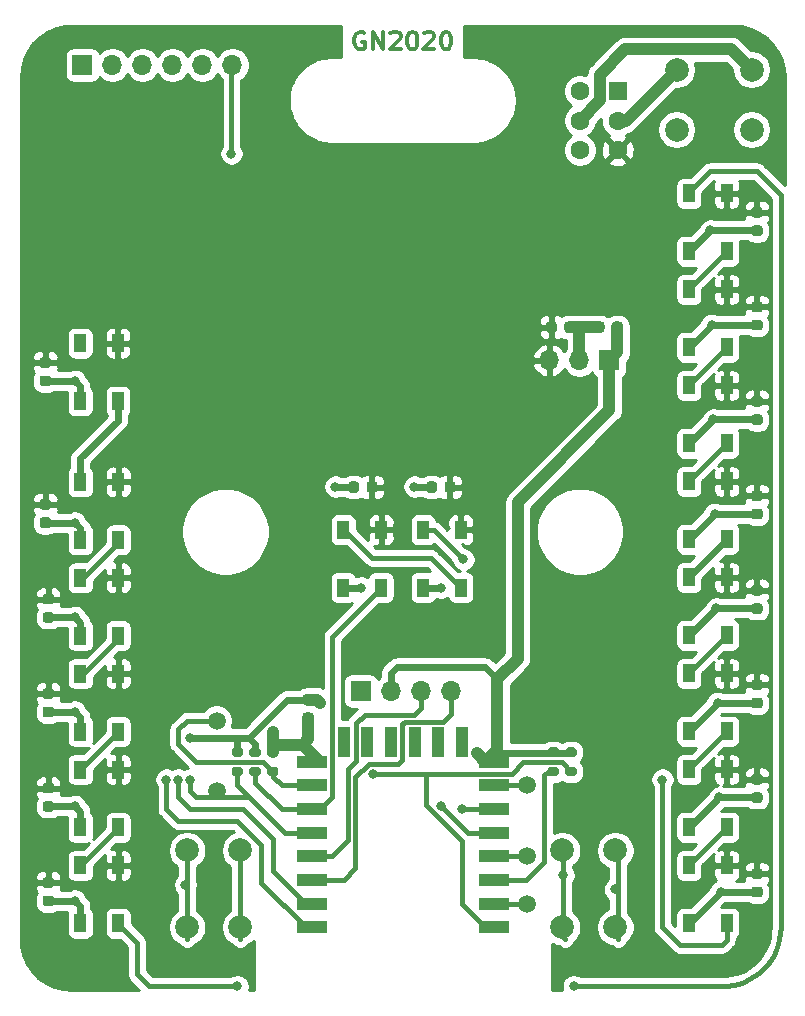
<source format=gbr>
%TF.GenerationSoftware,KiCad,Pcbnew,(5.1.7)-1*%
%TF.CreationDate,2020-10-27T19:53:13+01:00*%
%TF.ProjectId,Spytag,53707974-6167-42e6-9b69-6361645f7063,rev?*%
%TF.SameCoordinates,Original*%
%TF.FileFunction,Copper,L1,Top*%
%TF.FilePolarity,Positive*%
%FSLAX46Y46*%
G04 Gerber Fmt 4.6, Leading zero omitted, Abs format (unit mm)*
G04 Created by KiCad (PCBNEW (5.1.7)-1) date 2020-10-27 19:53:13*
%MOMM*%
%LPD*%
G01*
G04 APERTURE LIST*
%TA.AperFunction,NonConductor*%
%ADD10C,0.300000*%
%TD*%
%TA.AperFunction,SMDPad,CuDef*%
%ADD11R,2.500000X1.100000*%
%TD*%
%TA.AperFunction,SMDPad,CuDef*%
%ADD12R,1.100000X2.500000*%
%TD*%
%TA.AperFunction,ComponentPad*%
%ADD13C,1.500000*%
%TD*%
%TA.AperFunction,ComponentPad*%
%ADD14C,2.000000*%
%TD*%
%TA.AperFunction,SMDPad,CuDef*%
%ADD15R,1.000000X1.500000*%
%TD*%
%TA.AperFunction,ComponentPad*%
%ADD16R,1.600000X1.600000*%
%TD*%
%TA.AperFunction,ComponentPad*%
%ADD17C,1.600000*%
%TD*%
%TA.AperFunction,ComponentPad*%
%ADD18R,1.700000X1.700000*%
%TD*%
%TA.AperFunction,ComponentPad*%
%ADD19O,1.700000X1.700000*%
%TD*%
%TA.AperFunction,ViaPad*%
%ADD20C,0.800000*%
%TD*%
%TA.AperFunction,Conductor*%
%ADD21C,0.600000*%
%TD*%
%TA.AperFunction,Conductor*%
%ADD22C,1.000000*%
%TD*%
%TA.AperFunction,Conductor*%
%ADD23C,0.400000*%
%TD*%
%TA.AperFunction,Conductor*%
%ADD24C,0.254000*%
%TD*%
%TA.AperFunction,Conductor*%
%ADD25C,0.100000*%
%TD*%
G04 APERTURE END LIST*
D10*
X125750000Y-67250000D02*
X125607142Y-67178571D01*
X125392857Y-67178571D01*
X125178571Y-67250000D01*
X125035714Y-67392857D01*
X124964285Y-67535714D01*
X124892857Y-67821428D01*
X124892857Y-68035714D01*
X124964285Y-68321428D01*
X125035714Y-68464285D01*
X125178571Y-68607142D01*
X125392857Y-68678571D01*
X125535714Y-68678571D01*
X125750000Y-68607142D01*
X125821428Y-68535714D01*
X125821428Y-68035714D01*
X125535714Y-68035714D01*
X126464285Y-68678571D02*
X126464285Y-67178571D01*
X127321428Y-68678571D01*
X127321428Y-67178571D01*
X127964285Y-67321428D02*
X128035714Y-67250000D01*
X128178571Y-67178571D01*
X128535714Y-67178571D01*
X128678571Y-67250000D01*
X128750000Y-67321428D01*
X128821428Y-67464285D01*
X128821428Y-67607142D01*
X128750000Y-67821428D01*
X127892857Y-68678571D01*
X128821428Y-68678571D01*
X129750000Y-67178571D02*
X129892857Y-67178571D01*
X130035714Y-67250000D01*
X130107142Y-67321428D01*
X130178571Y-67464285D01*
X130250000Y-67750000D01*
X130250000Y-68107142D01*
X130178571Y-68392857D01*
X130107142Y-68535714D01*
X130035714Y-68607142D01*
X129892857Y-68678571D01*
X129750000Y-68678571D01*
X129607142Y-68607142D01*
X129535714Y-68535714D01*
X129464285Y-68392857D01*
X129392857Y-68107142D01*
X129392857Y-67750000D01*
X129464285Y-67464285D01*
X129535714Y-67321428D01*
X129607142Y-67250000D01*
X129750000Y-67178571D01*
X130821428Y-67321428D02*
X130892857Y-67250000D01*
X131035714Y-67178571D01*
X131392857Y-67178571D01*
X131535714Y-67250000D01*
X131607142Y-67321428D01*
X131678571Y-67464285D01*
X131678571Y-67607142D01*
X131607142Y-67821428D01*
X130750000Y-68678571D01*
X131678571Y-68678571D01*
X132607142Y-67178571D02*
X132749999Y-67178571D01*
X132892857Y-67250000D01*
X132964285Y-67321428D01*
X133035714Y-67464285D01*
X133107142Y-67750000D01*
X133107142Y-68107142D01*
X133035714Y-68392857D01*
X132964285Y-68535714D01*
X132892857Y-68607142D01*
X132749999Y-68678571D01*
X132607142Y-68678571D01*
X132464285Y-68607142D01*
X132392857Y-68535714D01*
X132321428Y-68392857D01*
X132249999Y-68107142D01*
X132249999Y-67750000D01*
X132321428Y-67464285D01*
X132392857Y-67321428D01*
X132464285Y-67250000D01*
X132607142Y-67178571D01*
D11*
%TO.P,U1,1*%
%TO.N,RST*%
X136700000Y-143000000D03*
%TO.P,U1,2*%
%TO.N,Net-(TP3-Pad1)*%
X136700000Y-141000000D03*
%TO.P,U1,3*%
%TO.N,Net-(R2-Pad2)*%
X136700000Y-139000000D03*
%TO.P,U1,4*%
%TO.N,Net-(TP2-Pad1)*%
X136700000Y-137000000D03*
%TO.P,U1,5*%
%TO.N,SW_ZOMBIE*%
X136700000Y-135000000D03*
%TO.P,U1,6*%
%TO.N,SW_POST*%
X136700000Y-133000000D03*
%TO.P,U1,7*%
%TO.N,Net-(TP1-Pad1)*%
X136700000Y-131000000D03*
%TO.P,U1,8*%
%TO.N,+3V3*%
X136700000Y-129000000D03*
%TO.P,U1,9*%
%TO.N,GND*%
X121300000Y-129000000D03*
%TO.P,U1,10*%
%TO.N,Net-(R3-Pad2)*%
X121300000Y-131000000D03*
%TO.P,U1,11*%
%TO.N,Net-(D1-Pad4)*%
X121300000Y-133000000D03*
%TO.P,U1,12*%
%TO.N,IO0*%
X121300000Y-135000000D03*
%TO.P,U1,13*%
%TO.N,SCL*%
X121300000Y-137000000D03*
%TO.P,U1,14*%
%TO.N,SDA*%
X121300000Y-139000000D03*
%TO.P,U1,15*%
%TO.N,RX*%
X121300000Y-141000000D03*
%TO.P,U1,16*%
%TO.N,TX*%
X121300000Y-143000000D03*
D12*
%TO.P,U1,17*%
%TO.N,Net-(U1-Pad17)*%
X134010000Y-127300000D03*
%TO.P,U1,18*%
%TO.N,Net-(U1-Pad18)*%
X132010000Y-127300000D03*
%TO.P,U1,19*%
%TO.N,Net-(U1-Pad19)*%
X130010000Y-127300000D03*
%TO.P,U1,20*%
%TO.N,Net-(U1-Pad20)*%
X128010000Y-127300000D03*
%TO.P,U1,21*%
%TO.N,Net-(U1-Pad21)*%
X126010000Y-127300000D03*
%TO.P,U1,22*%
%TO.N,Net-(U1-Pad22)*%
X124010000Y-127300000D03*
%TD*%
D13*
%TO.P,TP1,1*%
%TO.N,Net-(TP1-Pad1)*%
X139500000Y-131000000D03*
%TD*%
%TO.P,TP2,1*%
%TO.N,Net-(TP2-Pad1)*%
X139500000Y-137000000D03*
%TD*%
%TO.P,TP3,1*%
%TO.N,Net-(TP3-Pad1)*%
X139500000Y-141000000D03*
%TD*%
D14*
%TO.P,BT1,*%
%TO.N,*%
X152190000Y-75460000D03*
X158540000Y-75460000D03*
%TO.P,BT1,2*%
%TO.N,Net-(BT1-Pad2)*%
X158540000Y-70380000D03*
%TO.P,BT1,1*%
%TO.N,Net-(BT1-Pad1)*%
X152190000Y-70380000D03*
%TD*%
%TO.P,C1,1*%
%TO.N,+BATT*%
%TA.AperFunction,SMDPad,CuDef*%
G36*
G01*
X126849000Y-105486000D02*
X126849000Y-105986000D01*
G75*
G02*
X126624000Y-106211000I-225000J0D01*
G01*
X126174000Y-106211000D01*
G75*
G02*
X125949000Y-105986000I0J225000D01*
G01*
X125949000Y-105486000D01*
G75*
G02*
X126174000Y-105261000I225000J0D01*
G01*
X126624000Y-105261000D01*
G75*
G02*
X126849000Y-105486000I0J-225000D01*
G01*
G37*
%TD.AperFunction*%
%TO.P,C1,2*%
%TO.N,GND*%
%TA.AperFunction,SMDPad,CuDef*%
G36*
G01*
X125299000Y-105486000D02*
X125299000Y-105986000D01*
G75*
G02*
X125074000Y-106211000I-225000J0D01*
G01*
X124624000Y-106211000D01*
G75*
G02*
X124399000Y-105986000I0J225000D01*
G01*
X124399000Y-105486000D01*
G75*
G02*
X124624000Y-105261000I225000J0D01*
G01*
X125074000Y-105261000D01*
G75*
G02*
X125299000Y-105486000I0J-225000D01*
G01*
G37*
%TD.AperFunction*%
%TD*%
%TO.P,C2,2*%
%TO.N,GND*%
%TA.AperFunction,SMDPad,CuDef*%
G36*
G01*
X131903000Y-105486000D02*
X131903000Y-105986000D01*
G75*
G02*
X131678000Y-106211000I-225000J0D01*
G01*
X131228000Y-106211000D01*
G75*
G02*
X131003000Y-105986000I0J225000D01*
G01*
X131003000Y-105486000D01*
G75*
G02*
X131228000Y-105261000I225000J0D01*
G01*
X131678000Y-105261000D01*
G75*
G02*
X131903000Y-105486000I0J-225000D01*
G01*
G37*
%TD.AperFunction*%
%TO.P,C2,1*%
%TO.N,+BATT*%
%TA.AperFunction,SMDPad,CuDef*%
G36*
G01*
X133453000Y-105486000D02*
X133453000Y-105986000D01*
G75*
G02*
X133228000Y-106211000I-225000J0D01*
G01*
X132778000Y-106211000D01*
G75*
G02*
X132553000Y-105986000I0J225000D01*
G01*
X132553000Y-105486000D01*
G75*
G02*
X132778000Y-105261000I225000J0D01*
G01*
X133228000Y-105261000D01*
G75*
G02*
X133453000Y-105486000I0J-225000D01*
G01*
G37*
%TD.AperFunction*%
%TD*%
%TO.P,C3,1*%
%TO.N,+BATT*%
%TA.AperFunction,SMDPad,CuDef*%
G36*
G01*
X158750000Y-138025000D02*
X159250000Y-138025000D01*
G75*
G02*
X159475000Y-138250000I0J-225000D01*
G01*
X159475000Y-138700000D01*
G75*
G02*
X159250000Y-138925000I-225000J0D01*
G01*
X158750000Y-138925000D01*
G75*
G02*
X158525000Y-138700000I0J225000D01*
G01*
X158525000Y-138250000D01*
G75*
G02*
X158750000Y-138025000I225000J0D01*
G01*
G37*
%TD.AperFunction*%
%TO.P,C3,2*%
%TO.N,GND*%
%TA.AperFunction,SMDPad,CuDef*%
G36*
G01*
X158750000Y-139575000D02*
X159250000Y-139575000D01*
G75*
G02*
X159475000Y-139800000I0J-225000D01*
G01*
X159475000Y-140250000D01*
G75*
G02*
X159250000Y-140475000I-225000J0D01*
G01*
X158750000Y-140475000D01*
G75*
G02*
X158525000Y-140250000I0J225000D01*
G01*
X158525000Y-139800000D01*
G75*
G02*
X158750000Y-139575000I225000J0D01*
G01*
G37*
%TD.AperFunction*%
%TD*%
%TO.P,C4,2*%
%TO.N,GND*%
%TA.AperFunction,SMDPad,CuDef*%
G36*
G01*
X158750000Y-131575000D02*
X159250000Y-131575000D01*
G75*
G02*
X159475000Y-131800000I0J-225000D01*
G01*
X159475000Y-132250000D01*
G75*
G02*
X159250000Y-132475000I-225000J0D01*
G01*
X158750000Y-132475000D01*
G75*
G02*
X158525000Y-132250000I0J225000D01*
G01*
X158525000Y-131800000D01*
G75*
G02*
X158750000Y-131575000I225000J0D01*
G01*
G37*
%TD.AperFunction*%
%TO.P,C4,1*%
%TO.N,+BATT*%
%TA.AperFunction,SMDPad,CuDef*%
G36*
G01*
X158750000Y-130025000D02*
X159250000Y-130025000D01*
G75*
G02*
X159475000Y-130250000I0J-225000D01*
G01*
X159475000Y-130700000D01*
G75*
G02*
X159250000Y-130925000I-225000J0D01*
G01*
X158750000Y-130925000D01*
G75*
G02*
X158525000Y-130700000I0J225000D01*
G01*
X158525000Y-130250000D01*
G75*
G02*
X158750000Y-130025000I225000J0D01*
G01*
G37*
%TD.AperFunction*%
%TD*%
%TO.P,C5,2*%
%TO.N,GND*%
%TA.AperFunction,SMDPad,CuDef*%
G36*
G01*
X158750000Y-123575000D02*
X159250000Y-123575000D01*
G75*
G02*
X159475000Y-123800000I0J-225000D01*
G01*
X159475000Y-124250000D01*
G75*
G02*
X159250000Y-124475000I-225000J0D01*
G01*
X158750000Y-124475000D01*
G75*
G02*
X158525000Y-124250000I0J225000D01*
G01*
X158525000Y-123800000D01*
G75*
G02*
X158750000Y-123575000I225000J0D01*
G01*
G37*
%TD.AperFunction*%
%TO.P,C5,1*%
%TO.N,+BATT*%
%TA.AperFunction,SMDPad,CuDef*%
G36*
G01*
X158750000Y-122025000D02*
X159250000Y-122025000D01*
G75*
G02*
X159475000Y-122250000I0J-225000D01*
G01*
X159475000Y-122700000D01*
G75*
G02*
X159250000Y-122925000I-225000J0D01*
G01*
X158750000Y-122925000D01*
G75*
G02*
X158525000Y-122700000I0J225000D01*
G01*
X158525000Y-122250000D01*
G75*
G02*
X158750000Y-122025000I225000J0D01*
G01*
G37*
%TD.AperFunction*%
%TD*%
%TO.P,C6,1*%
%TO.N,+BATT*%
%TA.AperFunction,SMDPad,CuDef*%
G36*
G01*
X158750000Y-114025000D02*
X159250000Y-114025000D01*
G75*
G02*
X159475000Y-114250000I0J-225000D01*
G01*
X159475000Y-114700000D01*
G75*
G02*
X159250000Y-114925000I-225000J0D01*
G01*
X158750000Y-114925000D01*
G75*
G02*
X158525000Y-114700000I0J225000D01*
G01*
X158525000Y-114250000D01*
G75*
G02*
X158750000Y-114025000I225000J0D01*
G01*
G37*
%TD.AperFunction*%
%TO.P,C6,2*%
%TO.N,GND*%
%TA.AperFunction,SMDPad,CuDef*%
G36*
G01*
X158750000Y-115575000D02*
X159250000Y-115575000D01*
G75*
G02*
X159475000Y-115800000I0J-225000D01*
G01*
X159475000Y-116250000D01*
G75*
G02*
X159250000Y-116475000I-225000J0D01*
G01*
X158750000Y-116475000D01*
G75*
G02*
X158525000Y-116250000I0J225000D01*
G01*
X158525000Y-115800000D01*
G75*
G02*
X158750000Y-115575000I225000J0D01*
G01*
G37*
%TD.AperFunction*%
%TD*%
%TO.P,C7,2*%
%TO.N,GND*%
%TA.AperFunction,SMDPad,CuDef*%
G36*
G01*
X158750000Y-107575000D02*
X159250000Y-107575000D01*
G75*
G02*
X159475000Y-107800000I0J-225000D01*
G01*
X159475000Y-108250000D01*
G75*
G02*
X159250000Y-108475000I-225000J0D01*
G01*
X158750000Y-108475000D01*
G75*
G02*
X158525000Y-108250000I0J225000D01*
G01*
X158525000Y-107800000D01*
G75*
G02*
X158750000Y-107575000I225000J0D01*
G01*
G37*
%TD.AperFunction*%
%TO.P,C7,1*%
%TO.N,+BATT*%
%TA.AperFunction,SMDPad,CuDef*%
G36*
G01*
X158750000Y-106025000D02*
X159250000Y-106025000D01*
G75*
G02*
X159475000Y-106250000I0J-225000D01*
G01*
X159475000Y-106700000D01*
G75*
G02*
X159250000Y-106925000I-225000J0D01*
G01*
X158750000Y-106925000D01*
G75*
G02*
X158525000Y-106700000I0J225000D01*
G01*
X158525000Y-106250000D01*
G75*
G02*
X158750000Y-106025000I225000J0D01*
G01*
G37*
%TD.AperFunction*%
%TD*%
%TO.P,C8,2*%
%TO.N,GND*%
%TA.AperFunction,SMDPad,CuDef*%
G36*
G01*
X158750000Y-99575000D02*
X159250000Y-99575000D01*
G75*
G02*
X159475000Y-99800000I0J-225000D01*
G01*
X159475000Y-100250000D01*
G75*
G02*
X159250000Y-100475000I-225000J0D01*
G01*
X158750000Y-100475000D01*
G75*
G02*
X158525000Y-100250000I0J225000D01*
G01*
X158525000Y-99800000D01*
G75*
G02*
X158750000Y-99575000I225000J0D01*
G01*
G37*
%TD.AperFunction*%
%TO.P,C8,1*%
%TO.N,+BATT*%
%TA.AperFunction,SMDPad,CuDef*%
G36*
G01*
X158750000Y-98025000D02*
X159250000Y-98025000D01*
G75*
G02*
X159475000Y-98250000I0J-225000D01*
G01*
X159475000Y-98700000D01*
G75*
G02*
X159250000Y-98925000I-225000J0D01*
G01*
X158750000Y-98925000D01*
G75*
G02*
X158525000Y-98700000I0J225000D01*
G01*
X158525000Y-98250000D01*
G75*
G02*
X158750000Y-98025000I225000J0D01*
G01*
G37*
%TD.AperFunction*%
%TD*%
%TO.P,C9,1*%
%TO.N,+BATT*%
%TA.AperFunction,SMDPad,CuDef*%
G36*
G01*
X158750000Y-90025000D02*
X159250000Y-90025000D01*
G75*
G02*
X159475000Y-90250000I0J-225000D01*
G01*
X159475000Y-90700000D01*
G75*
G02*
X159250000Y-90925000I-225000J0D01*
G01*
X158750000Y-90925000D01*
G75*
G02*
X158525000Y-90700000I0J225000D01*
G01*
X158525000Y-90250000D01*
G75*
G02*
X158750000Y-90025000I225000J0D01*
G01*
G37*
%TD.AperFunction*%
%TO.P,C9,2*%
%TO.N,GND*%
%TA.AperFunction,SMDPad,CuDef*%
G36*
G01*
X158750000Y-91575000D02*
X159250000Y-91575000D01*
G75*
G02*
X159475000Y-91800000I0J-225000D01*
G01*
X159475000Y-92250000D01*
G75*
G02*
X159250000Y-92475000I-225000J0D01*
G01*
X158750000Y-92475000D01*
G75*
G02*
X158525000Y-92250000I0J225000D01*
G01*
X158525000Y-91800000D01*
G75*
G02*
X158750000Y-91575000I225000J0D01*
G01*
G37*
%TD.AperFunction*%
%TD*%
%TO.P,C10,2*%
%TO.N,GND*%
%TA.AperFunction,SMDPad,CuDef*%
G36*
G01*
X158750000Y-83575000D02*
X159250000Y-83575000D01*
G75*
G02*
X159475000Y-83800000I0J-225000D01*
G01*
X159475000Y-84250000D01*
G75*
G02*
X159250000Y-84475000I-225000J0D01*
G01*
X158750000Y-84475000D01*
G75*
G02*
X158525000Y-84250000I0J225000D01*
G01*
X158525000Y-83800000D01*
G75*
G02*
X158750000Y-83575000I225000J0D01*
G01*
G37*
%TD.AperFunction*%
%TO.P,C10,1*%
%TO.N,+BATT*%
%TA.AperFunction,SMDPad,CuDef*%
G36*
G01*
X158750000Y-82025000D02*
X159250000Y-82025000D01*
G75*
G02*
X159475000Y-82250000I0J-225000D01*
G01*
X159475000Y-82700000D01*
G75*
G02*
X159250000Y-82925000I-225000J0D01*
G01*
X158750000Y-82925000D01*
G75*
G02*
X158525000Y-82700000I0J225000D01*
G01*
X158525000Y-82250000D01*
G75*
G02*
X158750000Y-82025000I225000J0D01*
G01*
G37*
%TD.AperFunction*%
%TD*%
%TO.P,C11,1*%
%TO.N,+BATT*%
%TA.AperFunction,SMDPad,CuDef*%
G36*
G01*
X98750000Y-138775000D02*
X99250000Y-138775000D01*
G75*
G02*
X99475000Y-139000000I0J-225000D01*
G01*
X99475000Y-139450000D01*
G75*
G02*
X99250000Y-139675000I-225000J0D01*
G01*
X98750000Y-139675000D01*
G75*
G02*
X98525000Y-139450000I0J225000D01*
G01*
X98525000Y-139000000D01*
G75*
G02*
X98750000Y-138775000I225000J0D01*
G01*
G37*
%TD.AperFunction*%
%TO.P,C11,2*%
%TO.N,GND*%
%TA.AperFunction,SMDPad,CuDef*%
G36*
G01*
X98750000Y-140325000D02*
X99250000Y-140325000D01*
G75*
G02*
X99475000Y-140550000I0J-225000D01*
G01*
X99475000Y-141000000D01*
G75*
G02*
X99250000Y-141225000I-225000J0D01*
G01*
X98750000Y-141225000D01*
G75*
G02*
X98525000Y-141000000I0J225000D01*
G01*
X98525000Y-140550000D01*
G75*
G02*
X98750000Y-140325000I225000J0D01*
G01*
G37*
%TD.AperFunction*%
%TD*%
%TO.P,C12,1*%
%TO.N,+BATT*%
%TA.AperFunction,SMDPad,CuDef*%
G36*
G01*
X98750000Y-130775000D02*
X99250000Y-130775000D01*
G75*
G02*
X99475000Y-131000000I0J-225000D01*
G01*
X99475000Y-131450000D01*
G75*
G02*
X99250000Y-131675000I-225000J0D01*
G01*
X98750000Y-131675000D01*
G75*
G02*
X98525000Y-131450000I0J225000D01*
G01*
X98525000Y-131000000D01*
G75*
G02*
X98750000Y-130775000I225000J0D01*
G01*
G37*
%TD.AperFunction*%
%TO.P,C12,2*%
%TO.N,GND*%
%TA.AperFunction,SMDPad,CuDef*%
G36*
G01*
X98750000Y-132325000D02*
X99250000Y-132325000D01*
G75*
G02*
X99475000Y-132550000I0J-225000D01*
G01*
X99475000Y-133000000D01*
G75*
G02*
X99250000Y-133225000I-225000J0D01*
G01*
X98750000Y-133225000D01*
G75*
G02*
X98525000Y-133000000I0J225000D01*
G01*
X98525000Y-132550000D01*
G75*
G02*
X98750000Y-132325000I225000J0D01*
G01*
G37*
%TD.AperFunction*%
%TD*%
%TO.P,C13,1*%
%TO.N,+BATT*%
%TA.AperFunction,SMDPad,CuDef*%
G36*
G01*
X98750000Y-122775000D02*
X99250000Y-122775000D01*
G75*
G02*
X99475000Y-123000000I0J-225000D01*
G01*
X99475000Y-123450000D01*
G75*
G02*
X99250000Y-123675000I-225000J0D01*
G01*
X98750000Y-123675000D01*
G75*
G02*
X98525000Y-123450000I0J225000D01*
G01*
X98525000Y-123000000D01*
G75*
G02*
X98750000Y-122775000I225000J0D01*
G01*
G37*
%TD.AperFunction*%
%TO.P,C13,2*%
%TO.N,GND*%
%TA.AperFunction,SMDPad,CuDef*%
G36*
G01*
X98750000Y-124325000D02*
X99250000Y-124325000D01*
G75*
G02*
X99475000Y-124550000I0J-225000D01*
G01*
X99475000Y-125000000D01*
G75*
G02*
X99250000Y-125225000I-225000J0D01*
G01*
X98750000Y-125225000D01*
G75*
G02*
X98525000Y-125000000I0J225000D01*
G01*
X98525000Y-124550000D01*
G75*
G02*
X98750000Y-124325000I225000J0D01*
G01*
G37*
%TD.AperFunction*%
%TD*%
%TO.P,C14,2*%
%TO.N,GND*%
%TA.AperFunction,SMDPad,CuDef*%
G36*
G01*
X98750000Y-116325000D02*
X99250000Y-116325000D01*
G75*
G02*
X99475000Y-116550000I0J-225000D01*
G01*
X99475000Y-117000000D01*
G75*
G02*
X99250000Y-117225000I-225000J0D01*
G01*
X98750000Y-117225000D01*
G75*
G02*
X98525000Y-117000000I0J225000D01*
G01*
X98525000Y-116550000D01*
G75*
G02*
X98750000Y-116325000I225000J0D01*
G01*
G37*
%TD.AperFunction*%
%TO.P,C14,1*%
%TO.N,+BATT*%
%TA.AperFunction,SMDPad,CuDef*%
G36*
G01*
X98750000Y-114775000D02*
X99250000Y-114775000D01*
G75*
G02*
X99475000Y-115000000I0J-225000D01*
G01*
X99475000Y-115450000D01*
G75*
G02*
X99250000Y-115675000I-225000J0D01*
G01*
X98750000Y-115675000D01*
G75*
G02*
X98525000Y-115450000I0J225000D01*
G01*
X98525000Y-115000000D01*
G75*
G02*
X98750000Y-114775000I225000J0D01*
G01*
G37*
%TD.AperFunction*%
%TD*%
%TO.P,C15,1*%
%TO.N,+BATT*%
%TA.AperFunction,SMDPad,CuDef*%
G36*
G01*
X98500000Y-106750000D02*
X99000000Y-106750000D01*
G75*
G02*
X99225000Y-106975000I0J-225000D01*
G01*
X99225000Y-107425000D01*
G75*
G02*
X99000000Y-107650000I-225000J0D01*
G01*
X98500000Y-107650000D01*
G75*
G02*
X98275000Y-107425000I0J225000D01*
G01*
X98275000Y-106975000D01*
G75*
G02*
X98500000Y-106750000I225000J0D01*
G01*
G37*
%TD.AperFunction*%
%TO.P,C15,2*%
%TO.N,GND*%
%TA.AperFunction,SMDPad,CuDef*%
G36*
G01*
X98500000Y-108300000D02*
X99000000Y-108300000D01*
G75*
G02*
X99225000Y-108525000I0J-225000D01*
G01*
X99225000Y-108975000D01*
G75*
G02*
X99000000Y-109200000I-225000J0D01*
G01*
X98500000Y-109200000D01*
G75*
G02*
X98275000Y-108975000I0J225000D01*
G01*
X98275000Y-108525000D01*
G75*
G02*
X98500000Y-108300000I225000J0D01*
G01*
G37*
%TD.AperFunction*%
%TD*%
%TO.P,C16,2*%
%TO.N,GND*%
%TA.AperFunction,SMDPad,CuDef*%
G36*
G01*
X98500000Y-96300000D02*
X99000000Y-96300000D01*
G75*
G02*
X99225000Y-96525000I0J-225000D01*
G01*
X99225000Y-96975000D01*
G75*
G02*
X99000000Y-97200000I-225000J0D01*
G01*
X98500000Y-97200000D01*
G75*
G02*
X98275000Y-96975000I0J225000D01*
G01*
X98275000Y-96525000D01*
G75*
G02*
X98500000Y-96300000I225000J0D01*
G01*
G37*
%TD.AperFunction*%
%TO.P,C16,1*%
%TO.N,+BATT*%
%TA.AperFunction,SMDPad,CuDef*%
G36*
G01*
X98500000Y-94750000D02*
X99000000Y-94750000D01*
G75*
G02*
X99225000Y-94975000I0J-225000D01*
G01*
X99225000Y-95425000D01*
G75*
G02*
X99000000Y-95650000I-225000J0D01*
G01*
X98500000Y-95650000D01*
G75*
G02*
X98275000Y-95425000I0J225000D01*
G01*
X98275000Y-94975000D01*
G75*
G02*
X98500000Y-94750000I225000J0D01*
G01*
G37*
%TD.AperFunction*%
%TD*%
%TO.P,C17,2*%
%TO.N,GND*%
%TA.AperFunction,SMDPad,CuDef*%
G36*
G01*
X120750000Y-124825000D02*
X121250000Y-124825000D01*
G75*
G02*
X121475000Y-125050000I0J-225000D01*
G01*
X121475000Y-125500000D01*
G75*
G02*
X121250000Y-125725000I-225000J0D01*
G01*
X120750000Y-125725000D01*
G75*
G02*
X120525000Y-125500000I0J225000D01*
G01*
X120525000Y-125050000D01*
G75*
G02*
X120750000Y-124825000I225000J0D01*
G01*
G37*
%TD.AperFunction*%
%TO.P,C17,1*%
%TO.N,+3V3*%
%TA.AperFunction,SMDPad,CuDef*%
G36*
G01*
X120750000Y-123275000D02*
X121250000Y-123275000D01*
G75*
G02*
X121475000Y-123500000I0J-225000D01*
G01*
X121475000Y-123950000D01*
G75*
G02*
X121250000Y-124175000I-225000J0D01*
G01*
X120750000Y-124175000D01*
G75*
G02*
X120525000Y-123950000I0J225000D01*
G01*
X120525000Y-123500000D01*
G75*
G02*
X120750000Y-123275000I225000J0D01*
G01*
G37*
%TD.AperFunction*%
%TD*%
%TO.P,C18,1*%
%TO.N,+3V3*%
%TA.AperFunction,SMDPad,CuDef*%
G36*
G01*
X147625000Y-91950000D02*
X147625000Y-92450000D01*
G75*
G02*
X147400000Y-92675000I-225000J0D01*
G01*
X146950000Y-92675000D01*
G75*
G02*
X146725000Y-92450000I0J225000D01*
G01*
X146725000Y-91950000D01*
G75*
G02*
X146950000Y-91725000I225000J0D01*
G01*
X147400000Y-91725000D01*
G75*
G02*
X147625000Y-91950000I0J-225000D01*
G01*
G37*
%TD.AperFunction*%
%TO.P,C18,2*%
%TO.N,GND*%
%TA.AperFunction,SMDPad,CuDef*%
G36*
G01*
X146075000Y-91950000D02*
X146075000Y-92450000D01*
G75*
G02*
X145850000Y-92675000I-225000J0D01*
G01*
X145400000Y-92675000D01*
G75*
G02*
X145175000Y-92450000I0J225000D01*
G01*
X145175000Y-91950000D01*
G75*
G02*
X145400000Y-91725000I225000J0D01*
G01*
X145850000Y-91725000D01*
G75*
G02*
X146075000Y-91950000I0J-225000D01*
G01*
G37*
%TD.AperFunction*%
%TD*%
%TO.P,C19,1*%
%TO.N,+BATT*%
%TA.AperFunction,SMDPad,CuDef*%
G36*
G01*
X141150000Y-92450000D02*
X141150000Y-91950000D01*
G75*
G02*
X141375000Y-91725000I225000J0D01*
G01*
X141825000Y-91725000D01*
G75*
G02*
X142050000Y-91950000I0J-225000D01*
G01*
X142050000Y-92450000D01*
G75*
G02*
X141825000Y-92675000I-225000J0D01*
G01*
X141375000Y-92675000D01*
G75*
G02*
X141150000Y-92450000I0J225000D01*
G01*
G37*
%TD.AperFunction*%
%TO.P,C19,2*%
%TO.N,GND*%
%TA.AperFunction,SMDPad,CuDef*%
G36*
G01*
X142700000Y-92450000D02*
X142700000Y-91950000D01*
G75*
G02*
X142925000Y-91725000I225000J0D01*
G01*
X143375000Y-91725000D01*
G75*
G02*
X143600000Y-91950000I0J-225000D01*
G01*
X143600000Y-92450000D01*
G75*
G02*
X143375000Y-92675000I-225000J0D01*
G01*
X142925000Y-92675000D01*
G75*
G02*
X142700000Y-92450000I0J225000D01*
G01*
G37*
%TD.AperFunction*%
%TD*%
D15*
%TO.P,D1,1*%
%TO.N,+BATT*%
X127172000Y-109342000D03*
%TO.P,D1,2*%
%TO.N,Net-(D1-Pad2)*%
X123972000Y-109342000D03*
%TO.P,D1,4*%
%TO.N,Net-(D1-Pad4)*%
X127172000Y-114242000D03*
%TO.P,D1,3*%
%TO.N,GND*%
X123972000Y-114242000D03*
%TD*%
%TO.P,D2,3*%
%TO.N,GND*%
X130728000Y-114242000D03*
%TO.P,D2,4*%
%TO.N,Net-(D1-Pad2)*%
X133928000Y-114242000D03*
%TO.P,D2,2*%
%TO.N,Net-(D2-Pad2)*%
X130728000Y-109342000D03*
%TO.P,D2,1*%
%TO.N,+BATT*%
X133928000Y-109342000D03*
%TD*%
%TO.P,D3,1*%
%TO.N,+BATT*%
X156434000Y-137766000D03*
%TO.P,D3,2*%
%TO.N,Net-(D3-Pad2)*%
X153234000Y-137766000D03*
%TO.P,D3,4*%
%TO.N,Net-(D2-Pad2)*%
X156434000Y-142666000D03*
%TO.P,D3,3*%
%TO.N,GND*%
X153234000Y-142666000D03*
%TD*%
%TO.P,D4,3*%
%TO.N,GND*%
X153234000Y-134538000D03*
%TO.P,D4,4*%
%TO.N,Net-(D3-Pad2)*%
X156434000Y-134538000D03*
%TO.P,D4,2*%
%TO.N,Net-(D4-Pad2)*%
X153234000Y-129638000D03*
%TO.P,D4,1*%
%TO.N,+BATT*%
X156434000Y-129638000D03*
%TD*%
%TO.P,D5,3*%
%TO.N,GND*%
X153234000Y-126410000D03*
%TO.P,D5,4*%
%TO.N,Net-(D4-Pad2)*%
X156434000Y-126410000D03*
%TO.P,D5,2*%
%TO.N,Net-(D5-Pad2)*%
X153234000Y-121510000D03*
%TO.P,D5,1*%
%TO.N,+BATT*%
X156434000Y-121510000D03*
%TD*%
%TO.P,D6,1*%
%TO.N,+BATT*%
X156434000Y-113382000D03*
%TO.P,D6,2*%
%TO.N,Net-(D6-Pad2)*%
X153234000Y-113382000D03*
%TO.P,D6,4*%
%TO.N,Net-(D5-Pad2)*%
X156434000Y-118282000D03*
%TO.P,D6,3*%
%TO.N,GND*%
X153234000Y-118282000D03*
%TD*%
%TO.P,D7,3*%
%TO.N,GND*%
X153234000Y-110154000D03*
%TO.P,D7,4*%
%TO.N,Net-(D6-Pad2)*%
X156434000Y-110154000D03*
%TO.P,D7,2*%
%TO.N,Net-(D7-Pad2)*%
X153234000Y-105254000D03*
%TO.P,D7,1*%
%TO.N,+BATT*%
X156434000Y-105254000D03*
%TD*%
%TO.P,D8,1*%
%TO.N,+BATT*%
X156434000Y-97126000D03*
%TO.P,D8,2*%
%TO.N,Net-(D8-Pad2)*%
X153234000Y-97126000D03*
%TO.P,D8,4*%
%TO.N,Net-(D7-Pad2)*%
X156434000Y-102026000D03*
%TO.P,D8,3*%
%TO.N,GND*%
X153234000Y-102026000D03*
%TD*%
%TO.P,D9,3*%
%TO.N,GND*%
X153234000Y-93898000D03*
%TO.P,D9,4*%
%TO.N,Net-(D8-Pad2)*%
X156434000Y-93898000D03*
%TO.P,D9,2*%
%TO.N,Net-(D10-Pad4)*%
X153234000Y-88998000D03*
%TO.P,D9,1*%
%TO.N,+BATT*%
X156434000Y-88998000D03*
%TD*%
%TO.P,D10,1*%
%TO.N,+BATT*%
X156434000Y-80870000D03*
%TO.P,D10,2*%
%TO.N,Net-(D10-Pad2)*%
X153234000Y-80870000D03*
%TO.P,D10,4*%
%TO.N,Net-(D10-Pad4)*%
X156434000Y-85770000D03*
%TO.P,D10,3*%
%TO.N,GND*%
X153234000Y-85770000D03*
%TD*%
%TO.P,D11,3*%
%TO.N,GND*%
X101712000Y-142666000D03*
%TO.P,D11,4*%
%TO.N,Net-(D10-Pad2)*%
X104912000Y-142666000D03*
%TO.P,D11,2*%
%TO.N,Net-(D11-Pad2)*%
X101712000Y-137766000D03*
%TO.P,D11,1*%
%TO.N,+BATT*%
X104912000Y-137766000D03*
%TD*%
%TO.P,D12,1*%
%TO.N,+BATT*%
X104912000Y-129648000D03*
%TO.P,D12,2*%
%TO.N,Net-(D12-Pad2)*%
X101712000Y-129648000D03*
%TO.P,D12,4*%
%TO.N,Net-(D11-Pad2)*%
X104912000Y-134548000D03*
%TO.P,D12,3*%
%TO.N,GND*%
X101712000Y-134548000D03*
%TD*%
%TO.P,D13,3*%
%TO.N,GND*%
X101712000Y-126430000D03*
%TO.P,D13,4*%
%TO.N,Net-(D12-Pad2)*%
X104912000Y-126430000D03*
%TO.P,D13,2*%
%TO.N,Net-(D13-Pad2)*%
X101712000Y-121530000D03*
%TO.P,D13,1*%
%TO.N,+BATT*%
X104912000Y-121530000D03*
%TD*%
%TO.P,D14,1*%
%TO.N,+BATT*%
X104912000Y-113412000D03*
%TO.P,D14,2*%
%TO.N,Net-(D14-Pad2)*%
X101712000Y-113412000D03*
%TO.P,D14,4*%
%TO.N,Net-(D13-Pad2)*%
X104912000Y-118312000D03*
%TO.P,D14,3*%
%TO.N,GND*%
X101712000Y-118312000D03*
%TD*%
%TO.P,D15,3*%
%TO.N,GND*%
X101712000Y-110194000D03*
%TO.P,D15,4*%
%TO.N,Net-(D14-Pad2)*%
X104912000Y-110194000D03*
%TO.P,D15,2*%
%TO.N,Net-(D15-Pad2)*%
X101712000Y-105294000D03*
%TO.P,D15,1*%
%TO.N,+BATT*%
X104912000Y-105294000D03*
%TD*%
%TO.P,D16,1*%
%TO.N,+BATT*%
X104896000Y-93550000D03*
%TO.P,D16,2*%
%TO.N,Net-(D16-Pad2)*%
X101696000Y-93550000D03*
%TO.P,D16,4*%
%TO.N,Net-(D15-Pad2)*%
X104896000Y-98450000D03*
%TO.P,D16,3*%
%TO.N,GND*%
X101696000Y-98450000D03*
%TD*%
%TO.P,R1,1*%
%TO.N,+3V3*%
%TA.AperFunction,SMDPad,CuDef*%
G36*
G01*
X142975000Y-127775000D02*
X143525000Y-127775000D01*
G75*
G02*
X143725000Y-127975000I0J-200000D01*
G01*
X143725000Y-128375000D01*
G75*
G02*
X143525000Y-128575000I-200000J0D01*
G01*
X142975000Y-128575000D01*
G75*
G02*
X142775000Y-128375000I0J200000D01*
G01*
X142775000Y-127975000D01*
G75*
G02*
X142975000Y-127775000I200000J0D01*
G01*
G37*
%TD.AperFunction*%
%TO.P,R1,2*%
%TO.N,RST*%
%TA.AperFunction,SMDPad,CuDef*%
G36*
G01*
X142975000Y-129425000D02*
X143525000Y-129425000D01*
G75*
G02*
X143725000Y-129625000I0J-200000D01*
G01*
X143725000Y-130025000D01*
G75*
G02*
X143525000Y-130225000I-200000J0D01*
G01*
X142975000Y-130225000D01*
G75*
G02*
X142775000Y-130025000I0J200000D01*
G01*
X142775000Y-129625000D01*
G75*
G02*
X142975000Y-129425000I200000J0D01*
G01*
G37*
%TD.AperFunction*%
%TD*%
%TO.P,R2,1*%
%TO.N,+3V3*%
%TA.AperFunction,SMDPad,CuDef*%
G36*
G01*
X141475000Y-127775000D02*
X142025000Y-127775000D01*
G75*
G02*
X142225000Y-127975000I0J-200000D01*
G01*
X142225000Y-128375000D01*
G75*
G02*
X142025000Y-128575000I-200000J0D01*
G01*
X141475000Y-128575000D01*
G75*
G02*
X141275000Y-128375000I0J200000D01*
G01*
X141275000Y-127975000D01*
G75*
G02*
X141475000Y-127775000I200000J0D01*
G01*
G37*
%TD.AperFunction*%
%TO.P,R2,2*%
%TO.N,Net-(R2-Pad2)*%
%TA.AperFunction,SMDPad,CuDef*%
G36*
G01*
X141475000Y-129425000D02*
X142025000Y-129425000D01*
G75*
G02*
X142225000Y-129625000I0J-200000D01*
G01*
X142225000Y-130025000D01*
G75*
G02*
X142025000Y-130225000I-200000J0D01*
G01*
X141475000Y-130225000D01*
G75*
G02*
X141275000Y-130025000I0J200000D01*
G01*
X141275000Y-129625000D01*
G75*
G02*
X141475000Y-129425000I200000J0D01*
G01*
G37*
%TD.AperFunction*%
%TD*%
%TO.P,R3,2*%
%TO.N,Net-(R3-Pad2)*%
%TA.AperFunction,SMDPad,CuDef*%
G36*
G01*
X117725000Y-129425000D02*
X118275000Y-129425000D01*
G75*
G02*
X118475000Y-129625000I0J-200000D01*
G01*
X118475000Y-130025000D01*
G75*
G02*
X118275000Y-130225000I-200000J0D01*
G01*
X117725000Y-130225000D01*
G75*
G02*
X117525000Y-130025000I0J200000D01*
G01*
X117525000Y-129625000D01*
G75*
G02*
X117725000Y-129425000I200000J0D01*
G01*
G37*
%TD.AperFunction*%
%TO.P,R3,1*%
%TO.N,GND*%
%TA.AperFunction,SMDPad,CuDef*%
G36*
G01*
X117725000Y-127775000D02*
X118275000Y-127775000D01*
G75*
G02*
X118475000Y-127975000I0J-200000D01*
G01*
X118475000Y-128375000D01*
G75*
G02*
X118275000Y-128575000I-200000J0D01*
G01*
X117725000Y-128575000D01*
G75*
G02*
X117525000Y-128375000I0J200000D01*
G01*
X117525000Y-127975000D01*
G75*
G02*
X117725000Y-127775000I200000J0D01*
G01*
G37*
%TD.AperFunction*%
%TD*%
%TO.P,R4,1*%
%TO.N,+3V3*%
%TA.AperFunction,SMDPad,CuDef*%
G36*
G01*
X116225000Y-127775000D02*
X116775000Y-127775000D01*
G75*
G02*
X116975000Y-127975000I0J-200000D01*
G01*
X116975000Y-128375000D01*
G75*
G02*
X116775000Y-128575000I-200000J0D01*
G01*
X116225000Y-128575000D01*
G75*
G02*
X116025000Y-128375000I0J200000D01*
G01*
X116025000Y-127975000D01*
G75*
G02*
X116225000Y-127775000I200000J0D01*
G01*
G37*
%TD.AperFunction*%
%TO.P,R4,2*%
%TO.N,Net-(D1-Pad4)*%
%TA.AperFunction,SMDPad,CuDef*%
G36*
G01*
X116225000Y-129425000D02*
X116775000Y-129425000D01*
G75*
G02*
X116975000Y-129625000I0J-200000D01*
G01*
X116975000Y-130025000D01*
G75*
G02*
X116775000Y-130225000I-200000J0D01*
G01*
X116225000Y-130225000D01*
G75*
G02*
X116025000Y-130025000I0J200000D01*
G01*
X116025000Y-129625000D01*
G75*
G02*
X116225000Y-129425000I200000J0D01*
G01*
G37*
%TD.AperFunction*%
%TD*%
%TO.P,R5,2*%
%TO.N,IO0*%
%TA.AperFunction,SMDPad,CuDef*%
G36*
G01*
X114725000Y-129425000D02*
X115275000Y-129425000D01*
G75*
G02*
X115475000Y-129625000I0J-200000D01*
G01*
X115475000Y-130025000D01*
G75*
G02*
X115275000Y-130225000I-200000J0D01*
G01*
X114725000Y-130225000D01*
G75*
G02*
X114525000Y-130025000I0J200000D01*
G01*
X114525000Y-129625000D01*
G75*
G02*
X114725000Y-129425000I200000J0D01*
G01*
G37*
%TD.AperFunction*%
%TO.P,R5,1*%
%TO.N,+3V3*%
%TA.AperFunction,SMDPad,CuDef*%
G36*
G01*
X114725000Y-127775000D02*
X115275000Y-127775000D01*
G75*
G02*
X115475000Y-127975000I0J-200000D01*
G01*
X115475000Y-128375000D01*
G75*
G02*
X115275000Y-128575000I-200000J0D01*
G01*
X114725000Y-128575000D01*
G75*
G02*
X114525000Y-128375000I0J200000D01*
G01*
X114525000Y-127975000D01*
G75*
G02*
X114725000Y-127775000I200000J0D01*
G01*
G37*
%TD.AperFunction*%
%TD*%
D16*
%TO.P,SW3,1*%
%TO.N,Net-(SW3-Pad1)*%
X147200000Y-72200000D03*
D17*
%TO.P,SW3,2*%
%TO.N,Net-(BT1-Pad1)*%
X147200000Y-74700000D03*
%TO.P,SW3,3*%
%TO.N,+BATT*%
X147200000Y-77200000D03*
%TO.P,SW3,4*%
%TO.N,Net-(SW3-Pad4)*%
X144000000Y-72200000D03*
%TO.P,SW3,5*%
%TO.N,Net-(BT1-Pad2)*%
X144000000Y-74700000D03*
%TO.P,SW3,6*%
%TO.N,GND*%
X144000000Y-77200000D03*
%TD*%
D18*
%TO.P,J1,1*%
%TO.N,TX*%
X101880000Y-70000000D03*
D19*
%TO.P,J1,2*%
%TO.N,RX*%
X104420000Y-70000000D03*
%TO.P,J1,3*%
%TO.N,IO0*%
X106960000Y-70000000D03*
%TO.P,J1,4*%
%TO.N,GND*%
X109500000Y-70000000D03*
%TO.P,J1,5*%
%TO.N,+3V3*%
X112040000Y-70000000D03*
%TO.P,J1,6*%
%TO.N,RST*%
X114580000Y-70000000D03*
%TD*%
D18*
%TO.P,J2,1*%
%TO.N,GND*%
X125460000Y-123000000D03*
D19*
%TO.P,J2,2*%
%TO.N,+3V3*%
X128000000Y-123000000D03*
%TO.P,J2,3*%
%TO.N,SCL*%
X130540000Y-123000000D03*
%TO.P,J2,4*%
%TO.N,SDA*%
X133080000Y-123000000D03*
%TD*%
D14*
%TO.P,SW1,2*%
%TO.N,GND*%
X110750000Y-136500000D03*
%TO.P,SW1,1*%
%TO.N,SW_ZOMBIE*%
X115250000Y-136500000D03*
%TO.P,SW1,2*%
%TO.N,GND*%
X110750000Y-143000000D03*
%TO.P,SW1,1*%
%TO.N,SW_ZOMBIE*%
X115250000Y-143000000D03*
%TD*%
%TO.P,SW2,1*%
%TO.N,SW_POST*%
X142500000Y-136500000D03*
%TO.P,SW2,2*%
%TO.N,GND*%
X147000000Y-136500000D03*
%TO.P,SW2,1*%
%TO.N,SW_POST*%
X142500000Y-143000000D03*
%TO.P,SW2,2*%
%TO.N,GND*%
X147000000Y-143000000D03*
%TD*%
D13*
%TO.P,TP4,1*%
%TO.N,Net-(R3-Pad2)*%
X113250000Y-125500000D03*
%TD*%
%TO.P,TP5,1*%
%TO.N,IO0*%
X113250000Y-131500000D03*
%TD*%
D18*
%TO.P,J3,1*%
%TO.N,+3V3*%
X146500000Y-95000000D03*
D19*
%TO.P,J3,2*%
%TO.N,GND*%
X143960000Y-95000000D03*
%TO.P,J3,3*%
%TO.N,+BATT*%
X141420000Y-95000000D03*
%TD*%
D20*
%TO.N,+3V3*%
X111000000Y-127000000D03*
X137000000Y-126500000D03*
X135250000Y-128250000D03*
X122000000Y-124000000D03*
%TO.N,GND*%
X132250000Y-114250000D03*
X125500000Y-114250000D03*
X123300000Y-105700000D03*
X130000000Y-105700000D03*
X130000000Y-105700000D03*
X120550000Y-127550000D03*
X118000000Y-126500000D03*
X155054000Y-84000000D03*
X155182000Y-92000000D03*
X155310000Y-100000000D03*
X155438000Y-108000000D03*
X155694000Y-124000000D03*
X155566000Y-116000000D03*
X155822000Y-132000000D03*
X155950000Y-140000000D03*
X101250000Y-96750000D03*
X101250000Y-108750000D03*
X101250000Y-124750000D03*
X101250000Y-132750000D03*
X101250000Y-140750000D03*
X101250000Y-116750000D03*
X110600000Y-139400000D03*
X147000000Y-139800000D03*
%TO.N,TX*%
X109000000Y-130500000D03*
%TO.N,RX*%
X110000000Y-130500000D03*
%TO.N,IO0*%
X111000000Y-130500000D03*
%TO.N,RST*%
X126500000Y-130000000D03*
X114500000Y-77500000D03*
%TO.N,SW_ZOMBIE*%
X132250000Y-132750000D03*
%TO.N,SW_POST*%
X134000000Y-133000000D03*
X142600000Y-138600000D03*
%TO.N,Net-(D2-Pad2)*%
X151000000Y-130500000D03*
X134143000Y-111857000D03*
%TO.N,Net-(D10-Pad2)*%
X115000000Y-148000000D03*
X143500000Y-148000000D03*
%TD*%
D21*
%TO.N,+3V3*%
X116500000Y-127500000D02*
X116500000Y-128250000D01*
X116000000Y-127000000D02*
X116500000Y-127500000D01*
X115000000Y-128250000D02*
X115000000Y-127000000D01*
X111000000Y-127000000D02*
X115000000Y-127000000D01*
X115000000Y-127000000D02*
X116000000Y-127000000D01*
X136000000Y-129000000D02*
X135250000Y-128250000D01*
X119250000Y-123750000D02*
X121000000Y-123750000D01*
X116000000Y-127000000D02*
X119250000Y-123750000D01*
X128000000Y-123000000D02*
X128000000Y-121500000D01*
X128000000Y-121500000D02*
X128500000Y-121000000D01*
X128500000Y-121000000D02*
X136000000Y-121000000D01*
X136000000Y-121000000D02*
X137000000Y-122000000D01*
D22*
X121725000Y-123725000D02*
X122000000Y-124000000D01*
X121000000Y-123725000D02*
X121725000Y-123725000D01*
D21*
X137000000Y-128000000D02*
X137250000Y-128250000D01*
X141750000Y-128250000D02*
X143250000Y-128250000D01*
X137250000Y-128250000D02*
X141750000Y-128250000D01*
D22*
X138750000Y-120250000D02*
X137000000Y-122000000D01*
X138750000Y-107000000D02*
X138750000Y-120250000D01*
X146500000Y-99250000D02*
X138750000Y-107000000D01*
X146500000Y-95000000D02*
X146500000Y-99250000D01*
X137000000Y-122000000D02*
X137000000Y-126500000D01*
X137000000Y-128000000D02*
X136000000Y-129000000D01*
X137000000Y-126500000D02*
X137000000Y-128000000D01*
X135260001Y-128260001D02*
X135260001Y-128250000D01*
X136000000Y-129000000D02*
X135260001Y-128260001D01*
X147175000Y-94325000D02*
X147175000Y-92200000D01*
X146500000Y-95000000D02*
X147175000Y-94325000D01*
D21*
%TO.N,GND*%
X130728000Y-114292000D02*
X132208000Y-114292000D01*
X132208000Y-114292000D02*
X132250000Y-114250000D01*
X123972000Y-114292000D02*
X125458000Y-114292000D01*
X125458000Y-114292000D02*
X125500000Y-114250000D01*
X124874000Y-105736000D02*
X123336000Y-105736000D01*
X123336000Y-105736000D02*
X123300000Y-105700000D01*
X131478000Y-105736000D02*
X130036000Y-105736000D01*
X130036000Y-105736000D02*
X130000000Y-105700000D01*
X121000000Y-125250000D02*
X121000000Y-127100000D01*
X118000000Y-127550000D02*
X118000000Y-128250000D01*
X118000000Y-127550000D02*
X118000000Y-126500000D01*
X155950000Y-140000000D02*
X159000000Y-140000000D01*
X153234000Y-142716000D02*
X155950000Y-140000000D01*
X155822000Y-132000000D02*
X159000000Y-132000000D01*
X153234000Y-134588000D02*
X155822000Y-132000000D01*
X155694000Y-124000000D02*
X159000000Y-124000000D01*
X153234000Y-126460000D02*
X155694000Y-124000000D01*
X155438000Y-108000000D02*
X159000000Y-108000000D01*
X153234000Y-110204000D02*
X155438000Y-108000000D01*
X155310000Y-100000000D02*
X159000000Y-100000000D01*
X153234000Y-102076000D02*
X155310000Y-100000000D01*
X155182000Y-92000000D02*
X159000000Y-92000000D01*
X153234000Y-93948000D02*
X155182000Y-92000000D01*
X155054000Y-84000000D02*
X159000000Y-84000000D01*
X153234000Y-85820000D02*
X155054000Y-84000000D01*
X155566000Y-116000000D02*
X159000000Y-116000000D01*
X153234000Y-118332000D02*
X155566000Y-116000000D01*
X99000000Y-96750000D02*
X101250000Y-96750000D01*
X101696000Y-97196000D02*
X101696000Y-98500000D01*
X101250000Y-96750000D02*
X101696000Y-97196000D01*
X99000000Y-108750000D02*
X101250000Y-108750000D01*
X101712000Y-109212000D02*
X101712000Y-110244000D01*
X101250000Y-108750000D02*
X101712000Y-109212000D01*
X99000000Y-124750000D02*
X101250000Y-124750000D01*
X101712000Y-125212000D02*
X101712000Y-126480000D01*
X101250000Y-124750000D02*
X101712000Y-125212000D01*
X99000000Y-132750000D02*
X101250000Y-132750000D01*
X101712000Y-133212000D02*
X101712000Y-134598000D01*
X101250000Y-132750000D02*
X101712000Y-133212000D01*
X99000000Y-140750000D02*
X101250000Y-140750000D01*
X101712000Y-141212000D02*
X101712000Y-142716000D01*
X101250000Y-140750000D02*
X101712000Y-141212000D01*
X99000000Y-116750000D02*
X101250000Y-116750000D01*
X101712000Y-117212000D02*
X101712000Y-118362000D01*
X101250000Y-116750000D02*
X101712000Y-117212000D01*
D23*
X110750000Y-143980000D02*
X110750000Y-139550000D01*
X110750000Y-139550000D02*
X110600000Y-139400000D01*
X110750000Y-139250000D02*
X110600000Y-139400000D01*
X110750000Y-136020000D02*
X110750000Y-139250000D01*
X147250000Y-139550000D02*
X147000000Y-139800000D01*
X147250000Y-139550000D02*
X147250000Y-136020000D01*
X147250000Y-143980000D02*
X147250000Y-139550000D01*
D22*
X120550000Y-127550000D02*
X118000000Y-127550000D01*
X118000000Y-126500000D02*
X118000000Y-128175000D01*
X121000000Y-125275000D02*
X121000000Y-127100000D01*
X121000000Y-127100000D02*
X120550000Y-127550000D01*
X120550000Y-127550000D02*
X122000000Y-129000000D01*
X143960000Y-95000000D02*
X143960000Y-92290000D01*
X143870000Y-92200000D02*
X143150000Y-92200000D01*
X143960000Y-92290000D02*
X143870000Y-92200000D01*
X144050000Y-92200000D02*
X143960000Y-92290000D01*
X145625000Y-92200000D02*
X144050000Y-92200000D01*
D23*
%TO.N,TX*%
X120779998Y-143000000D02*
X122000000Y-143000000D01*
X117000000Y-139220002D02*
X120779998Y-143000000D01*
X115000000Y-134000000D02*
X117000000Y-136000000D01*
X110000000Y-134000000D02*
X115000000Y-134000000D01*
X109000000Y-133000000D02*
X110000000Y-134000000D01*
X117000000Y-136000000D02*
X117000000Y-139220002D01*
X109000000Y-130500000D02*
X109000000Y-133000000D01*
%TO.N,RX*%
X122000000Y-141000000D02*
X120779998Y-141000000D01*
X120779998Y-141000000D02*
X118000011Y-138220013D01*
X118000010Y-135999990D02*
X118000010Y-135579466D01*
X118000011Y-138220013D02*
X118000010Y-135999990D01*
X111000000Y-133000000D02*
X110000000Y-132000000D01*
X110000000Y-130500000D02*
X110000000Y-132000000D01*
X111000000Y-133000000D02*
X115500000Y-133000000D01*
X115500000Y-133000000D02*
X118000010Y-135500010D01*
X118000010Y-135999990D02*
X118000010Y-135500010D01*
%TO.N,IO0*%
X115000000Y-129750000D02*
X115000000Y-131000000D01*
X119000000Y-135000000D02*
X122000000Y-135000000D01*
X116000000Y-132000000D02*
X119000000Y-135000000D01*
X115000000Y-131000000D02*
X116000000Y-132000000D01*
X107000000Y-70380000D02*
X107380000Y-70000000D01*
X107000000Y-70040000D02*
X106960000Y-70000000D01*
X111000000Y-131000000D02*
X111000000Y-130500000D01*
X111000000Y-131500000D02*
X111000000Y-131000000D01*
X111500000Y-132000000D02*
X111000000Y-131500000D01*
X113750000Y-132000000D02*
X113250000Y-131500000D01*
X114000000Y-132000000D02*
X113750000Y-132000000D01*
X116000000Y-132000000D02*
X114000000Y-132000000D01*
X113250000Y-131500000D02*
X112750000Y-132000000D01*
X112750000Y-132000000D02*
X111500000Y-132000000D01*
X114000000Y-132000000D02*
X112750000Y-132000000D01*
%TO.N,RST*%
X143170002Y-129750000D02*
X143250000Y-129750000D01*
X131000000Y-132684002D02*
X134000000Y-135684002D01*
X131000000Y-130000000D02*
X131000000Y-132684002D01*
X126500000Y-130000000D02*
X131000000Y-130000000D01*
X134000000Y-141000000D02*
X136000000Y-143000000D01*
X134000000Y-135684002D02*
X134000000Y-141000000D01*
X138220002Y-130000000D02*
X131000000Y-130000000D01*
X139195012Y-129024990D02*
X138220002Y-130000000D01*
X142449990Y-129024990D02*
X139195012Y-129024990D01*
X143250000Y-129825000D02*
X142449990Y-129024990D01*
X114500000Y-70080000D02*
X114580000Y-70000000D01*
X114500000Y-77500000D02*
X114500000Y-70080000D01*
%TO.N,SW_ZOMBIE*%
X115250000Y-143980000D02*
X115250000Y-136020000D01*
X115230000Y-136000000D02*
X115250000Y-136020000D01*
X134500000Y-135000000D02*
X132250000Y-132750000D01*
X136000000Y-135000000D02*
X134500000Y-135000000D01*
%TO.N,SW_POST*%
X136000000Y-133000000D02*
X134000000Y-133000000D01*
X142600000Y-136170000D02*
X142750000Y-136020000D01*
X142600000Y-138600000D02*
X142600000Y-136170000D01*
X142600000Y-143830000D02*
X142750000Y-143980000D01*
X142600000Y-138600000D02*
X142600000Y-143830000D01*
%TO.N,Net-(D1-Pad4)*%
X127172000Y-114292000D02*
X127172000Y-114328000D01*
X123059999Y-131940001D02*
X122000000Y-133000000D01*
X127172000Y-114292000D02*
X123059999Y-118404001D01*
X123059999Y-118404001D02*
X123059999Y-131940001D01*
X116500000Y-129825000D02*
X116500000Y-130750000D01*
X118750000Y-133000000D02*
X122000000Y-133000000D01*
X116500000Y-130750000D02*
X118750000Y-133000000D01*
%TO.N,Net-(D1-Pad2)*%
X123972000Y-109292000D02*
X126430000Y-111750000D01*
X131386000Y-111750000D02*
X133928000Y-114292000D01*
X126430000Y-111750000D02*
X131386000Y-111750000D01*
%TO.N,Net-(D2-Pad2)*%
X130728000Y-109292000D02*
X130728000Y-109272000D01*
X156434000Y-144066000D02*
X156434000Y-142716000D01*
X156000000Y-144500000D02*
X156434000Y-144066000D01*
X130728000Y-109342000D02*
X131628000Y-109342000D01*
X151000000Y-143000000D02*
X152500000Y-144500000D01*
X151000000Y-130500000D02*
X151000000Y-143000000D01*
X152500000Y-144500000D02*
X156000000Y-144500000D01*
X131628000Y-109342000D02*
X134143000Y-111857000D01*
%TO.N,Net-(D3-Pad2)*%
X156362000Y-134588000D02*
X153234000Y-137716000D01*
X156434000Y-134588000D02*
X156362000Y-134588000D01*
%TO.N,Net-(D4-Pad2)*%
X156362000Y-126460000D02*
X153234000Y-129588000D01*
X156434000Y-126460000D02*
X156362000Y-126460000D01*
%TO.N,Net-(D5-Pad2)*%
X156362000Y-118332000D02*
X153234000Y-121460000D01*
X156434000Y-118332000D02*
X156362000Y-118332000D01*
D21*
%TO.N,Net-(D6-Pad2)*%
X156362000Y-110204000D02*
X153234000Y-113332000D01*
X156434000Y-110204000D02*
X156362000Y-110204000D01*
D23*
%TO.N,Net-(D7-Pad2)*%
X156362000Y-102076000D02*
X153234000Y-105204000D01*
X156434000Y-102076000D02*
X156362000Y-102076000D01*
%TO.N,Net-(D8-Pad2)*%
X156362000Y-93948000D02*
X153234000Y-97076000D01*
X156434000Y-93948000D02*
X156362000Y-93948000D01*
%TO.N,Net-(D10-Pad4)*%
X156362000Y-85820000D02*
X153234000Y-88948000D01*
X156434000Y-85820000D02*
X156362000Y-85820000D01*
%TO.N,Net-(D10-Pad2)*%
X115000000Y-148000000D02*
X107500000Y-148000000D01*
X107500000Y-148000000D02*
X106500000Y-147000000D01*
X106500000Y-144304000D02*
X104912000Y-142716000D01*
X106500000Y-147000000D02*
X106500000Y-144304000D01*
X153234000Y-80766000D02*
X155000000Y-79000000D01*
X153234000Y-80820000D02*
X153234000Y-80766000D01*
X159000000Y-79000000D02*
X161000000Y-81000000D01*
X155000000Y-79000000D02*
X159000000Y-79000000D01*
X161000000Y-143000000D02*
X161000000Y-81000000D01*
X161000000Y-143000000D02*
X160975923Y-143490085D01*
X160975923Y-143490085D02*
X160903926Y-143975451D01*
X160903926Y-143975451D02*
X160784701Y-144451423D01*
X160784701Y-144451423D02*
X160619397Y-144913417D01*
X160619397Y-144913417D02*
X160409606Y-145356983D01*
X160409606Y-145356983D02*
X160157348Y-145777851D01*
X160157348Y-145777851D02*
X159865052Y-146171966D01*
X159865052Y-146171966D02*
X159535533Y-146535533D01*
X159535533Y-146535533D02*
X159171966Y-146865052D01*
X159171966Y-146865052D02*
X158777851Y-147157348D01*
X158777851Y-147157348D02*
X158356983Y-147409606D01*
X158356983Y-147409606D02*
X157913417Y-147619397D01*
X157913417Y-147619397D02*
X157451423Y-147784701D01*
X157451423Y-147784701D02*
X156975451Y-147903926D01*
X156975451Y-147903926D02*
X156490085Y-147975923D01*
X156490085Y-147975923D02*
X156000000Y-148000000D01*
X156000000Y-148000000D02*
X143500000Y-148000000D01*
%TO.N,Net-(D11-Pad2)*%
X101784000Y-137716000D02*
X104912000Y-134588000D01*
X101712000Y-137716000D02*
X101784000Y-137716000D01*
%TO.N,Net-(D12-Pad2)*%
X101784000Y-129588000D02*
X104912000Y-126460000D01*
X101712000Y-129588000D02*
X101784000Y-129588000D01*
%TO.N,Net-(D13-Pad2)*%
X102038000Y-121460000D02*
X104912000Y-118586000D01*
X101712000Y-121460000D02*
X102038000Y-121460000D01*
%TO.N,Net-(D14-Pad2)*%
X101784000Y-113586000D02*
X104912000Y-110458000D01*
X101712000Y-113586000D02*
X101784000Y-113586000D01*
D21*
%TO.N,Net-(D15-Pad2)*%
X104896000Y-98500000D02*
X104896000Y-100104000D01*
X101712000Y-103288000D02*
X101712000Y-105244000D01*
X104896000Y-100104000D02*
X101712000Y-103288000D01*
D23*
%TO.N,Net-(R2-Pad2)*%
X141275000Y-129825000D02*
X141000000Y-130100000D01*
X139452002Y-139000000D02*
X136000000Y-139000000D01*
X141000000Y-137452002D02*
X139452002Y-139000000D01*
X141750000Y-129825000D02*
X141275000Y-129825000D01*
X141000000Y-130100000D02*
X141000000Y-137452002D01*
%TO.N,SCL*%
X130000000Y-125000000D02*
X130540000Y-124460000D01*
X125789998Y-125000000D02*
X130000000Y-125000000D01*
X123000000Y-137000000D02*
X124399990Y-135600010D01*
X125059999Y-125729999D02*
X125789998Y-125000000D01*
X122000000Y-137000000D02*
X123000000Y-137000000D01*
X130540000Y-124460000D02*
X130540000Y-123000000D01*
X124399990Y-135600010D02*
X124399990Y-129600010D01*
X124399990Y-129600010D02*
X125059999Y-128940001D01*
X125059999Y-128940001D02*
X125059999Y-125729999D01*
%TO.N,SDA*%
X128960001Y-128870001D02*
X128630003Y-129199999D01*
X126115999Y-129199999D02*
X125000000Y-130315998D01*
X128630003Y-129199999D02*
X126115999Y-129199999D01*
X125000000Y-130315998D02*
X125000000Y-138000000D01*
X124000000Y-139000000D02*
X122000000Y-139000000D01*
X125000000Y-138000000D02*
X124000000Y-139000000D01*
X129189988Y-125600010D02*
X132399990Y-125600010D01*
X128960001Y-128870001D02*
X128960001Y-125829997D01*
X128960001Y-125829997D02*
X129189988Y-125600010D01*
X133080000Y-124920000D02*
X133080000Y-123000000D01*
X132399990Y-125600010D02*
X133080000Y-124920000D01*
D22*
%TO.N,Net-(BT1-Pad2)*%
X147859999Y-68679999D02*
X156839999Y-68679999D01*
X145699999Y-70839999D02*
X147859999Y-68679999D01*
X145699999Y-73000001D02*
X145699999Y-70839999D01*
X156839999Y-68679999D02*
X158540000Y-70380000D01*
X144000000Y-74700000D02*
X145699999Y-73000001D01*
D23*
%TO.N,Net-(R3-Pad2)*%
X122000000Y-131000000D02*
X118750000Y-131000000D01*
X118000000Y-130250000D02*
X118000000Y-129825000D01*
X118750000Y-131000000D02*
X118000000Y-130250000D01*
X110750000Y-125500000D02*
X113250000Y-125500000D01*
X110000000Y-126250000D02*
X110750000Y-125500000D01*
X110000000Y-127500000D02*
X110000000Y-126250000D01*
X111475010Y-128975010D02*
X110000000Y-127500000D01*
X117150010Y-128975010D02*
X111475010Y-128975010D01*
X118000000Y-129825000D02*
X117150010Y-128975010D01*
D22*
%TO.N,Net-(BT1-Pad1)*%
X147870000Y-74700000D02*
X147200000Y-74700000D01*
X152190000Y-70380000D02*
X147870000Y-74700000D01*
D23*
%TO.N,Net-(TP1-Pad1)*%
X136000000Y-131000000D02*
X139500000Y-131000000D01*
%TO.N,Net-(TP2-Pad1)*%
X136000000Y-137000000D02*
X139500000Y-137000000D01*
%TO.N,Net-(TP3-Pad1)*%
X136000000Y-141000000D02*
X137250000Y-141000000D01*
X139500000Y-141000000D02*
X136000000Y-141000000D01*
%TD*%
D24*
%TO.N,+BATT*%
X123822143Y-69340000D02*
X122967581Y-69340000D01*
X122965287Y-69340226D01*
X122953512Y-69340308D01*
X122923691Y-69343442D01*
X122893708Y-69343442D01*
X122884543Y-69344405D01*
X122302695Y-69409670D01*
X122244192Y-69422106D01*
X122185504Y-69433726D01*
X122176701Y-69436451D01*
X121618610Y-69613488D01*
X121563602Y-69637065D01*
X121508322Y-69659849D01*
X121500216Y-69664232D01*
X120987141Y-69946298D01*
X120937795Y-69980086D01*
X120887960Y-70013196D01*
X120880859Y-70019070D01*
X120432342Y-70395420D01*
X120390479Y-70438170D01*
X120348043Y-70480310D01*
X120342219Y-70487451D01*
X119975344Y-70943751D01*
X119942596Y-70993796D01*
X119909139Y-71043397D01*
X119904813Y-71051534D01*
X119633554Y-71570404D01*
X119611158Y-71625836D01*
X119587964Y-71681012D01*
X119585301Y-71689834D01*
X119419991Y-72251511D01*
X119408790Y-72310230D01*
X119396753Y-72368867D01*
X119395854Y-72378038D01*
X119342789Y-72961127D01*
X119343207Y-73020944D01*
X119342789Y-73080761D01*
X119343689Y-73089933D01*
X119404889Y-73672222D01*
X119416921Y-73730832D01*
X119428127Y-73789580D01*
X119430791Y-73798402D01*
X119603928Y-74357715D01*
X119627098Y-74412833D01*
X119649516Y-74468322D01*
X119653843Y-74476458D01*
X119932319Y-74991490D01*
X119965757Y-75041064D01*
X119998524Y-75091138D01*
X120004348Y-75098279D01*
X120377558Y-75549412D01*
X120420029Y-75591588D01*
X120461857Y-75634301D01*
X120468957Y-75640175D01*
X120922686Y-76010227D01*
X120972494Y-76043320D01*
X121021868Y-76077127D01*
X121029974Y-76081510D01*
X121546939Y-76356384D01*
X121602251Y-76379182D01*
X121657225Y-76402744D01*
X121666028Y-76405469D01*
X122226536Y-76574696D01*
X122285224Y-76586316D01*
X122343727Y-76598752D01*
X122352892Y-76599715D01*
X122935594Y-76656850D01*
X122935598Y-76656850D01*
X122967581Y-76660000D01*
X135032419Y-76660000D01*
X135034713Y-76659774D01*
X135046488Y-76659692D01*
X135076309Y-76656558D01*
X135106292Y-76656558D01*
X135115457Y-76655595D01*
X135697305Y-76590330D01*
X135755808Y-76577894D01*
X135814496Y-76566274D01*
X135823299Y-76563549D01*
X136381390Y-76386512D01*
X136436398Y-76362935D01*
X136491678Y-76340151D01*
X136499784Y-76335768D01*
X137012859Y-76053702D01*
X137062228Y-76019898D01*
X137112040Y-75986804D01*
X137119141Y-75980930D01*
X137567657Y-75604580D01*
X137609485Y-75561866D01*
X137651957Y-75519690D01*
X137657781Y-75512549D01*
X138024656Y-75056249D01*
X138057416Y-75006186D01*
X138090861Y-74956602D01*
X138095187Y-74948466D01*
X138366446Y-74429595D01*
X138388842Y-74374163D01*
X138412036Y-74318987D01*
X138414699Y-74310165D01*
X138580009Y-73748489D01*
X138591217Y-73689737D01*
X138603247Y-73631133D01*
X138604146Y-73621961D01*
X138657211Y-73038873D01*
X138656793Y-72979055D01*
X138657211Y-72919238D01*
X138656311Y-72910067D01*
X138595110Y-72327777D01*
X138583084Y-72269191D01*
X138571873Y-72210420D01*
X138569210Y-72201598D01*
X138524965Y-72058665D01*
X142565000Y-72058665D01*
X142565000Y-72341335D01*
X142620147Y-72618574D01*
X142728320Y-72879727D01*
X142885363Y-73114759D01*
X143085241Y-73314637D01*
X143287827Y-73450000D01*
X143085241Y-73585363D01*
X142885363Y-73785241D01*
X142728320Y-74020273D01*
X142620147Y-74281426D01*
X142565000Y-74558665D01*
X142565000Y-74841335D01*
X142620147Y-75118574D01*
X142728320Y-75379727D01*
X142885363Y-75614759D01*
X143085241Y-75814637D01*
X143287827Y-75950000D01*
X143085241Y-76085363D01*
X142885363Y-76285241D01*
X142728320Y-76520273D01*
X142620147Y-76781426D01*
X142565000Y-77058665D01*
X142565000Y-77341335D01*
X142620147Y-77618574D01*
X142728320Y-77879727D01*
X142885363Y-78114759D01*
X143085241Y-78314637D01*
X143320273Y-78471680D01*
X143581426Y-78579853D01*
X143858665Y-78635000D01*
X144141335Y-78635000D01*
X144418574Y-78579853D01*
X144679727Y-78471680D01*
X144914759Y-78314637D01*
X145036694Y-78192702D01*
X146386903Y-78192702D01*
X146458486Y-78436671D01*
X146713996Y-78557571D01*
X146988184Y-78626300D01*
X147270512Y-78640217D01*
X147550130Y-78598787D01*
X147816292Y-78503603D01*
X147941514Y-78436671D01*
X148013097Y-78192702D01*
X147200000Y-77379605D01*
X146386903Y-78192702D01*
X145036694Y-78192702D01*
X145114637Y-78114759D01*
X145271680Y-77879727D01*
X145379853Y-77618574D01*
X145435000Y-77341335D01*
X145435000Y-77270512D01*
X145759783Y-77270512D01*
X145801213Y-77550130D01*
X145896397Y-77816292D01*
X145963329Y-77941514D01*
X146207298Y-78013097D01*
X147020395Y-77200000D01*
X147379605Y-77200000D01*
X148192702Y-78013097D01*
X148436671Y-77941514D01*
X148557571Y-77686004D01*
X148626300Y-77411816D01*
X148640217Y-77129488D01*
X148598787Y-76849870D01*
X148503603Y-76583708D01*
X148436671Y-76458486D01*
X148192702Y-76386903D01*
X147379605Y-77200000D01*
X147020395Y-77200000D01*
X146207298Y-76386903D01*
X145963329Y-76458486D01*
X145842429Y-76713996D01*
X145773700Y-76988184D01*
X145759783Y-77270512D01*
X145435000Y-77270512D01*
X145435000Y-77058665D01*
X145379853Y-76781426D01*
X145271680Y-76520273D01*
X145114637Y-76285241D01*
X144914759Y-76085363D01*
X144712173Y-75950000D01*
X144914759Y-75814637D01*
X145114637Y-75614759D01*
X145271680Y-75379727D01*
X145379853Y-75118574D01*
X145427850Y-74877282D01*
X145769602Y-74535530D01*
X145765000Y-74558665D01*
X145765000Y-74841335D01*
X145820147Y-75118574D01*
X145928320Y-75379727D01*
X146085363Y-75614759D01*
X146285241Y-75814637D01*
X146485869Y-75948692D01*
X146458486Y-75963329D01*
X146386903Y-76207298D01*
X147200000Y-77020395D01*
X148013097Y-76207298D01*
X147941514Y-75963329D01*
X147912659Y-75949676D01*
X148114759Y-75814637D01*
X148118796Y-75810600D01*
X148306447Y-75753676D01*
X148503623Y-75648284D01*
X148676449Y-75506449D01*
X148711996Y-75463135D01*
X148876164Y-75298967D01*
X150555000Y-75298967D01*
X150555000Y-75621033D01*
X150617832Y-75936912D01*
X150741082Y-76234463D01*
X150920013Y-76502252D01*
X151147748Y-76729987D01*
X151415537Y-76908918D01*
X151713088Y-77032168D01*
X152028967Y-77095000D01*
X152351033Y-77095000D01*
X152666912Y-77032168D01*
X152964463Y-76908918D01*
X153232252Y-76729987D01*
X153459987Y-76502252D01*
X153638918Y-76234463D01*
X153762168Y-75936912D01*
X153825000Y-75621033D01*
X153825000Y-75298967D01*
X156905000Y-75298967D01*
X156905000Y-75621033D01*
X156967832Y-75936912D01*
X157091082Y-76234463D01*
X157270013Y-76502252D01*
X157497748Y-76729987D01*
X157765537Y-76908918D01*
X158063088Y-77032168D01*
X158378967Y-77095000D01*
X158701033Y-77095000D01*
X159016912Y-77032168D01*
X159314463Y-76908918D01*
X159582252Y-76729987D01*
X159809987Y-76502252D01*
X159988918Y-76234463D01*
X160112168Y-75936912D01*
X160175000Y-75621033D01*
X160175000Y-75298967D01*
X160112168Y-74983088D01*
X159988918Y-74685537D01*
X159809987Y-74417748D01*
X159582252Y-74190013D01*
X159314463Y-74011082D01*
X159016912Y-73887832D01*
X158701033Y-73825000D01*
X158378967Y-73825000D01*
X158063088Y-73887832D01*
X157765537Y-74011082D01*
X157497748Y-74190013D01*
X157270013Y-74417748D01*
X157091082Y-74685537D01*
X156967832Y-74983088D01*
X156905000Y-75298967D01*
X153825000Y-75298967D01*
X153762168Y-74983088D01*
X153638918Y-74685537D01*
X153459987Y-74417748D01*
X153232252Y-74190013D01*
X152964463Y-74011082D01*
X152666912Y-73887832D01*
X152351033Y-73825000D01*
X152028967Y-73825000D01*
X151713088Y-73887832D01*
X151415537Y-74011082D01*
X151147748Y-74190013D01*
X150920013Y-74417748D01*
X150741082Y-74685537D01*
X150617832Y-74983088D01*
X150555000Y-75298967D01*
X148876164Y-75298967D01*
X152160133Y-72015000D01*
X152351033Y-72015000D01*
X152666912Y-71952168D01*
X152964463Y-71828918D01*
X153232252Y-71649987D01*
X153459987Y-71422252D01*
X153638918Y-71154463D01*
X153762168Y-70856912D01*
X153825000Y-70541033D01*
X153825000Y-70218967D01*
X153762168Y-69903088D01*
X153725680Y-69814999D01*
X156369868Y-69814999D01*
X156905000Y-70350132D01*
X156905000Y-70541033D01*
X156967832Y-70856912D01*
X157091082Y-71154463D01*
X157270013Y-71422252D01*
X157497748Y-71649987D01*
X157765537Y-71828918D01*
X158063088Y-71952168D01*
X158378967Y-72015000D01*
X158701033Y-72015000D01*
X159016912Y-71952168D01*
X159314463Y-71828918D01*
X159582252Y-71649987D01*
X159809987Y-71422252D01*
X159988918Y-71154463D01*
X160112168Y-70856912D01*
X160175000Y-70541033D01*
X160175000Y-70218967D01*
X160112168Y-69903088D01*
X159988918Y-69605537D01*
X159809987Y-69337748D01*
X159582252Y-69110013D01*
X159314463Y-68931082D01*
X159016912Y-68807832D01*
X158701033Y-68745000D01*
X158510132Y-68745000D01*
X157681995Y-67916864D01*
X157646448Y-67873550D01*
X157473622Y-67731715D01*
X157276446Y-67626323D01*
X157062498Y-67561422D01*
X156895751Y-67544999D01*
X156895750Y-67544999D01*
X156839999Y-67539508D01*
X156784248Y-67544999D01*
X147915740Y-67544999D01*
X147859998Y-67539509D01*
X147804256Y-67544999D01*
X147804247Y-67544999D01*
X147637500Y-67561422D01*
X147423552Y-67626323D01*
X147226376Y-67731715D01*
X147053550Y-67873550D01*
X147018008Y-67916858D01*
X144936859Y-69998008D01*
X144893551Y-70033550D01*
X144751716Y-70206376D01*
X144718147Y-70269180D01*
X144646323Y-70403553D01*
X144581422Y-70617501D01*
X144559508Y-70839999D01*
X144563464Y-70880162D01*
X144418574Y-70820147D01*
X144141335Y-70765000D01*
X143858665Y-70765000D01*
X143581426Y-70820147D01*
X143320273Y-70928320D01*
X143085241Y-71085363D01*
X142885363Y-71285241D01*
X142728320Y-71520273D01*
X142620147Y-71781426D01*
X142565000Y-72058665D01*
X138524965Y-72058665D01*
X138396072Y-71642285D01*
X138372902Y-71587167D01*
X138350484Y-71531678D01*
X138346157Y-71523542D01*
X138067681Y-71008510D01*
X138034243Y-70958936D01*
X138001476Y-70908862D01*
X137995652Y-70901721D01*
X137622442Y-70450588D01*
X137579990Y-70408431D01*
X137538144Y-70365699D01*
X137531043Y-70359825D01*
X137077315Y-69989773D01*
X137027504Y-69956679D01*
X136978132Y-69922873D01*
X136970026Y-69918490D01*
X136453062Y-69643616D01*
X136397735Y-69620812D01*
X136342775Y-69597256D01*
X136333971Y-69594531D01*
X135773464Y-69425304D01*
X135714769Y-69413682D01*
X135656273Y-69401248D01*
X135647108Y-69400285D01*
X135064405Y-69343150D01*
X135064402Y-69343150D01*
X135032419Y-69340000D01*
X134177857Y-69340000D01*
X134177857Y-66660000D01*
X156970608Y-66660000D01*
X157768083Y-66731173D01*
X158511891Y-66934656D01*
X159207905Y-67266638D01*
X159834130Y-67716626D01*
X160370777Y-68270403D01*
X160800871Y-68910451D01*
X161110829Y-69616553D01*
X161292065Y-70371457D01*
X161340000Y-71024207D01*
X161340000Y-80159132D01*
X159619446Y-78438579D01*
X159593291Y-78406709D01*
X159466146Y-78302364D01*
X159321087Y-78224828D01*
X159163689Y-78177082D01*
X159041019Y-78165000D01*
X159041018Y-78165000D01*
X159000000Y-78160960D01*
X158958982Y-78165000D01*
X155041018Y-78165000D01*
X154999999Y-78160960D01*
X154958981Y-78165000D01*
X154836311Y-78177082D01*
X154678913Y-78224828D01*
X154533854Y-78302364D01*
X154406709Y-78406709D01*
X154380559Y-78438573D01*
X153337205Y-79481928D01*
X152734000Y-79481928D01*
X152609518Y-79494188D01*
X152489820Y-79530498D01*
X152379506Y-79589463D01*
X152282815Y-79668815D01*
X152203463Y-79765506D01*
X152144498Y-79875820D01*
X152108188Y-79995518D01*
X152095928Y-80120000D01*
X152095928Y-81620000D01*
X152108188Y-81744482D01*
X152144498Y-81864180D01*
X152203463Y-81974494D01*
X152282815Y-82071185D01*
X152379506Y-82150537D01*
X152489820Y-82209502D01*
X152609518Y-82245812D01*
X152734000Y-82258072D01*
X153734000Y-82258072D01*
X153858482Y-82245812D01*
X153978180Y-82209502D01*
X154088494Y-82150537D01*
X154185185Y-82071185D01*
X154264537Y-81974494D01*
X154323502Y-81864180D01*
X154359812Y-81744482D01*
X154372072Y-81620000D01*
X155295928Y-81620000D01*
X155308188Y-81744482D01*
X155344498Y-81864180D01*
X155403463Y-81974494D01*
X155482815Y-82071185D01*
X155579506Y-82150537D01*
X155689820Y-82209502D01*
X155809518Y-82245812D01*
X155934000Y-82258072D01*
X156148250Y-82255000D01*
X156307000Y-82096250D01*
X156307000Y-80997000D01*
X156561000Y-80997000D01*
X156561000Y-82096250D01*
X156719750Y-82255000D01*
X156934000Y-82258072D01*
X157058482Y-82245812D01*
X157178180Y-82209502D01*
X157288494Y-82150537D01*
X157385185Y-82071185D01*
X157423087Y-82025000D01*
X157886928Y-82025000D01*
X157890000Y-82189250D01*
X158048750Y-82348000D01*
X158873000Y-82348000D01*
X158873000Y-81548750D01*
X159127000Y-81548750D01*
X159127000Y-82348000D01*
X159951250Y-82348000D01*
X160110000Y-82189250D01*
X160113072Y-82025000D01*
X160100812Y-81900518D01*
X160064502Y-81780820D01*
X160005537Y-81670506D01*
X159926185Y-81573815D01*
X159829494Y-81494463D01*
X159719180Y-81435498D01*
X159599482Y-81399188D01*
X159475000Y-81386928D01*
X159285750Y-81390000D01*
X159127000Y-81548750D01*
X158873000Y-81548750D01*
X158714250Y-81390000D01*
X158525000Y-81386928D01*
X158400518Y-81399188D01*
X158280820Y-81435498D01*
X158170506Y-81494463D01*
X158073815Y-81573815D01*
X157994463Y-81670506D01*
X157935498Y-81780820D01*
X157899188Y-81900518D01*
X157886928Y-82025000D01*
X157423087Y-82025000D01*
X157464537Y-81974494D01*
X157523502Y-81864180D01*
X157559812Y-81744482D01*
X157572072Y-81620000D01*
X157569000Y-81155750D01*
X157410250Y-80997000D01*
X156561000Y-80997000D01*
X156307000Y-80997000D01*
X155457750Y-80997000D01*
X155299000Y-81155750D01*
X155295928Y-81620000D01*
X154372072Y-81620000D01*
X154372072Y-80808795D01*
X155345868Y-79835000D01*
X155366317Y-79835000D01*
X155344498Y-79875820D01*
X155308188Y-79995518D01*
X155295928Y-80120000D01*
X155299000Y-80584250D01*
X155457750Y-80743000D01*
X156307000Y-80743000D01*
X156307000Y-80723000D01*
X156561000Y-80723000D01*
X156561000Y-80743000D01*
X157410250Y-80743000D01*
X157569000Y-80584250D01*
X157572072Y-80120000D01*
X157559812Y-79995518D01*
X157523502Y-79875820D01*
X157501683Y-79835000D01*
X158654133Y-79835000D01*
X160165001Y-81345869D01*
X160165000Y-142979511D01*
X160143943Y-143408141D01*
X160083983Y-143812355D01*
X159984694Y-144208740D01*
X159847026Y-144593494D01*
X159672315Y-144962891D01*
X159462235Y-145313389D01*
X159218813Y-145641607D01*
X158944387Y-145944387D01*
X158641612Y-146218808D01*
X158313392Y-146462233D01*
X157962894Y-146672313D01*
X157593493Y-146847027D01*
X157208742Y-146984693D01*
X156812356Y-147083983D01*
X156408141Y-147143943D01*
X155979510Y-147165000D01*
X144113285Y-147165000D01*
X143990256Y-147082795D01*
X143801898Y-147004774D01*
X143601939Y-146965000D01*
X143398061Y-146965000D01*
X143198102Y-147004774D01*
X143009744Y-147082795D01*
X142840226Y-147196063D01*
X142696063Y-147340226D01*
X142582795Y-147509744D01*
X142504774Y-147698102D01*
X142465000Y-147898061D01*
X142465000Y-148101939D01*
X142504774Y-148301898D01*
X142520556Y-148340000D01*
X141627000Y-148340000D01*
X141627000Y-144383078D01*
X141725537Y-144448918D01*
X142023088Y-144572168D01*
X142197652Y-144606891D01*
X142283855Y-144677636D01*
X142428914Y-144755172D01*
X142586312Y-144802918D01*
X142749999Y-144819040D01*
X142913688Y-144802918D01*
X143071086Y-144755172D01*
X143216145Y-144677636D01*
X143343290Y-144573290D01*
X143447636Y-144446145D01*
X143525172Y-144301086D01*
X143532662Y-144276395D01*
X143542252Y-144269987D01*
X143769987Y-144042252D01*
X143948918Y-143774463D01*
X144072168Y-143476912D01*
X144135000Y-143161033D01*
X144135000Y-142838967D01*
X144072168Y-142523088D01*
X143948918Y-142225537D01*
X143769987Y-141957748D01*
X143542252Y-141730013D01*
X143435000Y-141658349D01*
X143435000Y-139213285D01*
X143517205Y-139090256D01*
X143595226Y-138901898D01*
X143635000Y-138701939D01*
X143635000Y-138498061D01*
X143595226Y-138298102D01*
X143517205Y-138109744D01*
X143435000Y-137986715D01*
X143435000Y-137841651D01*
X143542252Y-137769987D01*
X143769987Y-137542252D01*
X143948918Y-137274463D01*
X144072168Y-136976912D01*
X144135000Y-136661033D01*
X144135000Y-136338967D01*
X145365000Y-136338967D01*
X145365000Y-136661033D01*
X145427832Y-136976912D01*
X145551082Y-137274463D01*
X145730013Y-137542252D01*
X145957748Y-137769987D01*
X146225537Y-137948918D01*
X146415000Y-138027397D01*
X146415000Y-138946101D01*
X146340226Y-138996063D01*
X146196063Y-139140226D01*
X146082795Y-139309744D01*
X146004774Y-139498102D01*
X145965000Y-139698061D01*
X145965000Y-139901939D01*
X146004774Y-140101898D01*
X146082795Y-140290256D01*
X146196063Y-140459774D01*
X146340226Y-140603937D01*
X146415001Y-140653900D01*
X146415001Y-141472603D01*
X146225537Y-141551082D01*
X145957748Y-141730013D01*
X145730013Y-141957748D01*
X145551082Y-142225537D01*
X145427832Y-142523088D01*
X145365000Y-142838967D01*
X145365000Y-143161033D01*
X145427832Y-143476912D01*
X145551082Y-143774463D01*
X145730013Y-144042252D01*
X145957748Y-144269987D01*
X146225537Y-144448918D01*
X146523088Y-144572168D01*
X146697650Y-144606890D01*
X146783854Y-144677636D01*
X146928913Y-144755172D01*
X147086311Y-144802918D01*
X147250000Y-144819040D01*
X147413688Y-144802918D01*
X147571086Y-144755172D01*
X147716145Y-144677636D01*
X147843291Y-144573291D01*
X147947636Y-144446146D01*
X148025172Y-144301087D01*
X148032662Y-144276395D01*
X148042252Y-144269987D01*
X148269987Y-144042252D01*
X148448918Y-143774463D01*
X148572168Y-143476912D01*
X148635000Y-143161033D01*
X148635000Y-142838967D01*
X148572168Y-142523088D01*
X148448918Y-142225537D01*
X148269987Y-141957748D01*
X148085000Y-141772761D01*
X148085000Y-139591009D01*
X148089039Y-139550001D01*
X148085000Y-139508993D01*
X148085000Y-137727239D01*
X148269987Y-137542252D01*
X148448918Y-137274463D01*
X148572168Y-136976912D01*
X148635000Y-136661033D01*
X148635000Y-136338967D01*
X148572168Y-136023088D01*
X148448918Y-135725537D01*
X148269987Y-135457748D01*
X148042252Y-135230013D01*
X147774463Y-135051082D01*
X147476912Y-134927832D01*
X147161033Y-134865000D01*
X146838967Y-134865000D01*
X146523088Y-134927832D01*
X146225537Y-135051082D01*
X145957748Y-135230013D01*
X145730013Y-135457748D01*
X145551082Y-135725537D01*
X145427832Y-136023088D01*
X145365000Y-136338967D01*
X144135000Y-136338967D01*
X144072168Y-136023088D01*
X143948918Y-135725537D01*
X143769987Y-135457748D01*
X143542252Y-135230013D01*
X143274463Y-135051082D01*
X142976912Y-134927832D01*
X142661033Y-134865000D01*
X142338967Y-134865000D01*
X142023088Y-134927832D01*
X141835000Y-135005741D01*
X141835000Y-130863072D01*
X142025000Y-130863072D01*
X142188500Y-130846969D01*
X142345716Y-130799278D01*
X142490608Y-130721831D01*
X142500000Y-130714123D01*
X142509392Y-130721831D01*
X142654284Y-130799278D01*
X142811500Y-130846969D01*
X142975000Y-130863072D01*
X143525000Y-130863072D01*
X143688500Y-130846969D01*
X143845716Y-130799278D01*
X143990608Y-130721831D01*
X144117606Y-130617606D01*
X144221831Y-130490608D01*
X144271298Y-130398061D01*
X149965000Y-130398061D01*
X149965000Y-130601939D01*
X150004774Y-130801898D01*
X150082795Y-130990256D01*
X150165000Y-131113285D01*
X150165001Y-142958971D01*
X150160960Y-143000000D01*
X150177082Y-143163688D01*
X150224828Y-143321086D01*
X150302364Y-143466145D01*
X150311200Y-143476912D01*
X150406710Y-143593291D01*
X150438574Y-143619441D01*
X151880559Y-145061426D01*
X151906709Y-145093291D01*
X152033854Y-145197636D01*
X152178913Y-145275172D01*
X152336311Y-145322918D01*
X152458981Y-145335000D01*
X152458991Y-145335000D01*
X152499999Y-145339039D01*
X152541007Y-145335000D01*
X155958982Y-145335000D01*
X156000000Y-145339040D01*
X156041018Y-145335000D01*
X156041019Y-145335000D01*
X156163689Y-145322918D01*
X156321087Y-145275172D01*
X156466146Y-145197636D01*
X156593291Y-145093291D01*
X156619445Y-145061422D01*
X156995427Y-144685441D01*
X157027291Y-144659291D01*
X157131636Y-144532146D01*
X157209172Y-144387087D01*
X157256918Y-144229689D01*
X157269000Y-144107019D01*
X157269000Y-144107018D01*
X157273040Y-144066000D01*
X157269000Y-144024982D01*
X157269000Y-143956957D01*
X157288494Y-143946537D01*
X157385185Y-143867185D01*
X157464537Y-143770494D01*
X157523502Y-143660180D01*
X157559812Y-143540482D01*
X157572072Y-143416000D01*
X157572072Y-141916000D01*
X157559812Y-141791518D01*
X157523502Y-141671820D01*
X157464537Y-141561506D01*
X157385185Y-141464815D01*
X157288494Y-141385463D01*
X157178180Y-141326498D01*
X157058482Y-141290188D01*
X156934000Y-141277928D01*
X155994362Y-141277928D01*
X156294859Y-140977431D01*
X156397295Y-140935000D01*
X158230758Y-140935000D01*
X158270503Y-140967618D01*
X158419717Y-141047375D01*
X158581623Y-141096488D01*
X158750000Y-141113072D01*
X159250000Y-141113072D01*
X159418377Y-141096488D01*
X159580283Y-141047375D01*
X159729497Y-140967618D01*
X159860284Y-140860284D01*
X159967618Y-140729497D01*
X160047375Y-140580283D01*
X160096488Y-140418377D01*
X160113072Y-140250000D01*
X160113072Y-139800000D01*
X160096488Y-139631623D01*
X160047375Y-139469717D01*
X159969300Y-139323649D01*
X160005537Y-139279494D01*
X160064502Y-139169180D01*
X160100812Y-139049482D01*
X160113072Y-138925000D01*
X160110000Y-138760750D01*
X159951250Y-138602000D01*
X159127000Y-138602000D01*
X159127000Y-138622000D01*
X158873000Y-138622000D01*
X158873000Y-138602000D01*
X158048750Y-138602000D01*
X157890000Y-138760750D01*
X157886928Y-138925000D01*
X157899188Y-139049482D01*
X157903895Y-139065000D01*
X157253953Y-139065000D01*
X157288494Y-139046537D01*
X157385185Y-138967185D01*
X157464537Y-138870494D01*
X157523502Y-138760180D01*
X157559812Y-138640482D01*
X157572072Y-138516000D01*
X157569000Y-138051750D01*
X157542250Y-138025000D01*
X157886928Y-138025000D01*
X157890000Y-138189250D01*
X158048750Y-138348000D01*
X158873000Y-138348000D01*
X158873000Y-137548750D01*
X159127000Y-137548750D01*
X159127000Y-138348000D01*
X159951250Y-138348000D01*
X160110000Y-138189250D01*
X160113072Y-138025000D01*
X160100812Y-137900518D01*
X160064502Y-137780820D01*
X160005537Y-137670506D01*
X159926185Y-137573815D01*
X159829494Y-137494463D01*
X159719180Y-137435498D01*
X159599482Y-137399188D01*
X159475000Y-137386928D01*
X159285750Y-137390000D01*
X159127000Y-137548750D01*
X158873000Y-137548750D01*
X158714250Y-137390000D01*
X158525000Y-137386928D01*
X158400518Y-137399188D01*
X158280820Y-137435498D01*
X158170506Y-137494463D01*
X158073815Y-137573815D01*
X157994463Y-137670506D01*
X157935498Y-137780820D01*
X157899188Y-137900518D01*
X157886928Y-138025000D01*
X157542250Y-138025000D01*
X157410250Y-137893000D01*
X156561000Y-137893000D01*
X156561000Y-137913000D01*
X156307000Y-137913000D01*
X156307000Y-137893000D01*
X155457750Y-137893000D01*
X155299000Y-138051750D01*
X155295928Y-138516000D01*
X155308188Y-138640482D01*
X155344498Y-138760180D01*
X155403463Y-138870494D01*
X155482815Y-138967185D01*
X155568696Y-139037665D01*
X155459744Y-139082795D01*
X155290226Y-139196063D01*
X155146063Y-139340226D01*
X155032795Y-139509744D01*
X154972569Y-139655141D01*
X153349783Y-141277928D01*
X152734000Y-141277928D01*
X152609518Y-141290188D01*
X152489820Y-141326498D01*
X152379506Y-141385463D01*
X152282815Y-141464815D01*
X152203463Y-141561506D01*
X152144498Y-141671820D01*
X152108188Y-141791518D01*
X152095928Y-141916000D01*
X152095928Y-142915061D01*
X151835000Y-142654133D01*
X151835000Y-133788000D01*
X152095928Y-133788000D01*
X152095928Y-135288000D01*
X152108188Y-135412482D01*
X152144498Y-135532180D01*
X152203463Y-135642494D01*
X152282815Y-135739185D01*
X152379506Y-135818537D01*
X152489820Y-135877502D01*
X152609518Y-135913812D01*
X152734000Y-135926072D01*
X153734000Y-135926072D01*
X153854975Y-135914157D01*
X153391205Y-136377928D01*
X152734000Y-136377928D01*
X152609518Y-136390188D01*
X152489820Y-136426498D01*
X152379506Y-136485463D01*
X152282815Y-136564815D01*
X152203463Y-136661506D01*
X152144498Y-136771820D01*
X152108188Y-136891518D01*
X152095928Y-137016000D01*
X152095928Y-138516000D01*
X152108188Y-138640482D01*
X152144498Y-138760180D01*
X152203463Y-138870494D01*
X152282815Y-138967185D01*
X152379506Y-139046537D01*
X152489820Y-139105502D01*
X152609518Y-139141812D01*
X152734000Y-139154072D01*
X153734000Y-139154072D01*
X153858482Y-139141812D01*
X153978180Y-139105502D01*
X154088494Y-139046537D01*
X154185185Y-138967185D01*
X154264537Y-138870494D01*
X154323502Y-138760180D01*
X154359812Y-138640482D01*
X154372072Y-138516000D01*
X154372072Y-137758795D01*
X155338163Y-136792705D01*
X155308188Y-136891518D01*
X155295928Y-137016000D01*
X155299000Y-137480250D01*
X155457750Y-137639000D01*
X156307000Y-137639000D01*
X156307000Y-136539750D01*
X156561000Y-136539750D01*
X156561000Y-137639000D01*
X157410250Y-137639000D01*
X157569000Y-137480250D01*
X157572072Y-137016000D01*
X157559812Y-136891518D01*
X157523502Y-136771820D01*
X157464537Y-136661506D01*
X157385185Y-136564815D01*
X157288494Y-136485463D01*
X157178180Y-136426498D01*
X157058482Y-136390188D01*
X156934000Y-136377928D01*
X156719750Y-136381000D01*
X156561000Y-136539750D01*
X156307000Y-136539750D01*
X156148250Y-136381000D01*
X155934000Y-136377928D01*
X155809518Y-136390188D01*
X155710705Y-136420163D01*
X156204796Y-135926072D01*
X156934000Y-135926072D01*
X157058482Y-135913812D01*
X157178180Y-135877502D01*
X157288494Y-135818537D01*
X157385185Y-135739185D01*
X157464537Y-135642494D01*
X157523502Y-135532180D01*
X157559812Y-135412482D01*
X157572072Y-135288000D01*
X157572072Y-133788000D01*
X157559812Y-133663518D01*
X157523502Y-133543820D01*
X157464537Y-133433506D01*
X157385185Y-133336815D01*
X157288494Y-133257463D01*
X157178180Y-133198498D01*
X157058482Y-133162188D01*
X156934000Y-133149928D01*
X155994361Y-133149928D01*
X156166858Y-132977431D01*
X156269295Y-132935000D01*
X158230758Y-132935000D01*
X158270503Y-132967618D01*
X158419717Y-133047375D01*
X158581623Y-133096488D01*
X158750000Y-133113072D01*
X159250000Y-133113072D01*
X159418377Y-133096488D01*
X159580283Y-133047375D01*
X159729497Y-132967618D01*
X159860284Y-132860284D01*
X159967618Y-132729497D01*
X160047375Y-132580283D01*
X160096488Y-132418377D01*
X160113072Y-132250000D01*
X160113072Y-131800000D01*
X160096488Y-131631623D01*
X160047375Y-131469717D01*
X159969300Y-131323649D01*
X160005537Y-131279494D01*
X160064502Y-131169180D01*
X160100812Y-131049482D01*
X160113072Y-130925000D01*
X160110000Y-130760750D01*
X159951250Y-130602000D01*
X159127000Y-130602000D01*
X159127000Y-130622000D01*
X158873000Y-130622000D01*
X158873000Y-130602000D01*
X158048750Y-130602000D01*
X157890000Y-130760750D01*
X157886928Y-130925000D01*
X157899188Y-131049482D01*
X157903895Y-131065000D01*
X156269295Y-131065000D01*
X156154005Y-131017245D01*
X156307000Y-130864250D01*
X156307000Y-129765000D01*
X156561000Y-129765000D01*
X156561000Y-130864250D01*
X156719750Y-131023000D01*
X156934000Y-131026072D01*
X157058482Y-131013812D01*
X157178180Y-130977502D01*
X157288494Y-130918537D01*
X157385185Y-130839185D01*
X157464537Y-130742494D01*
X157523502Y-130632180D01*
X157559812Y-130512482D01*
X157572072Y-130388000D01*
X157569670Y-130025000D01*
X157886928Y-130025000D01*
X157890000Y-130189250D01*
X158048750Y-130348000D01*
X158873000Y-130348000D01*
X158873000Y-129548750D01*
X159127000Y-129548750D01*
X159127000Y-130348000D01*
X159951250Y-130348000D01*
X160110000Y-130189250D01*
X160113072Y-130025000D01*
X160100812Y-129900518D01*
X160064502Y-129780820D01*
X160005537Y-129670506D01*
X159926185Y-129573815D01*
X159829494Y-129494463D01*
X159719180Y-129435498D01*
X159599482Y-129399188D01*
X159475000Y-129386928D01*
X159285750Y-129390000D01*
X159127000Y-129548750D01*
X158873000Y-129548750D01*
X158714250Y-129390000D01*
X158525000Y-129386928D01*
X158400518Y-129399188D01*
X158280820Y-129435498D01*
X158170506Y-129494463D01*
X158073815Y-129573815D01*
X157994463Y-129670506D01*
X157935498Y-129780820D01*
X157899188Y-129900518D01*
X157886928Y-130025000D01*
X157569670Y-130025000D01*
X157569000Y-129923750D01*
X157410250Y-129765000D01*
X156561000Y-129765000D01*
X156307000Y-129765000D01*
X155457750Y-129765000D01*
X155299000Y-129923750D01*
X155295928Y-130388000D01*
X155308188Y-130512482D01*
X155344498Y-130632180D01*
X155403463Y-130742494D01*
X155482815Y-130839185D01*
X155579506Y-130918537D01*
X155680976Y-130972775D01*
X155520102Y-131004774D01*
X155331744Y-131082795D01*
X155162226Y-131196063D01*
X155018063Y-131340226D01*
X154904795Y-131509744D01*
X154844569Y-131655142D01*
X153349783Y-133149928D01*
X152734000Y-133149928D01*
X152609518Y-133162188D01*
X152489820Y-133198498D01*
X152379506Y-133257463D01*
X152282815Y-133336815D01*
X152203463Y-133433506D01*
X152144498Y-133543820D01*
X152108188Y-133663518D01*
X152095928Y-133788000D01*
X151835000Y-133788000D01*
X151835000Y-131113285D01*
X151917205Y-130990256D01*
X151995226Y-130801898D01*
X152035000Y-130601939D01*
X152035000Y-130398061D01*
X151995226Y-130198102D01*
X151917205Y-130009744D01*
X151803937Y-129840226D01*
X151659774Y-129696063D01*
X151490256Y-129582795D01*
X151301898Y-129504774D01*
X151101939Y-129465000D01*
X150898061Y-129465000D01*
X150698102Y-129504774D01*
X150509744Y-129582795D01*
X150340226Y-129696063D01*
X150196063Y-129840226D01*
X150082795Y-130009744D01*
X150004774Y-130198102D01*
X149965000Y-130398061D01*
X144271298Y-130398061D01*
X144299278Y-130345716D01*
X144346969Y-130188500D01*
X144363072Y-130025000D01*
X144363072Y-129625000D01*
X144346969Y-129461500D01*
X144299278Y-129304284D01*
X144221831Y-129159392D01*
X144117606Y-129032394D01*
X144078134Y-129000000D01*
X144117606Y-128967606D01*
X144221831Y-128840608D01*
X144299278Y-128695716D01*
X144346969Y-128538500D01*
X144363072Y-128375000D01*
X144363072Y-127975000D01*
X144346969Y-127811500D01*
X144299278Y-127654284D01*
X144221831Y-127509392D01*
X144117606Y-127382394D01*
X143990608Y-127278169D01*
X143845716Y-127200722D01*
X143688500Y-127153031D01*
X143525000Y-127136928D01*
X142975000Y-127136928D01*
X142811500Y-127153031D01*
X142654284Y-127200722D01*
X142509392Y-127278169D01*
X142500000Y-127285877D01*
X142490608Y-127278169D01*
X142345716Y-127200722D01*
X142188500Y-127153031D01*
X142025000Y-127136928D01*
X141475000Y-127136928D01*
X141311500Y-127153031D01*
X141154284Y-127200722D01*
X141009392Y-127278169D01*
X140964513Y-127315000D01*
X138135000Y-127315000D01*
X138135000Y-125660000D01*
X152095928Y-125660000D01*
X152095928Y-127160000D01*
X152108188Y-127284482D01*
X152144498Y-127404180D01*
X152203463Y-127514494D01*
X152282815Y-127611185D01*
X152379506Y-127690537D01*
X152489820Y-127749502D01*
X152609518Y-127785812D01*
X152734000Y-127798072D01*
X153734000Y-127798072D01*
X153854975Y-127786157D01*
X153391205Y-128249928D01*
X152734000Y-128249928D01*
X152609518Y-128262188D01*
X152489820Y-128298498D01*
X152379506Y-128357463D01*
X152282815Y-128436815D01*
X152203463Y-128533506D01*
X152144498Y-128643820D01*
X152108188Y-128763518D01*
X152095928Y-128888000D01*
X152095928Y-130388000D01*
X152108188Y-130512482D01*
X152144498Y-130632180D01*
X152203463Y-130742494D01*
X152282815Y-130839185D01*
X152379506Y-130918537D01*
X152489820Y-130977502D01*
X152609518Y-131013812D01*
X152734000Y-131026072D01*
X153734000Y-131026072D01*
X153858482Y-131013812D01*
X153978180Y-130977502D01*
X154088494Y-130918537D01*
X154185185Y-130839185D01*
X154264537Y-130742494D01*
X154323502Y-130632180D01*
X154359812Y-130512482D01*
X154372072Y-130388000D01*
X154372072Y-129630795D01*
X155338163Y-128664705D01*
X155308188Y-128763518D01*
X155295928Y-128888000D01*
X155299000Y-129352250D01*
X155457750Y-129511000D01*
X156307000Y-129511000D01*
X156307000Y-128411750D01*
X156561000Y-128411750D01*
X156561000Y-129511000D01*
X157410250Y-129511000D01*
X157569000Y-129352250D01*
X157572072Y-128888000D01*
X157559812Y-128763518D01*
X157523502Y-128643820D01*
X157464537Y-128533506D01*
X157385185Y-128436815D01*
X157288494Y-128357463D01*
X157178180Y-128298498D01*
X157058482Y-128262188D01*
X156934000Y-128249928D01*
X156719750Y-128253000D01*
X156561000Y-128411750D01*
X156307000Y-128411750D01*
X156148250Y-128253000D01*
X155934000Y-128249928D01*
X155809518Y-128262188D01*
X155710705Y-128292163D01*
X156204796Y-127798072D01*
X156934000Y-127798072D01*
X157058482Y-127785812D01*
X157178180Y-127749502D01*
X157288494Y-127690537D01*
X157385185Y-127611185D01*
X157464537Y-127514494D01*
X157523502Y-127404180D01*
X157559812Y-127284482D01*
X157572072Y-127160000D01*
X157572072Y-125660000D01*
X157559812Y-125535518D01*
X157523502Y-125415820D01*
X157464537Y-125305506D01*
X157385185Y-125208815D01*
X157288494Y-125129463D01*
X157178180Y-125070498D01*
X157058482Y-125034188D01*
X156934000Y-125021928D01*
X155994362Y-125021928D01*
X156038859Y-124977431D01*
X156141295Y-124935000D01*
X158230758Y-124935000D01*
X158270503Y-124967618D01*
X158419717Y-125047375D01*
X158581623Y-125096488D01*
X158750000Y-125113072D01*
X159250000Y-125113072D01*
X159418377Y-125096488D01*
X159580283Y-125047375D01*
X159729497Y-124967618D01*
X159860284Y-124860284D01*
X159967618Y-124729497D01*
X160047375Y-124580283D01*
X160096488Y-124418377D01*
X160113072Y-124250000D01*
X160113072Y-123800000D01*
X160096488Y-123631623D01*
X160047375Y-123469717D01*
X159969300Y-123323649D01*
X160005537Y-123279494D01*
X160064502Y-123169180D01*
X160100812Y-123049482D01*
X160113072Y-122925000D01*
X160110000Y-122760750D01*
X159951250Y-122602000D01*
X159127000Y-122602000D01*
X159127000Y-122622000D01*
X158873000Y-122622000D01*
X158873000Y-122602000D01*
X158048750Y-122602000D01*
X157890000Y-122760750D01*
X157886928Y-122925000D01*
X157899188Y-123049482D01*
X157903895Y-123065000D01*
X156141295Y-123065000D01*
X155995898Y-123004774D01*
X155795939Y-122965000D01*
X155592061Y-122965000D01*
X155392102Y-123004774D01*
X155203744Y-123082795D01*
X155034226Y-123196063D01*
X154890063Y-123340226D01*
X154776795Y-123509744D01*
X154716569Y-123655141D01*
X153349783Y-125021928D01*
X152734000Y-125021928D01*
X152609518Y-125034188D01*
X152489820Y-125070498D01*
X152379506Y-125129463D01*
X152282815Y-125208815D01*
X152203463Y-125305506D01*
X152144498Y-125415820D01*
X152108188Y-125535518D01*
X152095928Y-125660000D01*
X138135000Y-125660000D01*
X138135000Y-122470131D01*
X139513146Y-121091987D01*
X139556449Y-121056449D01*
X139646827Y-120946324D01*
X139698284Y-120883623D01*
X139803676Y-120686447D01*
X139868577Y-120472499D01*
X139882055Y-120335656D01*
X139885000Y-120305752D01*
X139890491Y-120250000D01*
X139885000Y-120194248D01*
X139885000Y-117532000D01*
X152095928Y-117532000D01*
X152095928Y-119032000D01*
X152108188Y-119156482D01*
X152144498Y-119276180D01*
X152203463Y-119386494D01*
X152282815Y-119483185D01*
X152379506Y-119562537D01*
X152489820Y-119621502D01*
X152609518Y-119657812D01*
X152734000Y-119670072D01*
X153734000Y-119670072D01*
X153854975Y-119658157D01*
X153391205Y-120121928D01*
X152734000Y-120121928D01*
X152609518Y-120134188D01*
X152489820Y-120170498D01*
X152379506Y-120229463D01*
X152282815Y-120308815D01*
X152203463Y-120405506D01*
X152144498Y-120515820D01*
X152108188Y-120635518D01*
X152095928Y-120760000D01*
X152095928Y-122260000D01*
X152108188Y-122384482D01*
X152144498Y-122504180D01*
X152203463Y-122614494D01*
X152282815Y-122711185D01*
X152379506Y-122790537D01*
X152489820Y-122849502D01*
X152609518Y-122885812D01*
X152734000Y-122898072D01*
X153734000Y-122898072D01*
X153858482Y-122885812D01*
X153978180Y-122849502D01*
X154088494Y-122790537D01*
X154185185Y-122711185D01*
X154264537Y-122614494D01*
X154323502Y-122504180D01*
X154359812Y-122384482D01*
X154372072Y-122260000D01*
X155295928Y-122260000D01*
X155308188Y-122384482D01*
X155344498Y-122504180D01*
X155403463Y-122614494D01*
X155482815Y-122711185D01*
X155579506Y-122790537D01*
X155689820Y-122849502D01*
X155809518Y-122885812D01*
X155934000Y-122898072D01*
X156148250Y-122895000D01*
X156307000Y-122736250D01*
X156307000Y-121637000D01*
X156561000Y-121637000D01*
X156561000Y-122736250D01*
X156719750Y-122895000D01*
X156934000Y-122898072D01*
X157058482Y-122885812D01*
X157178180Y-122849502D01*
X157288494Y-122790537D01*
X157385185Y-122711185D01*
X157464537Y-122614494D01*
X157523502Y-122504180D01*
X157559812Y-122384482D01*
X157572072Y-122260000D01*
X157570517Y-122025000D01*
X157886928Y-122025000D01*
X157890000Y-122189250D01*
X158048750Y-122348000D01*
X158873000Y-122348000D01*
X158873000Y-121548750D01*
X159127000Y-121548750D01*
X159127000Y-122348000D01*
X159951250Y-122348000D01*
X160110000Y-122189250D01*
X160113072Y-122025000D01*
X160100812Y-121900518D01*
X160064502Y-121780820D01*
X160005537Y-121670506D01*
X159926185Y-121573815D01*
X159829494Y-121494463D01*
X159719180Y-121435498D01*
X159599482Y-121399188D01*
X159475000Y-121386928D01*
X159285750Y-121390000D01*
X159127000Y-121548750D01*
X158873000Y-121548750D01*
X158714250Y-121390000D01*
X158525000Y-121386928D01*
X158400518Y-121399188D01*
X158280820Y-121435498D01*
X158170506Y-121494463D01*
X158073815Y-121573815D01*
X157994463Y-121670506D01*
X157935498Y-121780820D01*
X157899188Y-121900518D01*
X157886928Y-122025000D01*
X157570517Y-122025000D01*
X157569000Y-121795750D01*
X157410250Y-121637000D01*
X156561000Y-121637000D01*
X156307000Y-121637000D01*
X155457750Y-121637000D01*
X155299000Y-121795750D01*
X155295928Y-122260000D01*
X154372072Y-122260000D01*
X154372072Y-121502795D01*
X155338163Y-120536705D01*
X155308188Y-120635518D01*
X155295928Y-120760000D01*
X155299000Y-121224250D01*
X155457750Y-121383000D01*
X156307000Y-121383000D01*
X156307000Y-120283750D01*
X156561000Y-120283750D01*
X156561000Y-121383000D01*
X157410250Y-121383000D01*
X157569000Y-121224250D01*
X157572072Y-120760000D01*
X157559812Y-120635518D01*
X157523502Y-120515820D01*
X157464537Y-120405506D01*
X157385185Y-120308815D01*
X157288494Y-120229463D01*
X157178180Y-120170498D01*
X157058482Y-120134188D01*
X156934000Y-120121928D01*
X156719750Y-120125000D01*
X156561000Y-120283750D01*
X156307000Y-120283750D01*
X156148250Y-120125000D01*
X155934000Y-120121928D01*
X155809518Y-120134188D01*
X155710705Y-120164163D01*
X156204796Y-119670072D01*
X156934000Y-119670072D01*
X157058482Y-119657812D01*
X157178180Y-119621502D01*
X157288494Y-119562537D01*
X157385185Y-119483185D01*
X157464537Y-119386494D01*
X157523502Y-119276180D01*
X157559812Y-119156482D01*
X157572072Y-119032000D01*
X157572072Y-117532000D01*
X157559812Y-117407518D01*
X157523502Y-117287820D01*
X157464537Y-117177506D01*
X157385185Y-117080815D01*
X157288494Y-117001463D01*
X157178180Y-116942498D01*
X157153462Y-116935000D01*
X158230758Y-116935000D01*
X158270503Y-116967618D01*
X158419717Y-117047375D01*
X158581623Y-117096488D01*
X158750000Y-117113072D01*
X159250000Y-117113072D01*
X159418377Y-117096488D01*
X159580283Y-117047375D01*
X159729497Y-116967618D01*
X159860284Y-116860284D01*
X159967618Y-116729497D01*
X160047375Y-116580283D01*
X160096488Y-116418377D01*
X160113072Y-116250000D01*
X160113072Y-115800000D01*
X160096488Y-115631623D01*
X160047375Y-115469717D01*
X159969300Y-115323649D01*
X160005537Y-115279494D01*
X160064502Y-115169180D01*
X160100812Y-115049482D01*
X160113072Y-114925000D01*
X160110000Y-114760750D01*
X159951250Y-114602000D01*
X159127000Y-114602000D01*
X159127000Y-114622000D01*
X158873000Y-114622000D01*
X158873000Y-114602000D01*
X158048750Y-114602000D01*
X157890000Y-114760750D01*
X157886928Y-114925000D01*
X157899188Y-115049482D01*
X157903895Y-115065000D01*
X156013295Y-115065000D01*
X155867898Y-115004774D01*
X155667939Y-114965000D01*
X155464061Y-114965000D01*
X155264102Y-115004774D01*
X155075744Y-115082795D01*
X154906226Y-115196063D01*
X154762063Y-115340226D01*
X154648795Y-115509744D01*
X154588569Y-115655141D01*
X153349783Y-116893928D01*
X152734000Y-116893928D01*
X152609518Y-116906188D01*
X152489820Y-116942498D01*
X152379506Y-117001463D01*
X152282815Y-117080815D01*
X152203463Y-117177506D01*
X152144498Y-117287820D01*
X152108188Y-117407518D01*
X152095928Y-117532000D01*
X139885000Y-117532000D01*
X139885000Y-109132923D01*
X140273000Y-109132923D01*
X140273000Y-109867077D01*
X140416227Y-110587126D01*
X140697176Y-111265396D01*
X141105050Y-111875824D01*
X141624176Y-112394950D01*
X142234604Y-112802824D01*
X142912874Y-113083773D01*
X143632923Y-113227000D01*
X144367077Y-113227000D01*
X145087126Y-113083773D01*
X145765396Y-112802824D01*
X146375824Y-112394950D01*
X146894950Y-111875824D01*
X147302824Y-111265396D01*
X147583773Y-110587126D01*
X147727000Y-109867077D01*
X147727000Y-109404000D01*
X152095928Y-109404000D01*
X152095928Y-110904000D01*
X152108188Y-111028482D01*
X152144498Y-111148180D01*
X152203463Y-111258494D01*
X152282815Y-111355185D01*
X152379506Y-111434537D01*
X152489820Y-111493502D01*
X152609518Y-111529812D01*
X152734000Y-111542072D01*
X153701639Y-111542072D01*
X153249783Y-111993928D01*
X152734000Y-111993928D01*
X152609518Y-112006188D01*
X152489820Y-112042498D01*
X152379506Y-112101463D01*
X152282815Y-112180815D01*
X152203463Y-112277506D01*
X152144498Y-112387820D01*
X152108188Y-112507518D01*
X152095928Y-112632000D01*
X152095928Y-114132000D01*
X152108188Y-114256482D01*
X152144498Y-114376180D01*
X152203463Y-114486494D01*
X152282815Y-114583185D01*
X152379506Y-114662537D01*
X152489820Y-114721502D01*
X152609518Y-114757812D01*
X152734000Y-114770072D01*
X153734000Y-114770072D01*
X153858482Y-114757812D01*
X153978180Y-114721502D01*
X154088494Y-114662537D01*
X154185185Y-114583185D01*
X154264537Y-114486494D01*
X154323502Y-114376180D01*
X154359812Y-114256482D01*
X154372072Y-114132000D01*
X155295928Y-114132000D01*
X155308188Y-114256482D01*
X155344498Y-114376180D01*
X155403463Y-114486494D01*
X155482815Y-114583185D01*
X155579506Y-114662537D01*
X155689820Y-114721502D01*
X155809518Y-114757812D01*
X155934000Y-114770072D01*
X156148250Y-114767000D01*
X156307000Y-114608250D01*
X156307000Y-113509000D01*
X156561000Y-113509000D01*
X156561000Y-114608250D01*
X156719750Y-114767000D01*
X156934000Y-114770072D01*
X157058482Y-114757812D01*
X157178180Y-114721502D01*
X157288494Y-114662537D01*
X157385185Y-114583185D01*
X157464537Y-114486494D01*
X157523502Y-114376180D01*
X157559812Y-114256482D01*
X157572072Y-114132000D01*
X157571364Y-114025000D01*
X157886928Y-114025000D01*
X157890000Y-114189250D01*
X158048750Y-114348000D01*
X158873000Y-114348000D01*
X158873000Y-113548750D01*
X159127000Y-113548750D01*
X159127000Y-114348000D01*
X159951250Y-114348000D01*
X160110000Y-114189250D01*
X160113072Y-114025000D01*
X160100812Y-113900518D01*
X160064502Y-113780820D01*
X160005537Y-113670506D01*
X159926185Y-113573815D01*
X159829494Y-113494463D01*
X159719180Y-113435498D01*
X159599482Y-113399188D01*
X159475000Y-113386928D01*
X159285750Y-113390000D01*
X159127000Y-113548750D01*
X158873000Y-113548750D01*
X158714250Y-113390000D01*
X158525000Y-113386928D01*
X158400518Y-113399188D01*
X158280820Y-113435498D01*
X158170506Y-113494463D01*
X158073815Y-113573815D01*
X157994463Y-113670506D01*
X157935498Y-113780820D01*
X157899188Y-113900518D01*
X157886928Y-114025000D01*
X157571364Y-114025000D01*
X157569000Y-113667750D01*
X157410250Y-113509000D01*
X156561000Y-113509000D01*
X156307000Y-113509000D01*
X155457750Y-113509000D01*
X155299000Y-113667750D01*
X155295928Y-114132000D01*
X154372072Y-114132000D01*
X154372072Y-113516217D01*
X155300258Y-112588031D01*
X155295928Y-112632000D01*
X155299000Y-113096250D01*
X155457750Y-113255000D01*
X156307000Y-113255000D01*
X156307000Y-112155750D01*
X156561000Y-112155750D01*
X156561000Y-113255000D01*
X157410250Y-113255000D01*
X157569000Y-113096250D01*
X157572072Y-112632000D01*
X157559812Y-112507518D01*
X157523502Y-112387820D01*
X157464537Y-112277506D01*
X157385185Y-112180815D01*
X157288494Y-112101463D01*
X157178180Y-112042498D01*
X157058482Y-112006188D01*
X156934000Y-111993928D01*
X156719750Y-111997000D01*
X156561000Y-112155750D01*
X156307000Y-112155750D01*
X156148250Y-111997000D01*
X155934000Y-111993928D01*
X155890031Y-111998258D01*
X156346218Y-111542072D01*
X156934000Y-111542072D01*
X157058482Y-111529812D01*
X157178180Y-111493502D01*
X157288494Y-111434537D01*
X157385185Y-111355185D01*
X157464537Y-111258494D01*
X157523502Y-111148180D01*
X157559812Y-111028482D01*
X157572072Y-110904000D01*
X157572072Y-109404000D01*
X157559812Y-109279518D01*
X157523502Y-109159820D01*
X157464537Y-109049506D01*
X157385185Y-108952815D01*
X157363477Y-108935000D01*
X158230758Y-108935000D01*
X158270503Y-108967618D01*
X158419717Y-109047375D01*
X158581623Y-109096488D01*
X158750000Y-109113072D01*
X159250000Y-109113072D01*
X159418377Y-109096488D01*
X159580283Y-109047375D01*
X159729497Y-108967618D01*
X159860284Y-108860284D01*
X159967618Y-108729497D01*
X160047375Y-108580283D01*
X160096488Y-108418377D01*
X160113072Y-108250000D01*
X160113072Y-107800000D01*
X160096488Y-107631623D01*
X160047375Y-107469717D01*
X159969300Y-107323649D01*
X160005537Y-107279494D01*
X160064502Y-107169180D01*
X160100812Y-107049482D01*
X160113072Y-106925000D01*
X160110000Y-106760750D01*
X159951250Y-106602000D01*
X159127000Y-106602000D01*
X159127000Y-106622000D01*
X158873000Y-106622000D01*
X158873000Y-106602000D01*
X158048750Y-106602000D01*
X157890000Y-106760750D01*
X157886928Y-106925000D01*
X157899188Y-107049482D01*
X157903895Y-107065000D01*
X155885295Y-107065000D01*
X155739898Y-107004774D01*
X155539939Y-106965000D01*
X155336061Y-106965000D01*
X155136102Y-107004774D01*
X154947744Y-107082795D01*
X154778226Y-107196063D01*
X154634063Y-107340226D01*
X154520795Y-107509744D01*
X154460569Y-107655142D01*
X153349783Y-108765928D01*
X152734000Y-108765928D01*
X152609518Y-108778188D01*
X152489820Y-108814498D01*
X152379506Y-108873463D01*
X152282815Y-108952815D01*
X152203463Y-109049506D01*
X152144498Y-109159820D01*
X152108188Y-109279518D01*
X152095928Y-109404000D01*
X147727000Y-109404000D01*
X147727000Y-109132923D01*
X147583773Y-108412874D01*
X147302824Y-107734604D01*
X146894950Y-107124176D01*
X146375824Y-106605050D01*
X145765396Y-106197176D01*
X145087126Y-105916227D01*
X144367077Y-105773000D01*
X143632923Y-105773000D01*
X142912874Y-105916227D01*
X142234604Y-106197176D01*
X141624176Y-106605050D01*
X141105050Y-107124176D01*
X140697176Y-107734604D01*
X140416227Y-108412874D01*
X140273000Y-109132923D01*
X139885000Y-109132923D01*
X139885000Y-107470131D01*
X146079131Y-101276000D01*
X152095928Y-101276000D01*
X152095928Y-102776000D01*
X152108188Y-102900482D01*
X152144498Y-103020180D01*
X152203463Y-103130494D01*
X152282815Y-103227185D01*
X152379506Y-103306537D01*
X152489820Y-103365502D01*
X152609518Y-103401812D01*
X152734000Y-103414072D01*
X153734000Y-103414072D01*
X153854975Y-103402157D01*
X153391205Y-103865928D01*
X152734000Y-103865928D01*
X152609518Y-103878188D01*
X152489820Y-103914498D01*
X152379506Y-103973463D01*
X152282815Y-104052815D01*
X152203463Y-104149506D01*
X152144498Y-104259820D01*
X152108188Y-104379518D01*
X152095928Y-104504000D01*
X152095928Y-106004000D01*
X152108188Y-106128482D01*
X152144498Y-106248180D01*
X152203463Y-106358494D01*
X152282815Y-106455185D01*
X152379506Y-106534537D01*
X152489820Y-106593502D01*
X152609518Y-106629812D01*
X152734000Y-106642072D01*
X153734000Y-106642072D01*
X153858482Y-106629812D01*
X153978180Y-106593502D01*
X154088494Y-106534537D01*
X154185185Y-106455185D01*
X154264537Y-106358494D01*
X154323502Y-106248180D01*
X154359812Y-106128482D01*
X154372072Y-106004000D01*
X155295928Y-106004000D01*
X155308188Y-106128482D01*
X155344498Y-106248180D01*
X155403463Y-106358494D01*
X155482815Y-106455185D01*
X155579506Y-106534537D01*
X155689820Y-106593502D01*
X155809518Y-106629812D01*
X155934000Y-106642072D01*
X156148250Y-106639000D01*
X156307000Y-106480250D01*
X156307000Y-105381000D01*
X156561000Y-105381000D01*
X156561000Y-106480250D01*
X156719750Y-106639000D01*
X156934000Y-106642072D01*
X157058482Y-106629812D01*
X157178180Y-106593502D01*
X157288494Y-106534537D01*
X157385185Y-106455185D01*
X157464537Y-106358494D01*
X157523502Y-106248180D01*
X157559812Y-106128482D01*
X157570003Y-106025000D01*
X157886928Y-106025000D01*
X157890000Y-106189250D01*
X158048750Y-106348000D01*
X158873000Y-106348000D01*
X158873000Y-105548750D01*
X159127000Y-105548750D01*
X159127000Y-106348000D01*
X159951250Y-106348000D01*
X160110000Y-106189250D01*
X160113072Y-106025000D01*
X160100812Y-105900518D01*
X160064502Y-105780820D01*
X160005537Y-105670506D01*
X159926185Y-105573815D01*
X159829494Y-105494463D01*
X159719180Y-105435498D01*
X159599482Y-105399188D01*
X159475000Y-105386928D01*
X159285750Y-105390000D01*
X159127000Y-105548750D01*
X158873000Y-105548750D01*
X158714250Y-105390000D01*
X158525000Y-105386928D01*
X158400518Y-105399188D01*
X158280820Y-105435498D01*
X158170506Y-105494463D01*
X158073815Y-105573815D01*
X157994463Y-105670506D01*
X157935498Y-105780820D01*
X157899188Y-105900518D01*
X157886928Y-106025000D01*
X157570003Y-106025000D01*
X157572072Y-106004000D01*
X157569000Y-105539750D01*
X157410250Y-105381000D01*
X156561000Y-105381000D01*
X156307000Y-105381000D01*
X155457750Y-105381000D01*
X155299000Y-105539750D01*
X155295928Y-106004000D01*
X154372072Y-106004000D01*
X154372072Y-105246795D01*
X155338163Y-104280705D01*
X155308188Y-104379518D01*
X155295928Y-104504000D01*
X155299000Y-104968250D01*
X155457750Y-105127000D01*
X156307000Y-105127000D01*
X156307000Y-104027750D01*
X156561000Y-104027750D01*
X156561000Y-105127000D01*
X157410250Y-105127000D01*
X157569000Y-104968250D01*
X157572072Y-104504000D01*
X157559812Y-104379518D01*
X157523502Y-104259820D01*
X157464537Y-104149506D01*
X157385185Y-104052815D01*
X157288494Y-103973463D01*
X157178180Y-103914498D01*
X157058482Y-103878188D01*
X156934000Y-103865928D01*
X156719750Y-103869000D01*
X156561000Y-104027750D01*
X156307000Y-104027750D01*
X156148250Y-103869000D01*
X155934000Y-103865928D01*
X155809518Y-103878188D01*
X155710705Y-103908163D01*
X156204796Y-103414072D01*
X156934000Y-103414072D01*
X157058482Y-103401812D01*
X157178180Y-103365502D01*
X157288494Y-103306537D01*
X157385185Y-103227185D01*
X157464537Y-103130494D01*
X157523502Y-103020180D01*
X157559812Y-102900482D01*
X157572072Y-102776000D01*
X157572072Y-101276000D01*
X157559812Y-101151518D01*
X157523502Y-101031820D01*
X157471750Y-100935000D01*
X158230758Y-100935000D01*
X158270503Y-100967618D01*
X158419717Y-101047375D01*
X158581623Y-101096488D01*
X158750000Y-101113072D01*
X159250000Y-101113072D01*
X159418377Y-101096488D01*
X159580283Y-101047375D01*
X159729497Y-100967618D01*
X159860284Y-100860284D01*
X159967618Y-100729497D01*
X160047375Y-100580283D01*
X160096488Y-100418377D01*
X160113072Y-100250000D01*
X160113072Y-99800000D01*
X160096488Y-99631623D01*
X160047375Y-99469717D01*
X159969300Y-99323649D01*
X160005537Y-99279494D01*
X160064502Y-99169180D01*
X160100812Y-99049482D01*
X160113072Y-98925000D01*
X160110000Y-98760750D01*
X159951250Y-98602000D01*
X159127000Y-98602000D01*
X159127000Y-98622000D01*
X158873000Y-98622000D01*
X158873000Y-98602000D01*
X158048750Y-98602000D01*
X157890000Y-98760750D01*
X157886928Y-98925000D01*
X157899188Y-99049482D01*
X157903895Y-99065000D01*
X155757295Y-99065000D01*
X155611898Y-99004774D01*
X155411939Y-98965000D01*
X155208061Y-98965000D01*
X155008102Y-99004774D01*
X154819744Y-99082795D01*
X154650226Y-99196063D01*
X154506063Y-99340226D01*
X154392795Y-99509744D01*
X154332569Y-99655141D01*
X153349783Y-100637928D01*
X152734000Y-100637928D01*
X152609518Y-100650188D01*
X152489820Y-100686498D01*
X152379506Y-100745463D01*
X152282815Y-100824815D01*
X152203463Y-100921506D01*
X152144498Y-101031820D01*
X152108188Y-101151518D01*
X152095928Y-101276000D01*
X146079131Y-101276000D01*
X147263141Y-100091991D01*
X147306449Y-100056449D01*
X147448284Y-99883623D01*
X147553676Y-99686447D01*
X147594821Y-99550812D01*
X147618577Y-99472500D01*
X147640491Y-99250001D01*
X147635000Y-99194249D01*
X147635000Y-96417683D01*
X147704494Y-96380537D01*
X147801185Y-96301185D01*
X147880537Y-96204494D01*
X147939502Y-96094180D01*
X147975812Y-95974482D01*
X147988072Y-95850000D01*
X147988072Y-95123379D01*
X148123284Y-94958623D01*
X148228676Y-94761447D01*
X148293577Y-94547499D01*
X148294189Y-94541291D01*
X148315491Y-94325001D01*
X148310000Y-94269249D01*
X148310000Y-93148000D01*
X152095928Y-93148000D01*
X152095928Y-94648000D01*
X152108188Y-94772482D01*
X152144498Y-94892180D01*
X152203463Y-95002494D01*
X152282815Y-95099185D01*
X152379506Y-95178537D01*
X152489820Y-95237502D01*
X152609518Y-95273812D01*
X152734000Y-95286072D01*
X153734000Y-95286072D01*
X153854975Y-95274157D01*
X153391205Y-95737928D01*
X152734000Y-95737928D01*
X152609518Y-95750188D01*
X152489820Y-95786498D01*
X152379506Y-95845463D01*
X152282815Y-95924815D01*
X152203463Y-96021506D01*
X152144498Y-96131820D01*
X152108188Y-96251518D01*
X152095928Y-96376000D01*
X152095928Y-97876000D01*
X152108188Y-98000482D01*
X152144498Y-98120180D01*
X152203463Y-98230494D01*
X152282815Y-98327185D01*
X152379506Y-98406537D01*
X152489820Y-98465502D01*
X152609518Y-98501812D01*
X152734000Y-98514072D01*
X153734000Y-98514072D01*
X153858482Y-98501812D01*
X153978180Y-98465502D01*
X154088494Y-98406537D01*
X154185185Y-98327185D01*
X154264537Y-98230494D01*
X154323502Y-98120180D01*
X154359812Y-98000482D01*
X154372072Y-97876000D01*
X155295928Y-97876000D01*
X155308188Y-98000482D01*
X155344498Y-98120180D01*
X155403463Y-98230494D01*
X155482815Y-98327185D01*
X155579506Y-98406537D01*
X155689820Y-98465502D01*
X155809518Y-98501812D01*
X155934000Y-98514072D01*
X156148250Y-98511000D01*
X156307000Y-98352250D01*
X156307000Y-97253000D01*
X156561000Y-97253000D01*
X156561000Y-98352250D01*
X156719750Y-98511000D01*
X156934000Y-98514072D01*
X157058482Y-98501812D01*
X157178180Y-98465502D01*
X157288494Y-98406537D01*
X157385185Y-98327185D01*
X157464537Y-98230494D01*
X157523502Y-98120180D01*
X157552374Y-98025000D01*
X157886928Y-98025000D01*
X157890000Y-98189250D01*
X158048750Y-98348000D01*
X158873000Y-98348000D01*
X158873000Y-97548750D01*
X159127000Y-97548750D01*
X159127000Y-98348000D01*
X159951250Y-98348000D01*
X160110000Y-98189250D01*
X160113072Y-98025000D01*
X160100812Y-97900518D01*
X160064502Y-97780820D01*
X160005537Y-97670506D01*
X159926185Y-97573815D01*
X159829494Y-97494463D01*
X159719180Y-97435498D01*
X159599482Y-97399188D01*
X159475000Y-97386928D01*
X159285750Y-97390000D01*
X159127000Y-97548750D01*
X158873000Y-97548750D01*
X158714250Y-97390000D01*
X158525000Y-97386928D01*
X158400518Y-97399188D01*
X158280820Y-97435498D01*
X158170506Y-97494463D01*
X158073815Y-97573815D01*
X157994463Y-97670506D01*
X157935498Y-97780820D01*
X157899188Y-97900518D01*
X157886928Y-98025000D01*
X157552374Y-98025000D01*
X157559812Y-98000482D01*
X157572072Y-97876000D01*
X157569000Y-97411750D01*
X157410250Y-97253000D01*
X156561000Y-97253000D01*
X156307000Y-97253000D01*
X155457750Y-97253000D01*
X155299000Y-97411750D01*
X155295928Y-97876000D01*
X154372072Y-97876000D01*
X154372072Y-97118795D01*
X155338163Y-96152705D01*
X155308188Y-96251518D01*
X155295928Y-96376000D01*
X155299000Y-96840250D01*
X155457750Y-96999000D01*
X156307000Y-96999000D01*
X156307000Y-95899750D01*
X156561000Y-95899750D01*
X156561000Y-96999000D01*
X157410250Y-96999000D01*
X157569000Y-96840250D01*
X157572072Y-96376000D01*
X157559812Y-96251518D01*
X157523502Y-96131820D01*
X157464537Y-96021506D01*
X157385185Y-95924815D01*
X157288494Y-95845463D01*
X157178180Y-95786498D01*
X157058482Y-95750188D01*
X156934000Y-95737928D01*
X156719750Y-95741000D01*
X156561000Y-95899750D01*
X156307000Y-95899750D01*
X156148250Y-95741000D01*
X155934000Y-95737928D01*
X155809518Y-95750188D01*
X155710705Y-95780163D01*
X156204796Y-95286072D01*
X156934000Y-95286072D01*
X157058482Y-95273812D01*
X157178180Y-95237502D01*
X157288494Y-95178537D01*
X157385185Y-95099185D01*
X157464537Y-95002494D01*
X157523502Y-94892180D01*
X157559812Y-94772482D01*
X157572072Y-94648000D01*
X157572072Y-93148000D01*
X157559812Y-93023518D01*
X157532960Y-92935000D01*
X158230758Y-92935000D01*
X158270503Y-92967618D01*
X158419717Y-93047375D01*
X158581623Y-93096488D01*
X158750000Y-93113072D01*
X159250000Y-93113072D01*
X159418377Y-93096488D01*
X159580283Y-93047375D01*
X159729497Y-92967618D01*
X159860284Y-92860284D01*
X159967618Y-92729497D01*
X160047375Y-92580283D01*
X160096488Y-92418377D01*
X160113072Y-92250000D01*
X160113072Y-91800000D01*
X160096488Y-91631623D01*
X160047375Y-91469717D01*
X159969300Y-91323649D01*
X160005537Y-91279494D01*
X160064502Y-91169180D01*
X160100812Y-91049482D01*
X160113072Y-90925000D01*
X160110000Y-90760750D01*
X159951250Y-90602000D01*
X159127000Y-90602000D01*
X159127000Y-90622000D01*
X158873000Y-90622000D01*
X158873000Y-90602000D01*
X158048750Y-90602000D01*
X157890000Y-90760750D01*
X157886928Y-90925000D01*
X157899188Y-91049482D01*
X157903895Y-91065000D01*
X155629295Y-91065000D01*
X155483898Y-91004774D01*
X155283939Y-90965000D01*
X155080061Y-90965000D01*
X154880102Y-91004774D01*
X154691744Y-91082795D01*
X154522226Y-91196063D01*
X154378063Y-91340226D01*
X154264795Y-91509744D01*
X154204569Y-91655141D01*
X153349783Y-92509928D01*
X152734000Y-92509928D01*
X152609518Y-92522188D01*
X152489820Y-92558498D01*
X152379506Y-92617463D01*
X152282815Y-92696815D01*
X152203463Y-92793506D01*
X152144498Y-92903820D01*
X152108188Y-93023518D01*
X152095928Y-93148000D01*
X148310000Y-93148000D01*
X148310000Y-92144248D01*
X148293577Y-91977501D01*
X148252416Y-91841814D01*
X148246488Y-91781623D01*
X148197375Y-91619717D01*
X148117618Y-91470503D01*
X148010284Y-91339716D01*
X147879497Y-91232382D01*
X147730283Y-91152625D01*
X147568377Y-91103512D01*
X147423169Y-91089210D01*
X147397499Y-91081423D01*
X147175000Y-91059509D01*
X146952502Y-91081423D01*
X146926832Y-91089210D01*
X146781623Y-91103512D01*
X146619717Y-91152625D01*
X146470503Y-91232382D01*
X146400000Y-91290242D01*
X146329497Y-91232382D01*
X146180283Y-91152625D01*
X146018377Y-91103512D01*
X145873169Y-91089210D01*
X145847499Y-91081423D01*
X145680752Y-91065000D01*
X144105743Y-91065000D01*
X144049999Y-91059510D01*
X143994255Y-91065000D01*
X143994248Y-91065000D01*
X143960000Y-91068373D01*
X143925752Y-91065000D01*
X143925751Y-91065000D01*
X143870000Y-91059509D01*
X143814249Y-91065000D01*
X143094248Y-91065000D01*
X142927501Y-91081423D01*
X142901831Y-91089210D01*
X142756623Y-91103512D01*
X142594717Y-91152625D01*
X142448649Y-91230700D01*
X142404494Y-91194463D01*
X142294180Y-91135498D01*
X142174482Y-91099188D01*
X142050000Y-91086928D01*
X141885750Y-91090000D01*
X141727000Y-91248750D01*
X141727000Y-92073000D01*
X141747000Y-92073000D01*
X141747000Y-92327000D01*
X141727000Y-92327000D01*
X141727000Y-93151250D01*
X141885750Y-93310000D01*
X142050000Y-93313072D01*
X142174482Y-93300812D01*
X142294180Y-93264502D01*
X142404494Y-93205537D01*
X142448649Y-93169300D01*
X142594717Y-93247375D01*
X142756623Y-93296488D01*
X142825001Y-93303223D01*
X142825000Y-94034893D01*
X142806525Y-94053368D01*
X142684805Y-94235534D01*
X142615178Y-94118645D01*
X142420269Y-93902412D01*
X142186920Y-93728359D01*
X141924099Y-93603175D01*
X141776890Y-93558524D01*
X141547000Y-93679845D01*
X141547000Y-94873000D01*
X141567000Y-94873000D01*
X141567000Y-95127000D01*
X141547000Y-95127000D01*
X141547000Y-96320155D01*
X141776890Y-96441476D01*
X141924099Y-96396825D01*
X142186920Y-96271641D01*
X142420269Y-96097588D01*
X142615178Y-95881355D01*
X142684805Y-95764466D01*
X142806525Y-95946632D01*
X143013368Y-96153475D01*
X143256589Y-96315990D01*
X143526842Y-96427932D01*
X143813740Y-96485000D01*
X144106260Y-96485000D01*
X144393158Y-96427932D01*
X144663411Y-96315990D01*
X144906632Y-96153475D01*
X145038487Y-96021620D01*
X145060498Y-96094180D01*
X145119463Y-96204494D01*
X145198815Y-96301185D01*
X145295506Y-96380537D01*
X145365000Y-96417683D01*
X145365001Y-98779867D01*
X137986865Y-106158004D01*
X137943551Y-106193551D01*
X137801716Y-106366377D01*
X137711834Y-106534537D01*
X137696324Y-106563554D01*
X137631423Y-106777502D01*
X137609509Y-107000000D01*
X137615000Y-107055752D01*
X137615001Y-119779866D01*
X136858579Y-120536290D01*
X136693630Y-120371341D01*
X136664344Y-120335656D01*
X136521972Y-120218814D01*
X136359540Y-120131993D01*
X136183292Y-120078529D01*
X136045932Y-120065000D01*
X136000000Y-120060476D01*
X135954068Y-120065000D01*
X128545935Y-120065000D01*
X128500000Y-120060476D01*
X128316708Y-120078528D01*
X128212828Y-120110041D01*
X128140460Y-120131993D01*
X127978028Y-120218814D01*
X127835656Y-120335656D01*
X127806366Y-120371346D01*
X127371337Y-120806374D01*
X127335657Y-120835656D01*
X127218815Y-120978028D01*
X127132821Y-121138913D01*
X127131994Y-121140460D01*
X127078529Y-121316709D01*
X127060476Y-121500000D01*
X127065001Y-121545941D01*
X127065001Y-121838752D01*
X127053368Y-121846525D01*
X126921513Y-121978380D01*
X126899502Y-121905820D01*
X126840537Y-121795506D01*
X126761185Y-121698815D01*
X126664494Y-121619463D01*
X126554180Y-121560498D01*
X126434482Y-121524188D01*
X126310000Y-121511928D01*
X124610000Y-121511928D01*
X124485518Y-121524188D01*
X124365820Y-121560498D01*
X124255506Y-121619463D01*
X124158815Y-121698815D01*
X124079463Y-121795506D01*
X124020498Y-121905820D01*
X123984188Y-122025518D01*
X123971928Y-122150000D01*
X123971928Y-123850000D01*
X123984188Y-123974482D01*
X124020498Y-124094180D01*
X124079463Y-124204494D01*
X124158815Y-124301185D01*
X124255506Y-124380537D01*
X124365820Y-124439502D01*
X124485518Y-124475812D01*
X124610000Y-124488072D01*
X125121058Y-124488072D01*
X124498573Y-125110558D01*
X124466709Y-125136708D01*
X124391119Y-125228815D01*
X124362363Y-125263854D01*
X124284827Y-125408913D01*
X124283912Y-125411928D01*
X123894999Y-125411928D01*
X123894999Y-118749868D01*
X127014797Y-115630072D01*
X127672000Y-115630072D01*
X127796482Y-115617812D01*
X127916180Y-115581502D01*
X128026494Y-115522537D01*
X128123185Y-115443185D01*
X128202537Y-115346494D01*
X128261502Y-115236180D01*
X128297812Y-115116482D01*
X128310072Y-114992000D01*
X128310072Y-113492000D01*
X128297812Y-113367518D01*
X128261502Y-113247820D01*
X128202537Y-113137506D01*
X128123185Y-113040815D01*
X128026494Y-112961463D01*
X127916180Y-112902498D01*
X127796482Y-112866188D01*
X127672000Y-112853928D01*
X126672000Y-112853928D01*
X126547518Y-112866188D01*
X126427820Y-112902498D01*
X126317506Y-112961463D01*
X126220815Y-113040815D01*
X126141463Y-113137506D01*
X126082498Y-113247820D01*
X126046188Y-113367518D01*
X126045943Y-113370004D01*
X125990256Y-113332795D01*
X125801898Y-113254774D01*
X125601939Y-113215000D01*
X125398061Y-113215000D01*
X125198102Y-113254774D01*
X125078624Y-113304264D01*
X125061502Y-113247820D01*
X125002537Y-113137506D01*
X124923185Y-113040815D01*
X124826494Y-112961463D01*
X124716180Y-112902498D01*
X124596482Y-112866188D01*
X124472000Y-112853928D01*
X123472000Y-112853928D01*
X123347518Y-112866188D01*
X123227820Y-112902498D01*
X123117506Y-112961463D01*
X123020815Y-113040815D01*
X122941463Y-113137506D01*
X122882498Y-113247820D01*
X122846188Y-113367518D01*
X122833928Y-113492000D01*
X122833928Y-114992000D01*
X122846188Y-115116482D01*
X122882498Y-115236180D01*
X122941463Y-115346494D01*
X123020815Y-115443185D01*
X123117506Y-115522537D01*
X123227820Y-115581502D01*
X123347518Y-115617812D01*
X123472000Y-115630072D01*
X124472000Y-115630072D01*
X124596482Y-115617812D01*
X124695294Y-115587838D01*
X122498578Y-117784555D01*
X122466708Y-117810710D01*
X122402980Y-117888364D01*
X122362363Y-117937856D01*
X122284827Y-118082915D01*
X122237081Y-118240313D01*
X122220959Y-118404001D01*
X122224999Y-118445020D01*
X122224999Y-122705293D01*
X122161447Y-122671324D01*
X121947499Y-122606423D01*
X121780752Y-122590000D01*
X121780751Y-122590000D01*
X121725000Y-122584509D01*
X121669249Y-122590000D01*
X120944248Y-122590000D01*
X120777501Y-122606423D01*
X120641814Y-122647584D01*
X120581623Y-122653512D01*
X120419717Y-122702625D01*
X120270503Y-122782382D01*
X120230758Y-122815000D01*
X119295931Y-122815000D01*
X119249999Y-122810476D01*
X119066707Y-122828529D01*
X119041054Y-122836311D01*
X118890460Y-122881993D01*
X118728028Y-122968814D01*
X118585656Y-123085656D01*
X118556374Y-123121336D01*
X115612711Y-126065000D01*
X115045932Y-126065000D01*
X115000000Y-126060476D01*
X114954068Y-126065000D01*
X114515082Y-126065000D01*
X114581775Y-125903989D01*
X114635000Y-125636411D01*
X114635000Y-125363589D01*
X114581775Y-125096011D01*
X114477371Y-124843957D01*
X114325799Y-124617114D01*
X114132886Y-124424201D01*
X113906043Y-124272629D01*
X113653989Y-124168225D01*
X113386411Y-124115000D01*
X113113589Y-124115000D01*
X112846011Y-124168225D01*
X112593957Y-124272629D01*
X112367114Y-124424201D01*
X112174201Y-124617114D01*
X112142205Y-124665000D01*
X110791018Y-124665000D01*
X110749999Y-124660960D01*
X110586311Y-124677082D01*
X110428913Y-124724828D01*
X110283854Y-124802364D01*
X110156709Y-124906709D01*
X110130558Y-124938574D01*
X109438574Y-125630559D01*
X109406710Y-125656709D01*
X109355742Y-125718814D01*
X109302364Y-125783855D01*
X109224828Y-125928914D01*
X109177082Y-126086312D01*
X109160960Y-126250000D01*
X109165001Y-126291028D01*
X109165000Y-127458981D01*
X109160960Y-127500000D01*
X109169396Y-127585656D01*
X109177082Y-127663688D01*
X109224828Y-127821086D01*
X109302364Y-127966145D01*
X109406709Y-128093291D01*
X109438579Y-128119446D01*
X110803034Y-129483902D01*
X110698102Y-129504774D01*
X110509744Y-129582795D01*
X110500000Y-129589306D01*
X110490256Y-129582795D01*
X110301898Y-129504774D01*
X110101939Y-129465000D01*
X109898061Y-129465000D01*
X109698102Y-129504774D01*
X109509744Y-129582795D01*
X109500000Y-129589306D01*
X109490256Y-129582795D01*
X109301898Y-129504774D01*
X109101939Y-129465000D01*
X108898061Y-129465000D01*
X108698102Y-129504774D01*
X108509744Y-129582795D01*
X108340226Y-129696063D01*
X108196063Y-129840226D01*
X108082795Y-130009744D01*
X108004774Y-130198102D01*
X107965000Y-130398061D01*
X107965000Y-130601939D01*
X108004774Y-130801898D01*
X108082795Y-130990256D01*
X108165000Y-131113285D01*
X108165001Y-132958972D01*
X108160960Y-133000000D01*
X108177082Y-133163688D01*
X108224828Y-133321086D01*
X108302364Y-133466145D01*
X108325907Y-133494832D01*
X108406710Y-133593291D01*
X108438574Y-133619441D01*
X109380563Y-134561432D01*
X109406709Y-134593291D01*
X109533854Y-134697636D01*
X109678913Y-134775172D01*
X109836311Y-134822918D01*
X109958981Y-134835000D01*
X109958982Y-134835000D01*
X110000000Y-134839040D01*
X110041018Y-134835000D01*
X114654133Y-134835000D01*
X114754616Y-134935483D01*
X114475537Y-135051082D01*
X114207748Y-135230013D01*
X113980013Y-135457748D01*
X113801082Y-135725537D01*
X113677832Y-136023088D01*
X113615000Y-136338967D01*
X113615000Y-136661033D01*
X113677832Y-136976912D01*
X113801082Y-137274463D01*
X113980013Y-137542252D01*
X114207748Y-137769987D01*
X114415001Y-137908469D01*
X114415000Y-141591531D01*
X114207748Y-141730013D01*
X113980013Y-141957748D01*
X113801082Y-142225537D01*
X113677832Y-142523088D01*
X113615000Y-142838967D01*
X113615000Y-143161033D01*
X113677832Y-143476912D01*
X113801082Y-143774463D01*
X113980013Y-144042252D01*
X114207748Y-144269987D01*
X114475537Y-144448918D01*
X114595378Y-144498558D01*
X114656709Y-144573291D01*
X114783854Y-144677636D01*
X114928913Y-144755172D01*
X115086311Y-144802918D01*
X115250000Y-144819040D01*
X115413688Y-144802918D01*
X115571086Y-144755172D01*
X115716145Y-144677636D01*
X115843291Y-144573291D01*
X115904623Y-144498557D01*
X116024463Y-144448918D01*
X116292252Y-144269987D01*
X116373000Y-144189239D01*
X116373000Y-148340000D01*
X115979444Y-148340000D01*
X115995226Y-148301898D01*
X116035000Y-148101939D01*
X116035000Y-147898061D01*
X115995226Y-147698102D01*
X115917205Y-147509744D01*
X115803937Y-147340226D01*
X115659774Y-147196063D01*
X115490256Y-147082795D01*
X115301898Y-147004774D01*
X115101939Y-146965000D01*
X114898061Y-146965000D01*
X114698102Y-147004774D01*
X114509744Y-147082795D01*
X114386715Y-147165000D01*
X107845868Y-147165000D01*
X107335000Y-146654132D01*
X107335000Y-144345018D01*
X107339040Y-144303999D01*
X107322918Y-144140311D01*
X107275172Y-143982913D01*
X107197636Y-143837854D01*
X107185378Y-143822918D01*
X107093291Y-143710709D01*
X107061426Y-143684559D01*
X106050072Y-142673205D01*
X106050072Y-141916000D01*
X106037812Y-141791518D01*
X106001502Y-141671820D01*
X105942537Y-141561506D01*
X105863185Y-141464815D01*
X105766494Y-141385463D01*
X105656180Y-141326498D01*
X105536482Y-141290188D01*
X105412000Y-141277928D01*
X104412000Y-141277928D01*
X104287518Y-141290188D01*
X104167820Y-141326498D01*
X104057506Y-141385463D01*
X103960815Y-141464815D01*
X103881463Y-141561506D01*
X103822498Y-141671820D01*
X103786188Y-141791518D01*
X103773928Y-141916000D01*
X103773928Y-143416000D01*
X103786188Y-143540482D01*
X103822498Y-143660180D01*
X103881463Y-143770494D01*
X103960815Y-143867185D01*
X104057506Y-143946537D01*
X104167820Y-144005502D01*
X104287518Y-144041812D01*
X104412000Y-144054072D01*
X105069205Y-144054072D01*
X105665001Y-144649869D01*
X105665000Y-146958981D01*
X105660960Y-147000000D01*
X105665000Y-147041018D01*
X105677082Y-147163688D01*
X105724828Y-147321086D01*
X105802364Y-147466145D01*
X105906709Y-147593291D01*
X105938578Y-147619445D01*
X106659132Y-148340000D01*
X101029392Y-148340000D01*
X100231917Y-148268827D01*
X99488110Y-148065344D01*
X98792096Y-147733363D01*
X98165870Y-147283374D01*
X97629223Y-146729597D01*
X97199129Y-146089549D01*
X96889171Y-145383447D01*
X96707935Y-144628543D01*
X96660000Y-143975793D01*
X96660000Y-139675000D01*
X97886928Y-139675000D01*
X97899188Y-139799482D01*
X97935498Y-139919180D01*
X97994463Y-140029494D01*
X98030700Y-140073649D01*
X97952625Y-140219717D01*
X97903512Y-140381623D01*
X97886928Y-140550000D01*
X97886928Y-141000000D01*
X97903512Y-141168377D01*
X97952625Y-141330283D01*
X98032382Y-141479497D01*
X98139716Y-141610284D01*
X98270503Y-141717618D01*
X98419717Y-141797375D01*
X98581623Y-141846488D01*
X98750000Y-141863072D01*
X99250000Y-141863072D01*
X99418377Y-141846488D01*
X99580283Y-141797375D01*
X99729497Y-141717618D01*
X99769242Y-141685000D01*
X100618500Y-141685000D01*
X100586188Y-141791518D01*
X100573928Y-141916000D01*
X100573928Y-143416000D01*
X100586188Y-143540482D01*
X100622498Y-143660180D01*
X100681463Y-143770494D01*
X100760815Y-143867185D01*
X100857506Y-143946537D01*
X100967820Y-144005502D01*
X101087518Y-144041812D01*
X101212000Y-144054072D01*
X102212000Y-144054072D01*
X102336482Y-144041812D01*
X102456180Y-144005502D01*
X102566494Y-143946537D01*
X102663185Y-143867185D01*
X102742537Y-143770494D01*
X102801502Y-143660180D01*
X102837812Y-143540482D01*
X102850072Y-143416000D01*
X102850072Y-141916000D01*
X102837812Y-141791518D01*
X102801502Y-141671820D01*
X102742537Y-141561506D01*
X102663185Y-141464815D01*
X102647000Y-141451532D01*
X102647000Y-141257935D01*
X102651524Y-141212000D01*
X102633472Y-141028708D01*
X102580007Y-140852459D01*
X102549415Y-140795226D01*
X102493186Y-140690028D01*
X102376344Y-140547656D01*
X102340655Y-140518367D01*
X102227432Y-140405144D01*
X102167205Y-140259744D01*
X102053937Y-140090226D01*
X101909774Y-139946063D01*
X101740256Y-139832795D01*
X101551898Y-139754774D01*
X101351939Y-139715000D01*
X101148061Y-139715000D01*
X100948102Y-139754774D01*
X100802705Y-139815000D01*
X100096105Y-139815000D01*
X100100812Y-139799482D01*
X100113072Y-139675000D01*
X100110000Y-139510750D01*
X99951250Y-139352000D01*
X99127000Y-139352000D01*
X99127000Y-139372000D01*
X98873000Y-139372000D01*
X98873000Y-139352000D01*
X98048750Y-139352000D01*
X97890000Y-139510750D01*
X97886928Y-139675000D01*
X96660000Y-139675000D01*
X96660000Y-138775000D01*
X97886928Y-138775000D01*
X97890000Y-138939250D01*
X98048750Y-139098000D01*
X98873000Y-139098000D01*
X98873000Y-138298750D01*
X99127000Y-138298750D01*
X99127000Y-139098000D01*
X99951250Y-139098000D01*
X100110000Y-138939250D01*
X100113072Y-138775000D01*
X100100812Y-138650518D01*
X100064502Y-138530820D01*
X100005537Y-138420506D01*
X99926185Y-138323815D01*
X99829494Y-138244463D01*
X99719180Y-138185498D01*
X99599482Y-138149188D01*
X99475000Y-138136928D01*
X99285750Y-138140000D01*
X99127000Y-138298750D01*
X98873000Y-138298750D01*
X98714250Y-138140000D01*
X98525000Y-138136928D01*
X98400518Y-138149188D01*
X98280820Y-138185498D01*
X98170506Y-138244463D01*
X98073815Y-138323815D01*
X97994463Y-138420506D01*
X97935498Y-138530820D01*
X97899188Y-138650518D01*
X97886928Y-138775000D01*
X96660000Y-138775000D01*
X96660000Y-131675000D01*
X97886928Y-131675000D01*
X97899188Y-131799482D01*
X97935498Y-131919180D01*
X97994463Y-132029494D01*
X98030700Y-132073649D01*
X97952625Y-132219717D01*
X97903512Y-132381623D01*
X97886928Y-132550000D01*
X97886928Y-133000000D01*
X97903512Y-133168377D01*
X97952625Y-133330283D01*
X98032382Y-133479497D01*
X98139716Y-133610284D01*
X98270503Y-133717618D01*
X98419717Y-133797375D01*
X98581623Y-133846488D01*
X98750000Y-133863072D01*
X99250000Y-133863072D01*
X99418377Y-133846488D01*
X99580283Y-133797375D01*
X99729497Y-133717618D01*
X99769242Y-133685000D01*
X100585057Y-133685000D01*
X100573928Y-133798000D01*
X100573928Y-135298000D01*
X100586188Y-135422482D01*
X100622498Y-135542180D01*
X100681463Y-135652494D01*
X100760815Y-135749185D01*
X100857506Y-135828537D01*
X100967820Y-135887502D01*
X101087518Y-135923812D01*
X101212000Y-135936072D01*
X102212000Y-135936072D01*
X102336482Y-135923812D01*
X102420941Y-135898192D01*
X101941205Y-136377928D01*
X101212000Y-136377928D01*
X101087518Y-136390188D01*
X100967820Y-136426498D01*
X100857506Y-136485463D01*
X100760815Y-136564815D01*
X100681463Y-136661506D01*
X100622498Y-136771820D01*
X100586188Y-136891518D01*
X100573928Y-137016000D01*
X100573928Y-138516000D01*
X100586188Y-138640482D01*
X100622498Y-138760180D01*
X100681463Y-138870494D01*
X100760815Y-138967185D01*
X100857506Y-139046537D01*
X100967820Y-139105502D01*
X101087518Y-139141812D01*
X101212000Y-139154072D01*
X102212000Y-139154072D01*
X102336482Y-139141812D01*
X102456180Y-139105502D01*
X102566494Y-139046537D01*
X102663185Y-138967185D01*
X102742537Y-138870494D01*
X102801502Y-138760180D01*
X102837812Y-138640482D01*
X102850072Y-138516000D01*
X103773928Y-138516000D01*
X103786188Y-138640482D01*
X103822498Y-138760180D01*
X103881463Y-138870494D01*
X103960815Y-138967185D01*
X104057506Y-139046537D01*
X104167820Y-139105502D01*
X104287518Y-139141812D01*
X104412000Y-139154072D01*
X104626250Y-139151000D01*
X104785000Y-138992250D01*
X104785000Y-137893000D01*
X105039000Y-137893000D01*
X105039000Y-138992250D01*
X105197750Y-139151000D01*
X105412000Y-139154072D01*
X105536482Y-139141812D01*
X105656180Y-139105502D01*
X105766494Y-139046537D01*
X105863185Y-138967185D01*
X105942537Y-138870494D01*
X106001502Y-138760180D01*
X106037812Y-138640482D01*
X106050072Y-138516000D01*
X106047000Y-138051750D01*
X105888250Y-137893000D01*
X105039000Y-137893000D01*
X104785000Y-137893000D01*
X103935750Y-137893000D01*
X103777000Y-138051750D01*
X103773928Y-138516000D01*
X102850072Y-138516000D01*
X102850072Y-137830795D01*
X103785843Y-136895025D01*
X103773928Y-137016000D01*
X103777000Y-137480250D01*
X103935750Y-137639000D01*
X104785000Y-137639000D01*
X104785000Y-136539750D01*
X105039000Y-136539750D01*
X105039000Y-137639000D01*
X105888250Y-137639000D01*
X106047000Y-137480250D01*
X106050072Y-137016000D01*
X106037812Y-136891518D01*
X106001502Y-136771820D01*
X105942537Y-136661506D01*
X105863185Y-136564815D01*
X105766494Y-136485463D01*
X105656180Y-136426498D01*
X105536482Y-136390188D01*
X105412000Y-136377928D01*
X105197750Y-136381000D01*
X105039000Y-136539750D01*
X104785000Y-136539750D01*
X104626250Y-136381000D01*
X104412000Y-136377928D01*
X104291025Y-136389843D01*
X104341901Y-136338967D01*
X109115000Y-136338967D01*
X109115000Y-136661033D01*
X109177832Y-136976912D01*
X109301082Y-137274463D01*
X109480013Y-137542252D01*
X109707748Y-137769987D01*
X109915001Y-137908469D01*
X109915001Y-138621288D01*
X109796063Y-138740226D01*
X109682795Y-138909744D01*
X109604774Y-139098102D01*
X109565000Y-139298061D01*
X109565000Y-139501939D01*
X109604774Y-139701898D01*
X109682795Y-139890256D01*
X109796063Y-140059774D01*
X109915001Y-140178712D01*
X109915001Y-141591531D01*
X109707748Y-141730013D01*
X109480013Y-141957748D01*
X109301082Y-142225537D01*
X109177832Y-142523088D01*
X109115000Y-142838967D01*
X109115000Y-143161033D01*
X109177832Y-143476912D01*
X109301082Y-143774463D01*
X109480013Y-144042252D01*
X109707748Y-144269987D01*
X109975537Y-144448918D01*
X110095378Y-144498558D01*
X110156709Y-144573291D01*
X110283854Y-144677636D01*
X110428913Y-144755172D01*
X110586311Y-144802918D01*
X110750000Y-144819040D01*
X110913688Y-144802918D01*
X111071086Y-144755172D01*
X111216145Y-144677636D01*
X111343291Y-144573291D01*
X111404623Y-144498557D01*
X111524463Y-144448918D01*
X111792252Y-144269987D01*
X112019987Y-144042252D01*
X112198918Y-143774463D01*
X112322168Y-143476912D01*
X112385000Y-143161033D01*
X112385000Y-142838967D01*
X112322168Y-142523088D01*
X112198918Y-142225537D01*
X112019987Y-141957748D01*
X111792252Y-141730013D01*
X111585000Y-141591532D01*
X111585000Y-139726586D01*
X111595226Y-139701898D01*
X111635000Y-139501939D01*
X111635000Y-139298061D01*
X111595226Y-139098102D01*
X111585000Y-139073414D01*
X111585000Y-137908468D01*
X111792252Y-137769987D01*
X112019987Y-137542252D01*
X112198918Y-137274463D01*
X112322168Y-136976912D01*
X112385000Y-136661033D01*
X112385000Y-136338967D01*
X112322168Y-136023088D01*
X112198918Y-135725537D01*
X112019987Y-135457748D01*
X111792252Y-135230013D01*
X111524463Y-135051082D01*
X111226912Y-134927832D01*
X110911033Y-134865000D01*
X110588967Y-134865000D01*
X110273088Y-134927832D01*
X109975537Y-135051082D01*
X109707748Y-135230013D01*
X109480013Y-135457748D01*
X109301082Y-135725537D01*
X109177832Y-136023088D01*
X109115000Y-136338967D01*
X104341901Y-136338967D01*
X104744796Y-135936072D01*
X105412000Y-135936072D01*
X105536482Y-135923812D01*
X105656180Y-135887502D01*
X105766494Y-135828537D01*
X105863185Y-135749185D01*
X105942537Y-135652494D01*
X106001502Y-135542180D01*
X106037812Y-135422482D01*
X106050072Y-135298000D01*
X106050072Y-133798000D01*
X106037812Y-133673518D01*
X106001502Y-133553820D01*
X105942537Y-133443506D01*
X105863185Y-133346815D01*
X105766494Y-133267463D01*
X105656180Y-133208498D01*
X105536482Y-133172188D01*
X105412000Y-133159928D01*
X104412000Y-133159928D01*
X104287518Y-133172188D01*
X104167820Y-133208498D01*
X104057506Y-133267463D01*
X103960815Y-133346815D01*
X103881463Y-133443506D01*
X103822498Y-133553820D01*
X103786188Y-133673518D01*
X103773928Y-133798000D01*
X103773928Y-134545204D01*
X102812192Y-135506941D01*
X102837812Y-135422482D01*
X102850072Y-135298000D01*
X102850072Y-133798000D01*
X102837812Y-133673518D01*
X102801502Y-133553820D01*
X102742537Y-133443506D01*
X102663185Y-133346815D01*
X102647000Y-133333532D01*
X102647000Y-133257935D01*
X102651524Y-133212000D01*
X102633472Y-133028708D01*
X102580007Y-132852459D01*
X102554071Y-132803937D01*
X102493186Y-132690028D01*
X102376344Y-132547656D01*
X102340655Y-132518367D01*
X102227432Y-132405144D01*
X102167205Y-132259744D01*
X102053937Y-132090226D01*
X101909774Y-131946063D01*
X101740256Y-131832795D01*
X101551898Y-131754774D01*
X101351939Y-131715000D01*
X101148061Y-131715000D01*
X100948102Y-131754774D01*
X100802705Y-131815000D01*
X100096105Y-131815000D01*
X100100812Y-131799482D01*
X100113072Y-131675000D01*
X100110000Y-131510750D01*
X99951250Y-131352000D01*
X99127000Y-131352000D01*
X99127000Y-131372000D01*
X98873000Y-131372000D01*
X98873000Y-131352000D01*
X98048750Y-131352000D01*
X97890000Y-131510750D01*
X97886928Y-131675000D01*
X96660000Y-131675000D01*
X96660000Y-130775000D01*
X97886928Y-130775000D01*
X97890000Y-130939250D01*
X98048750Y-131098000D01*
X98873000Y-131098000D01*
X98873000Y-130298750D01*
X99127000Y-130298750D01*
X99127000Y-131098000D01*
X99951250Y-131098000D01*
X100110000Y-130939250D01*
X100113072Y-130775000D01*
X100100812Y-130650518D01*
X100064502Y-130530820D01*
X100005537Y-130420506D01*
X99926185Y-130323815D01*
X99829494Y-130244463D01*
X99719180Y-130185498D01*
X99599482Y-130149188D01*
X99475000Y-130136928D01*
X99285750Y-130140000D01*
X99127000Y-130298750D01*
X98873000Y-130298750D01*
X98714250Y-130140000D01*
X98525000Y-130136928D01*
X98400518Y-130149188D01*
X98280820Y-130185498D01*
X98170506Y-130244463D01*
X98073815Y-130323815D01*
X97994463Y-130420506D01*
X97935498Y-130530820D01*
X97899188Y-130650518D01*
X97886928Y-130775000D01*
X96660000Y-130775000D01*
X96660000Y-123675000D01*
X97886928Y-123675000D01*
X97899188Y-123799482D01*
X97935498Y-123919180D01*
X97994463Y-124029494D01*
X98030700Y-124073649D01*
X97952625Y-124219717D01*
X97903512Y-124381623D01*
X97886928Y-124550000D01*
X97886928Y-125000000D01*
X97903512Y-125168377D01*
X97952625Y-125330283D01*
X98032382Y-125479497D01*
X98139716Y-125610284D01*
X98270503Y-125717618D01*
X98419717Y-125797375D01*
X98581623Y-125846488D01*
X98750000Y-125863072D01*
X99250000Y-125863072D01*
X99418377Y-125846488D01*
X99580283Y-125797375D01*
X99729497Y-125717618D01*
X99769242Y-125685000D01*
X100573928Y-125685000D01*
X100573928Y-127180000D01*
X100586188Y-127304482D01*
X100622498Y-127424180D01*
X100681463Y-127534494D01*
X100760815Y-127631185D01*
X100857506Y-127710537D01*
X100967820Y-127769502D01*
X101087518Y-127805812D01*
X101212000Y-127818072D01*
X102212000Y-127818072D01*
X102336482Y-127805812D01*
X102406587Y-127784546D01*
X101931205Y-128259928D01*
X101212000Y-128259928D01*
X101087518Y-128272188D01*
X100967820Y-128308498D01*
X100857506Y-128367463D01*
X100760815Y-128446815D01*
X100681463Y-128543506D01*
X100622498Y-128653820D01*
X100586188Y-128773518D01*
X100573928Y-128898000D01*
X100573928Y-130398000D01*
X100586188Y-130522482D01*
X100622498Y-130642180D01*
X100681463Y-130752494D01*
X100760815Y-130849185D01*
X100857506Y-130928537D01*
X100967820Y-130987502D01*
X101087518Y-131023812D01*
X101212000Y-131036072D01*
X102212000Y-131036072D01*
X102336482Y-131023812D01*
X102456180Y-130987502D01*
X102566494Y-130928537D01*
X102663185Y-130849185D01*
X102742537Y-130752494D01*
X102801502Y-130642180D01*
X102837812Y-130522482D01*
X102850072Y-130398000D01*
X103773928Y-130398000D01*
X103786188Y-130522482D01*
X103822498Y-130642180D01*
X103881463Y-130752494D01*
X103960815Y-130849185D01*
X104057506Y-130928537D01*
X104167820Y-130987502D01*
X104287518Y-131023812D01*
X104412000Y-131036072D01*
X104626250Y-131033000D01*
X104785000Y-130874250D01*
X104785000Y-129775000D01*
X105039000Y-129775000D01*
X105039000Y-130874250D01*
X105197750Y-131033000D01*
X105412000Y-131036072D01*
X105536482Y-131023812D01*
X105656180Y-130987502D01*
X105766494Y-130928537D01*
X105863185Y-130849185D01*
X105942537Y-130752494D01*
X106001502Y-130642180D01*
X106037812Y-130522482D01*
X106050072Y-130398000D01*
X106047000Y-129933750D01*
X105888250Y-129775000D01*
X105039000Y-129775000D01*
X104785000Y-129775000D01*
X103935750Y-129775000D01*
X103777000Y-129933750D01*
X103773928Y-130398000D01*
X102850072Y-130398000D01*
X102850072Y-129702795D01*
X103789166Y-128763702D01*
X103786188Y-128773518D01*
X103773928Y-128898000D01*
X103777000Y-129362250D01*
X103935750Y-129521000D01*
X104785000Y-129521000D01*
X104785000Y-128421750D01*
X105039000Y-128421750D01*
X105039000Y-129521000D01*
X105888250Y-129521000D01*
X106047000Y-129362250D01*
X106050072Y-128898000D01*
X106037812Y-128773518D01*
X106001502Y-128653820D01*
X105942537Y-128543506D01*
X105863185Y-128446815D01*
X105766494Y-128367463D01*
X105656180Y-128308498D01*
X105536482Y-128272188D01*
X105412000Y-128259928D01*
X105197750Y-128263000D01*
X105039000Y-128421750D01*
X104785000Y-128421750D01*
X104626250Y-128263000D01*
X104412000Y-128259928D01*
X104287518Y-128272188D01*
X104277702Y-128275166D01*
X104734796Y-127818072D01*
X105412000Y-127818072D01*
X105536482Y-127805812D01*
X105656180Y-127769502D01*
X105766494Y-127710537D01*
X105863185Y-127631185D01*
X105942537Y-127534494D01*
X106001502Y-127424180D01*
X106037812Y-127304482D01*
X106050072Y-127180000D01*
X106050072Y-125680000D01*
X106037812Y-125555518D01*
X106001502Y-125435820D01*
X105942537Y-125325506D01*
X105863185Y-125228815D01*
X105766494Y-125149463D01*
X105656180Y-125090498D01*
X105536482Y-125054188D01*
X105412000Y-125041928D01*
X104412000Y-125041928D01*
X104287518Y-125054188D01*
X104167820Y-125090498D01*
X104057506Y-125149463D01*
X103960815Y-125228815D01*
X103881463Y-125325506D01*
X103822498Y-125435820D01*
X103786188Y-125555518D01*
X103773928Y-125680000D01*
X103773928Y-126417204D01*
X102816546Y-127374586D01*
X102837812Y-127304482D01*
X102850072Y-127180000D01*
X102850072Y-125680000D01*
X102837812Y-125555518D01*
X102801502Y-125435820D01*
X102742537Y-125325506D01*
X102663185Y-125228815D01*
X102650864Y-125218703D01*
X102651524Y-125212000D01*
X102633472Y-125028708D01*
X102580007Y-124852459D01*
X102553230Y-124802364D01*
X102493186Y-124690028D01*
X102376344Y-124547656D01*
X102340655Y-124518367D01*
X102227432Y-124405144D01*
X102167205Y-124259744D01*
X102053937Y-124090226D01*
X101909774Y-123946063D01*
X101740256Y-123832795D01*
X101551898Y-123754774D01*
X101351939Y-123715000D01*
X101148061Y-123715000D01*
X100948102Y-123754774D01*
X100802705Y-123815000D01*
X100096105Y-123815000D01*
X100100812Y-123799482D01*
X100113072Y-123675000D01*
X100110000Y-123510750D01*
X99951250Y-123352000D01*
X99127000Y-123352000D01*
X99127000Y-123372000D01*
X98873000Y-123372000D01*
X98873000Y-123352000D01*
X98048750Y-123352000D01*
X97890000Y-123510750D01*
X97886928Y-123675000D01*
X96660000Y-123675000D01*
X96660000Y-122775000D01*
X97886928Y-122775000D01*
X97890000Y-122939250D01*
X98048750Y-123098000D01*
X98873000Y-123098000D01*
X98873000Y-122298750D01*
X99127000Y-122298750D01*
X99127000Y-123098000D01*
X99951250Y-123098000D01*
X100110000Y-122939250D01*
X100113072Y-122775000D01*
X100100812Y-122650518D01*
X100064502Y-122530820D01*
X100005537Y-122420506D01*
X99926185Y-122323815D01*
X99829494Y-122244463D01*
X99719180Y-122185498D01*
X99599482Y-122149188D01*
X99475000Y-122136928D01*
X99285750Y-122140000D01*
X99127000Y-122298750D01*
X98873000Y-122298750D01*
X98714250Y-122140000D01*
X98525000Y-122136928D01*
X98400518Y-122149188D01*
X98280820Y-122185498D01*
X98170506Y-122244463D01*
X98073815Y-122323815D01*
X97994463Y-122420506D01*
X97935498Y-122530820D01*
X97899188Y-122650518D01*
X97886928Y-122775000D01*
X96660000Y-122775000D01*
X96660000Y-120780000D01*
X100573928Y-120780000D01*
X100573928Y-122280000D01*
X100586188Y-122404482D01*
X100622498Y-122524180D01*
X100681463Y-122634494D01*
X100760815Y-122731185D01*
X100857506Y-122810537D01*
X100967820Y-122869502D01*
X101087518Y-122905812D01*
X101212000Y-122918072D01*
X102212000Y-122918072D01*
X102336482Y-122905812D01*
X102456180Y-122869502D01*
X102566494Y-122810537D01*
X102663185Y-122731185D01*
X102742537Y-122634494D01*
X102801502Y-122524180D01*
X102837812Y-122404482D01*
X102850072Y-122280000D01*
X103773928Y-122280000D01*
X103786188Y-122404482D01*
X103822498Y-122524180D01*
X103881463Y-122634494D01*
X103960815Y-122731185D01*
X104057506Y-122810537D01*
X104167820Y-122869502D01*
X104287518Y-122905812D01*
X104412000Y-122918072D01*
X104626250Y-122915000D01*
X104785000Y-122756250D01*
X104785000Y-121657000D01*
X105039000Y-121657000D01*
X105039000Y-122756250D01*
X105197750Y-122915000D01*
X105412000Y-122918072D01*
X105536482Y-122905812D01*
X105656180Y-122869502D01*
X105766494Y-122810537D01*
X105863185Y-122731185D01*
X105942537Y-122634494D01*
X106001502Y-122524180D01*
X106037812Y-122404482D01*
X106050072Y-122280000D01*
X106047000Y-121815750D01*
X105888250Y-121657000D01*
X105039000Y-121657000D01*
X104785000Y-121657000D01*
X103935750Y-121657000D01*
X103777000Y-121815750D01*
X103773928Y-122280000D01*
X102850072Y-122280000D01*
X102850072Y-121828795D01*
X103774749Y-120904118D01*
X103777000Y-121244250D01*
X103935750Y-121403000D01*
X104785000Y-121403000D01*
X104785000Y-120303750D01*
X105039000Y-120303750D01*
X105039000Y-121403000D01*
X105888250Y-121403000D01*
X106047000Y-121244250D01*
X106050072Y-120780000D01*
X106037812Y-120655518D01*
X106001502Y-120535820D01*
X105942537Y-120425506D01*
X105863185Y-120328815D01*
X105766494Y-120249463D01*
X105656180Y-120190498D01*
X105536482Y-120154188D01*
X105412000Y-120141928D01*
X105197750Y-120145000D01*
X105039000Y-120303750D01*
X104785000Y-120303750D01*
X104626250Y-120145000D01*
X104535174Y-120143694D01*
X104978797Y-119700072D01*
X105412000Y-119700072D01*
X105536482Y-119687812D01*
X105656180Y-119651502D01*
X105766494Y-119592537D01*
X105863185Y-119513185D01*
X105942537Y-119416494D01*
X106001502Y-119306180D01*
X106037812Y-119186482D01*
X106050072Y-119062000D01*
X106050072Y-117562000D01*
X106037812Y-117437518D01*
X106001502Y-117317820D01*
X105942537Y-117207506D01*
X105863185Y-117110815D01*
X105766494Y-117031463D01*
X105656180Y-116972498D01*
X105536482Y-116936188D01*
X105412000Y-116923928D01*
X104412000Y-116923928D01*
X104287518Y-116936188D01*
X104167820Y-116972498D01*
X104057506Y-117031463D01*
X103960815Y-117110815D01*
X103881463Y-117207506D01*
X103822498Y-117317820D01*
X103786188Y-117437518D01*
X103773928Y-117562000D01*
X103773928Y-118543203D01*
X102175204Y-120141928D01*
X101212000Y-120141928D01*
X101087518Y-120154188D01*
X100967820Y-120190498D01*
X100857506Y-120249463D01*
X100760815Y-120328815D01*
X100681463Y-120425506D01*
X100622498Y-120535820D01*
X100586188Y-120655518D01*
X100573928Y-120780000D01*
X96660000Y-120780000D01*
X96660000Y-115675000D01*
X97886928Y-115675000D01*
X97899188Y-115799482D01*
X97935498Y-115919180D01*
X97994463Y-116029494D01*
X98030700Y-116073649D01*
X97952625Y-116219717D01*
X97903512Y-116381623D01*
X97886928Y-116550000D01*
X97886928Y-117000000D01*
X97903512Y-117168377D01*
X97952625Y-117330283D01*
X98032382Y-117479497D01*
X98139716Y-117610284D01*
X98270503Y-117717618D01*
X98419717Y-117797375D01*
X98581623Y-117846488D01*
X98750000Y-117863072D01*
X99250000Y-117863072D01*
X99418377Y-117846488D01*
X99580283Y-117797375D01*
X99729497Y-117717618D01*
X99769242Y-117685000D01*
X100573928Y-117685000D01*
X100573928Y-119062000D01*
X100586188Y-119186482D01*
X100622498Y-119306180D01*
X100681463Y-119416494D01*
X100760815Y-119513185D01*
X100857506Y-119592537D01*
X100967820Y-119651502D01*
X101087518Y-119687812D01*
X101212000Y-119700072D01*
X102212000Y-119700072D01*
X102336482Y-119687812D01*
X102456180Y-119651502D01*
X102566494Y-119592537D01*
X102663185Y-119513185D01*
X102742537Y-119416494D01*
X102801502Y-119306180D01*
X102837812Y-119186482D01*
X102850072Y-119062000D01*
X102850072Y-117562000D01*
X102837812Y-117437518D01*
X102801502Y-117317820D01*
X102742537Y-117207506D01*
X102663185Y-117110815D01*
X102639657Y-117091506D01*
X102633472Y-117028708D01*
X102580007Y-116852459D01*
X102554071Y-116803937D01*
X102493186Y-116690028D01*
X102376344Y-116547656D01*
X102340655Y-116518367D01*
X102227432Y-116405144D01*
X102167205Y-116259744D01*
X102053937Y-116090226D01*
X101909774Y-115946063D01*
X101740256Y-115832795D01*
X101551898Y-115754774D01*
X101351939Y-115715000D01*
X101148061Y-115715000D01*
X100948102Y-115754774D01*
X100802705Y-115815000D01*
X100096105Y-115815000D01*
X100100812Y-115799482D01*
X100113072Y-115675000D01*
X100110000Y-115510750D01*
X99951250Y-115352000D01*
X99127000Y-115352000D01*
X99127000Y-115372000D01*
X98873000Y-115372000D01*
X98873000Y-115352000D01*
X98048750Y-115352000D01*
X97890000Y-115510750D01*
X97886928Y-115675000D01*
X96660000Y-115675000D01*
X96660000Y-114775000D01*
X97886928Y-114775000D01*
X97890000Y-114939250D01*
X98048750Y-115098000D01*
X98873000Y-115098000D01*
X98873000Y-114298750D01*
X99127000Y-114298750D01*
X99127000Y-115098000D01*
X99951250Y-115098000D01*
X100110000Y-114939250D01*
X100113072Y-114775000D01*
X100100812Y-114650518D01*
X100064502Y-114530820D01*
X100005537Y-114420506D01*
X99926185Y-114323815D01*
X99829494Y-114244463D01*
X99719180Y-114185498D01*
X99599482Y-114149188D01*
X99475000Y-114136928D01*
X99285750Y-114140000D01*
X99127000Y-114298750D01*
X98873000Y-114298750D01*
X98714250Y-114140000D01*
X98525000Y-114136928D01*
X98400518Y-114149188D01*
X98280820Y-114185498D01*
X98170506Y-114244463D01*
X98073815Y-114323815D01*
X97994463Y-114420506D01*
X97935498Y-114530820D01*
X97899188Y-114650518D01*
X97886928Y-114775000D01*
X96660000Y-114775000D01*
X96660000Y-112662000D01*
X100573928Y-112662000D01*
X100573928Y-114162000D01*
X100586188Y-114286482D01*
X100622498Y-114406180D01*
X100681463Y-114516494D01*
X100760815Y-114613185D01*
X100857506Y-114692537D01*
X100967820Y-114751502D01*
X101087518Y-114787812D01*
X101212000Y-114800072D01*
X102212000Y-114800072D01*
X102336482Y-114787812D01*
X102456180Y-114751502D01*
X102566494Y-114692537D01*
X102663185Y-114613185D01*
X102742537Y-114516494D01*
X102801502Y-114406180D01*
X102837812Y-114286482D01*
X102850072Y-114162000D01*
X103773928Y-114162000D01*
X103786188Y-114286482D01*
X103822498Y-114406180D01*
X103881463Y-114516494D01*
X103960815Y-114613185D01*
X104057506Y-114692537D01*
X104167820Y-114751502D01*
X104287518Y-114787812D01*
X104412000Y-114800072D01*
X104626250Y-114797000D01*
X104785000Y-114638250D01*
X104785000Y-113539000D01*
X105039000Y-113539000D01*
X105039000Y-114638250D01*
X105197750Y-114797000D01*
X105412000Y-114800072D01*
X105536482Y-114787812D01*
X105656180Y-114751502D01*
X105766494Y-114692537D01*
X105863185Y-114613185D01*
X105942537Y-114516494D01*
X106001502Y-114406180D01*
X106037812Y-114286482D01*
X106050072Y-114162000D01*
X106047000Y-113697750D01*
X105888250Y-113539000D01*
X105039000Y-113539000D01*
X104785000Y-113539000D01*
X103935750Y-113539000D01*
X103777000Y-113697750D01*
X103773928Y-114162000D01*
X102850072Y-114162000D01*
X102850072Y-113700795D01*
X103774684Y-112776184D01*
X103777000Y-113126250D01*
X103935750Y-113285000D01*
X104785000Y-113285000D01*
X104785000Y-112185750D01*
X105039000Y-112185750D01*
X105039000Y-113285000D01*
X105888250Y-113285000D01*
X106047000Y-113126250D01*
X106050072Y-112662000D01*
X106037812Y-112537518D01*
X106001502Y-112417820D01*
X105942537Y-112307506D01*
X105863185Y-112210815D01*
X105766494Y-112131463D01*
X105656180Y-112072498D01*
X105536482Y-112036188D01*
X105412000Y-112023928D01*
X105197750Y-112027000D01*
X105039000Y-112185750D01*
X104785000Y-112185750D01*
X104626250Y-112027000D01*
X104525315Y-112025553D01*
X104968796Y-111582072D01*
X105412000Y-111582072D01*
X105536482Y-111569812D01*
X105656180Y-111533502D01*
X105766494Y-111474537D01*
X105863185Y-111395185D01*
X105942537Y-111298494D01*
X106001502Y-111188180D01*
X106037812Y-111068482D01*
X106050072Y-110944000D01*
X106050072Y-109444000D01*
X106037812Y-109319518D01*
X106001502Y-109199820D01*
X105965745Y-109132923D01*
X110273000Y-109132923D01*
X110273000Y-109867077D01*
X110416227Y-110587126D01*
X110697176Y-111265396D01*
X111105050Y-111875824D01*
X111624176Y-112394950D01*
X112234604Y-112802824D01*
X112912874Y-113083773D01*
X113632923Y-113227000D01*
X114367077Y-113227000D01*
X115087126Y-113083773D01*
X115765396Y-112802824D01*
X116375824Y-112394950D01*
X116894950Y-111875824D01*
X117302824Y-111265396D01*
X117583773Y-110587126D01*
X117727000Y-109867077D01*
X117727000Y-109132923D01*
X117619404Y-108592000D01*
X122833928Y-108592000D01*
X122833928Y-110092000D01*
X122846188Y-110216482D01*
X122882498Y-110336180D01*
X122941463Y-110446494D01*
X123020815Y-110543185D01*
X123117506Y-110622537D01*
X123227820Y-110681502D01*
X123347518Y-110717812D01*
X123472000Y-110730072D01*
X124229204Y-110730072D01*
X125810563Y-112311432D01*
X125836709Y-112343291D01*
X125868568Y-112369437D01*
X125868570Y-112369439D01*
X125963854Y-112447636D01*
X126108913Y-112525172D01*
X126266311Y-112572918D01*
X126430000Y-112589040D01*
X126471018Y-112585000D01*
X131040133Y-112585000D01*
X131317916Y-112862784D01*
X131228000Y-112853928D01*
X130228000Y-112853928D01*
X130103518Y-112866188D01*
X129983820Y-112902498D01*
X129873506Y-112961463D01*
X129776815Y-113040815D01*
X129697463Y-113137506D01*
X129638498Y-113247820D01*
X129602188Y-113367518D01*
X129589928Y-113492000D01*
X129589928Y-114992000D01*
X129602188Y-115116482D01*
X129638498Y-115236180D01*
X129697463Y-115346494D01*
X129776815Y-115443185D01*
X129873506Y-115522537D01*
X129983820Y-115581502D01*
X130103518Y-115617812D01*
X130228000Y-115630072D01*
X131228000Y-115630072D01*
X131352482Y-115617812D01*
X131472180Y-115581502D01*
X131582494Y-115522537D01*
X131679185Y-115443185D01*
X131758537Y-115346494D01*
X131817502Y-115236180D01*
X131820287Y-115227000D01*
X131904101Y-115227000D01*
X131948102Y-115245226D01*
X132148061Y-115285000D01*
X132351939Y-115285000D01*
X132551898Y-115245226D01*
X132740256Y-115167205D01*
X132804544Y-115124249D01*
X132838498Y-115236180D01*
X132897463Y-115346494D01*
X132976815Y-115443185D01*
X133073506Y-115522537D01*
X133183820Y-115581502D01*
X133303518Y-115617812D01*
X133428000Y-115630072D01*
X134428000Y-115630072D01*
X134552482Y-115617812D01*
X134672180Y-115581502D01*
X134782494Y-115522537D01*
X134879185Y-115443185D01*
X134958537Y-115346494D01*
X135017502Y-115236180D01*
X135053812Y-115116482D01*
X135066072Y-114992000D01*
X135066072Y-113492000D01*
X135053812Y-113367518D01*
X135017502Y-113247820D01*
X134958537Y-113137506D01*
X134879185Y-113040815D01*
X134782494Y-112961463D01*
X134672180Y-112902498D01*
X134552482Y-112866188D01*
X134433579Y-112854477D01*
X134444898Y-112852226D01*
X134633256Y-112774205D01*
X134802774Y-112660937D01*
X134946937Y-112516774D01*
X135060205Y-112347256D01*
X135138226Y-112158898D01*
X135178000Y-111958939D01*
X135178000Y-111755061D01*
X135138226Y-111555102D01*
X135060205Y-111366744D01*
X134946937Y-111197226D01*
X134802774Y-111053063D01*
X134633256Y-110939795D01*
X134444898Y-110861774D01*
X134299775Y-110832908D01*
X134055002Y-110588135D01*
X134055002Y-110568252D01*
X134213750Y-110727000D01*
X134428000Y-110730072D01*
X134552482Y-110717812D01*
X134672180Y-110681502D01*
X134782494Y-110622537D01*
X134879185Y-110543185D01*
X134958537Y-110446494D01*
X135017502Y-110336180D01*
X135053812Y-110216482D01*
X135066072Y-110092000D01*
X135063000Y-109627750D01*
X134904250Y-109469000D01*
X134055000Y-109469000D01*
X134055000Y-109489000D01*
X133801000Y-109489000D01*
X133801000Y-109469000D01*
X133781000Y-109469000D01*
X133781000Y-109215000D01*
X133801000Y-109215000D01*
X133801000Y-108115750D01*
X134055000Y-108115750D01*
X134055000Y-109215000D01*
X134904250Y-109215000D01*
X135063000Y-109056250D01*
X135066072Y-108592000D01*
X135053812Y-108467518D01*
X135017502Y-108347820D01*
X134958537Y-108237506D01*
X134879185Y-108140815D01*
X134782494Y-108061463D01*
X134672180Y-108002498D01*
X134552482Y-107966188D01*
X134428000Y-107953928D01*
X134213750Y-107957000D01*
X134055000Y-108115750D01*
X133801000Y-108115750D01*
X133642250Y-107957000D01*
X133428000Y-107953928D01*
X133303518Y-107966188D01*
X133183820Y-108002498D01*
X133073506Y-108061463D01*
X132976815Y-108140815D01*
X132897463Y-108237506D01*
X132838498Y-108347820D01*
X132802188Y-108467518D01*
X132789928Y-108592000D01*
X132793000Y-109056250D01*
X132951748Y-109214998D01*
X132793000Y-109214998D01*
X132793000Y-109326132D01*
X132247446Y-108780579D01*
X132221291Y-108748709D01*
X132094146Y-108644364D01*
X131949087Y-108566828D01*
X131860960Y-108540095D01*
X131853812Y-108467518D01*
X131817502Y-108347820D01*
X131758537Y-108237506D01*
X131679185Y-108140815D01*
X131582494Y-108061463D01*
X131472180Y-108002498D01*
X131352482Y-107966188D01*
X131228000Y-107953928D01*
X130228000Y-107953928D01*
X130103518Y-107966188D01*
X129983820Y-108002498D01*
X129873506Y-108061463D01*
X129776815Y-108140815D01*
X129697463Y-108237506D01*
X129638498Y-108347820D01*
X129602188Y-108467518D01*
X129589928Y-108592000D01*
X129589928Y-110092000D01*
X129602188Y-110216482D01*
X129638498Y-110336180D01*
X129697463Y-110446494D01*
X129776815Y-110543185D01*
X129873506Y-110622537D01*
X129983820Y-110681502D01*
X130103518Y-110717812D01*
X130228000Y-110730072D01*
X131228000Y-110730072D01*
X131352482Y-110717812D01*
X131472180Y-110681502D01*
X131582494Y-110622537D01*
X131662231Y-110557099D01*
X133118908Y-112013775D01*
X133147774Y-112158898D01*
X133225795Y-112347256D01*
X133339063Y-112516774D01*
X133483226Y-112660937D01*
X133652744Y-112774205D01*
X133841102Y-112852226D01*
X133849659Y-112853928D01*
X133670796Y-112853928D01*
X132005446Y-111188579D01*
X131979291Y-111156709D01*
X131852146Y-111052364D01*
X131707087Y-110974828D01*
X131549689Y-110927082D01*
X131427019Y-110915000D01*
X131427018Y-110915000D01*
X131386000Y-110910960D01*
X131344982Y-110915000D01*
X126775869Y-110915000D01*
X126582085Y-110721216D01*
X126672000Y-110730072D01*
X126886250Y-110727000D01*
X127045000Y-110568250D01*
X127045000Y-109469000D01*
X127299000Y-109469000D01*
X127299000Y-110568250D01*
X127457750Y-110727000D01*
X127672000Y-110730072D01*
X127796482Y-110717812D01*
X127916180Y-110681502D01*
X128026494Y-110622537D01*
X128123185Y-110543185D01*
X128202537Y-110446494D01*
X128261502Y-110336180D01*
X128297812Y-110216482D01*
X128310072Y-110092000D01*
X128307000Y-109627750D01*
X128148250Y-109469000D01*
X127299000Y-109469000D01*
X127045000Y-109469000D01*
X126195750Y-109469000D01*
X126037000Y-109627750D01*
X126033928Y-110092000D01*
X126042784Y-110181915D01*
X125110072Y-109249205D01*
X125110072Y-108592000D01*
X126033928Y-108592000D01*
X126037000Y-109056250D01*
X126195750Y-109215000D01*
X127045000Y-109215000D01*
X127045000Y-108115750D01*
X127299000Y-108115750D01*
X127299000Y-109215000D01*
X128148250Y-109215000D01*
X128307000Y-109056250D01*
X128310072Y-108592000D01*
X128297812Y-108467518D01*
X128261502Y-108347820D01*
X128202537Y-108237506D01*
X128123185Y-108140815D01*
X128026494Y-108061463D01*
X127916180Y-108002498D01*
X127796482Y-107966188D01*
X127672000Y-107953928D01*
X127457750Y-107957000D01*
X127299000Y-108115750D01*
X127045000Y-108115750D01*
X126886250Y-107957000D01*
X126672000Y-107953928D01*
X126547518Y-107966188D01*
X126427820Y-108002498D01*
X126317506Y-108061463D01*
X126220815Y-108140815D01*
X126141463Y-108237506D01*
X126082498Y-108347820D01*
X126046188Y-108467518D01*
X126033928Y-108592000D01*
X125110072Y-108592000D01*
X125097812Y-108467518D01*
X125061502Y-108347820D01*
X125002537Y-108237506D01*
X124923185Y-108140815D01*
X124826494Y-108061463D01*
X124716180Y-108002498D01*
X124596482Y-107966188D01*
X124472000Y-107953928D01*
X123472000Y-107953928D01*
X123347518Y-107966188D01*
X123227820Y-108002498D01*
X123117506Y-108061463D01*
X123020815Y-108140815D01*
X122941463Y-108237506D01*
X122882498Y-108347820D01*
X122846188Y-108467518D01*
X122833928Y-108592000D01*
X117619404Y-108592000D01*
X117583773Y-108412874D01*
X117302824Y-107734604D01*
X116894950Y-107124176D01*
X116375824Y-106605050D01*
X115765396Y-106197176D01*
X115087126Y-105916227D01*
X114367077Y-105773000D01*
X113632923Y-105773000D01*
X112912874Y-105916227D01*
X112234604Y-106197176D01*
X111624176Y-106605050D01*
X111105050Y-107124176D01*
X110697176Y-107734604D01*
X110416227Y-108412874D01*
X110273000Y-109132923D01*
X105965745Y-109132923D01*
X105942537Y-109089506D01*
X105863185Y-108992815D01*
X105766494Y-108913463D01*
X105656180Y-108854498D01*
X105536482Y-108818188D01*
X105412000Y-108805928D01*
X104412000Y-108805928D01*
X104287518Y-108818188D01*
X104167820Y-108854498D01*
X104057506Y-108913463D01*
X103960815Y-108992815D01*
X103881463Y-109089506D01*
X103822498Y-109199820D01*
X103786188Y-109319518D01*
X103773928Y-109444000D01*
X103773928Y-110415204D01*
X102165205Y-112023928D01*
X101212000Y-112023928D01*
X101087518Y-112036188D01*
X100967820Y-112072498D01*
X100857506Y-112131463D01*
X100760815Y-112210815D01*
X100681463Y-112307506D01*
X100622498Y-112417820D01*
X100586188Y-112537518D01*
X100573928Y-112662000D01*
X96660000Y-112662000D01*
X96660000Y-107650000D01*
X97636928Y-107650000D01*
X97649188Y-107774482D01*
X97685498Y-107894180D01*
X97744463Y-108004494D01*
X97780700Y-108048649D01*
X97702625Y-108194717D01*
X97653512Y-108356623D01*
X97636928Y-108525000D01*
X97636928Y-108975000D01*
X97653512Y-109143377D01*
X97702625Y-109305283D01*
X97782382Y-109454497D01*
X97889716Y-109585284D01*
X98020503Y-109692618D01*
X98169717Y-109772375D01*
X98331623Y-109821488D01*
X98500000Y-109838072D01*
X99000000Y-109838072D01*
X99168377Y-109821488D01*
X99330283Y-109772375D01*
X99479497Y-109692618D01*
X99488780Y-109685000D01*
X100573928Y-109685000D01*
X100573928Y-110944000D01*
X100586188Y-111068482D01*
X100622498Y-111188180D01*
X100681463Y-111298494D01*
X100760815Y-111395185D01*
X100857506Y-111474537D01*
X100967820Y-111533502D01*
X101087518Y-111569812D01*
X101212000Y-111582072D01*
X102212000Y-111582072D01*
X102336482Y-111569812D01*
X102456180Y-111533502D01*
X102566494Y-111474537D01*
X102663185Y-111395185D01*
X102742537Y-111298494D01*
X102801502Y-111188180D01*
X102837812Y-111068482D01*
X102850072Y-110944000D01*
X102850072Y-109444000D01*
X102837812Y-109319518D01*
X102801502Y-109199820D01*
X102742537Y-109089506D01*
X102663185Y-108992815D01*
X102609126Y-108948450D01*
X102580007Y-108852459D01*
X102554071Y-108803937D01*
X102493186Y-108690028D01*
X102376344Y-108547656D01*
X102340655Y-108518367D01*
X102227432Y-108405144D01*
X102167205Y-108259744D01*
X102053937Y-108090226D01*
X101909774Y-107946063D01*
X101740256Y-107832795D01*
X101551898Y-107754774D01*
X101351939Y-107715000D01*
X101148061Y-107715000D01*
X100948102Y-107754774D01*
X100802705Y-107815000D01*
X99838521Y-107815000D01*
X99850812Y-107774482D01*
X99863072Y-107650000D01*
X99860000Y-107485750D01*
X99701250Y-107327000D01*
X98877000Y-107327000D01*
X98877000Y-107347000D01*
X98623000Y-107347000D01*
X98623000Y-107327000D01*
X97798750Y-107327000D01*
X97640000Y-107485750D01*
X97636928Y-107650000D01*
X96660000Y-107650000D01*
X96660000Y-106750000D01*
X97636928Y-106750000D01*
X97640000Y-106914250D01*
X97798750Y-107073000D01*
X98623000Y-107073000D01*
X98623000Y-106273750D01*
X98877000Y-106273750D01*
X98877000Y-107073000D01*
X99701250Y-107073000D01*
X99860000Y-106914250D01*
X99863072Y-106750000D01*
X99850812Y-106625518D01*
X99814502Y-106505820D01*
X99755537Y-106395506D01*
X99676185Y-106298815D01*
X99579494Y-106219463D01*
X99469180Y-106160498D01*
X99349482Y-106124188D01*
X99225000Y-106111928D01*
X99035750Y-106115000D01*
X98877000Y-106273750D01*
X98623000Y-106273750D01*
X98464250Y-106115000D01*
X98275000Y-106111928D01*
X98150518Y-106124188D01*
X98030820Y-106160498D01*
X97920506Y-106219463D01*
X97823815Y-106298815D01*
X97744463Y-106395506D01*
X97685498Y-106505820D01*
X97649188Y-106625518D01*
X97636928Y-106750000D01*
X96660000Y-106750000D01*
X96660000Y-104544000D01*
X100573928Y-104544000D01*
X100573928Y-106044000D01*
X100586188Y-106168482D01*
X100622498Y-106288180D01*
X100681463Y-106398494D01*
X100760815Y-106495185D01*
X100857506Y-106574537D01*
X100967820Y-106633502D01*
X101087518Y-106669812D01*
X101212000Y-106682072D01*
X102212000Y-106682072D01*
X102336482Y-106669812D01*
X102456180Y-106633502D01*
X102566494Y-106574537D01*
X102663185Y-106495185D01*
X102742537Y-106398494D01*
X102801502Y-106288180D01*
X102837812Y-106168482D01*
X102850072Y-106044000D01*
X103773928Y-106044000D01*
X103786188Y-106168482D01*
X103822498Y-106288180D01*
X103881463Y-106398494D01*
X103960815Y-106495185D01*
X104057506Y-106574537D01*
X104167820Y-106633502D01*
X104287518Y-106669812D01*
X104412000Y-106682072D01*
X104626250Y-106679000D01*
X104785000Y-106520250D01*
X104785000Y-105421000D01*
X105039000Y-105421000D01*
X105039000Y-106520250D01*
X105197750Y-106679000D01*
X105412000Y-106682072D01*
X105536482Y-106669812D01*
X105656180Y-106633502D01*
X105766494Y-106574537D01*
X105863185Y-106495185D01*
X105942537Y-106398494D01*
X106001502Y-106288180D01*
X106037812Y-106168482D01*
X106050072Y-106044000D01*
X106047122Y-105598061D01*
X122265000Y-105598061D01*
X122265000Y-105801939D01*
X122304774Y-106001898D01*
X122382795Y-106190256D01*
X122496063Y-106359774D01*
X122640226Y-106503937D01*
X122809744Y-106617205D01*
X122998102Y-106695226D01*
X123198061Y-106735000D01*
X123401939Y-106735000D01*
X123601898Y-106695226D01*
X123660384Y-106671000D01*
X124104758Y-106671000D01*
X124144503Y-106703618D01*
X124293717Y-106783375D01*
X124455623Y-106832488D01*
X124624000Y-106849072D01*
X125074000Y-106849072D01*
X125242377Y-106832488D01*
X125404283Y-106783375D01*
X125550351Y-106705300D01*
X125594506Y-106741537D01*
X125704820Y-106800502D01*
X125824518Y-106836812D01*
X125949000Y-106849072D01*
X126113250Y-106846000D01*
X126272000Y-106687250D01*
X126272000Y-105863000D01*
X126526000Y-105863000D01*
X126526000Y-106687250D01*
X126684750Y-106846000D01*
X126849000Y-106849072D01*
X126973482Y-106836812D01*
X127093180Y-106800502D01*
X127203494Y-106741537D01*
X127300185Y-106662185D01*
X127379537Y-106565494D01*
X127438502Y-106455180D01*
X127474812Y-106335482D01*
X127487072Y-106211000D01*
X127484000Y-106021750D01*
X127325250Y-105863000D01*
X126526000Y-105863000D01*
X126272000Y-105863000D01*
X126252000Y-105863000D01*
X126252000Y-105609000D01*
X126272000Y-105609000D01*
X126272000Y-104784750D01*
X126526000Y-104784750D01*
X126526000Y-105609000D01*
X127325250Y-105609000D01*
X127336189Y-105598061D01*
X128965000Y-105598061D01*
X128965000Y-105801939D01*
X129004774Y-106001898D01*
X129082795Y-106190256D01*
X129196063Y-106359774D01*
X129340226Y-106503937D01*
X129509744Y-106617205D01*
X129698102Y-106695226D01*
X129898061Y-106735000D01*
X130101939Y-106735000D01*
X130301898Y-106695226D01*
X130360384Y-106671000D01*
X130708758Y-106671000D01*
X130748503Y-106703618D01*
X130897717Y-106783375D01*
X131059623Y-106832488D01*
X131228000Y-106849072D01*
X131678000Y-106849072D01*
X131846377Y-106832488D01*
X132008283Y-106783375D01*
X132154351Y-106705300D01*
X132198506Y-106741537D01*
X132308820Y-106800502D01*
X132428518Y-106836812D01*
X132553000Y-106849072D01*
X132717250Y-106846000D01*
X132876000Y-106687250D01*
X132876000Y-105863000D01*
X133130000Y-105863000D01*
X133130000Y-106687250D01*
X133288750Y-106846000D01*
X133453000Y-106849072D01*
X133577482Y-106836812D01*
X133697180Y-106800502D01*
X133807494Y-106741537D01*
X133904185Y-106662185D01*
X133983537Y-106565494D01*
X134042502Y-106455180D01*
X134078812Y-106335482D01*
X134091072Y-106211000D01*
X134088000Y-106021750D01*
X133929250Y-105863000D01*
X133130000Y-105863000D01*
X132876000Y-105863000D01*
X132856000Y-105863000D01*
X132856000Y-105609000D01*
X132876000Y-105609000D01*
X132876000Y-104784750D01*
X133130000Y-104784750D01*
X133130000Y-105609000D01*
X133929250Y-105609000D01*
X134088000Y-105450250D01*
X134091072Y-105261000D01*
X134078812Y-105136518D01*
X134042502Y-105016820D01*
X133983537Y-104906506D01*
X133904185Y-104809815D01*
X133807494Y-104730463D01*
X133697180Y-104671498D01*
X133577482Y-104635188D01*
X133453000Y-104622928D01*
X133288750Y-104626000D01*
X133130000Y-104784750D01*
X132876000Y-104784750D01*
X132717250Y-104626000D01*
X132553000Y-104622928D01*
X132428518Y-104635188D01*
X132308820Y-104671498D01*
X132198506Y-104730463D01*
X132154351Y-104766700D01*
X132008283Y-104688625D01*
X131846377Y-104639512D01*
X131678000Y-104622928D01*
X131228000Y-104622928D01*
X131059623Y-104639512D01*
X130897717Y-104688625D01*
X130748503Y-104768382D01*
X130708758Y-104801000D01*
X130517502Y-104801000D01*
X130490256Y-104782795D01*
X130301898Y-104704774D01*
X130101939Y-104665000D01*
X129898061Y-104665000D01*
X129698102Y-104704774D01*
X129509744Y-104782795D01*
X129340226Y-104896063D01*
X129196063Y-105040226D01*
X129082795Y-105209744D01*
X129004774Y-105398102D01*
X128965000Y-105598061D01*
X127336189Y-105598061D01*
X127484000Y-105450250D01*
X127487072Y-105261000D01*
X127474812Y-105136518D01*
X127438502Y-105016820D01*
X127379537Y-104906506D01*
X127300185Y-104809815D01*
X127203494Y-104730463D01*
X127093180Y-104671498D01*
X126973482Y-104635188D01*
X126849000Y-104622928D01*
X126684750Y-104626000D01*
X126526000Y-104784750D01*
X126272000Y-104784750D01*
X126113250Y-104626000D01*
X125949000Y-104622928D01*
X125824518Y-104635188D01*
X125704820Y-104671498D01*
X125594506Y-104730463D01*
X125550351Y-104766700D01*
X125404283Y-104688625D01*
X125242377Y-104639512D01*
X125074000Y-104622928D01*
X124624000Y-104622928D01*
X124455623Y-104639512D01*
X124293717Y-104688625D01*
X124144503Y-104768382D01*
X124104758Y-104801000D01*
X123817502Y-104801000D01*
X123790256Y-104782795D01*
X123601898Y-104704774D01*
X123401939Y-104665000D01*
X123198061Y-104665000D01*
X122998102Y-104704774D01*
X122809744Y-104782795D01*
X122640226Y-104896063D01*
X122496063Y-105040226D01*
X122382795Y-105209744D01*
X122304774Y-105398102D01*
X122265000Y-105598061D01*
X106047122Y-105598061D01*
X106047000Y-105579750D01*
X105888250Y-105421000D01*
X105039000Y-105421000D01*
X104785000Y-105421000D01*
X103935750Y-105421000D01*
X103777000Y-105579750D01*
X103773928Y-106044000D01*
X102850072Y-106044000D01*
X102850072Y-104544000D01*
X103773928Y-104544000D01*
X103777000Y-105008250D01*
X103935750Y-105167000D01*
X104785000Y-105167000D01*
X104785000Y-104067750D01*
X105039000Y-104067750D01*
X105039000Y-105167000D01*
X105888250Y-105167000D01*
X106047000Y-105008250D01*
X106050072Y-104544000D01*
X106037812Y-104419518D01*
X106001502Y-104299820D01*
X105942537Y-104189506D01*
X105863185Y-104092815D01*
X105766494Y-104013463D01*
X105656180Y-103954498D01*
X105536482Y-103918188D01*
X105412000Y-103905928D01*
X105197750Y-103909000D01*
X105039000Y-104067750D01*
X104785000Y-104067750D01*
X104626250Y-103909000D01*
X104412000Y-103905928D01*
X104287518Y-103918188D01*
X104167820Y-103954498D01*
X104057506Y-104013463D01*
X103960815Y-104092815D01*
X103881463Y-104189506D01*
X103822498Y-104299820D01*
X103786188Y-104419518D01*
X103773928Y-104544000D01*
X102850072Y-104544000D01*
X102837812Y-104419518D01*
X102801502Y-104299820D01*
X102742537Y-104189506D01*
X102663185Y-104092815D01*
X102647000Y-104079532D01*
X102647000Y-103675289D01*
X105524659Y-100797630D01*
X105560344Y-100768344D01*
X105677186Y-100625972D01*
X105764007Y-100463540D01*
X105817471Y-100287292D01*
X105831000Y-100149932D01*
X105835524Y-100104000D01*
X105831000Y-100058068D01*
X105831000Y-99664468D01*
X105847185Y-99651185D01*
X105926537Y-99554494D01*
X105985502Y-99444180D01*
X106021812Y-99324482D01*
X106034072Y-99200000D01*
X106034072Y-97700000D01*
X106021812Y-97575518D01*
X105985502Y-97455820D01*
X105926537Y-97345506D01*
X105847185Y-97248815D01*
X105750494Y-97169463D01*
X105640180Y-97110498D01*
X105520482Y-97074188D01*
X105396000Y-97061928D01*
X104396000Y-97061928D01*
X104271518Y-97074188D01*
X104151820Y-97110498D01*
X104041506Y-97169463D01*
X103944815Y-97248815D01*
X103865463Y-97345506D01*
X103806498Y-97455820D01*
X103770188Y-97575518D01*
X103757928Y-97700000D01*
X103757928Y-99200000D01*
X103770188Y-99324482D01*
X103806498Y-99444180D01*
X103865463Y-99554494D01*
X103944815Y-99651185D01*
X103961001Y-99664468D01*
X103961001Y-99716710D01*
X101083341Y-102594370D01*
X101047656Y-102623656D01*
X100930814Y-102766029D01*
X100843993Y-102928461D01*
X100790529Y-103104708D01*
X100790529Y-103104709D01*
X100772476Y-103288000D01*
X100777000Y-103333932D01*
X100777000Y-104079532D01*
X100760815Y-104092815D01*
X100681463Y-104189506D01*
X100622498Y-104299820D01*
X100586188Y-104419518D01*
X100573928Y-104544000D01*
X96660000Y-104544000D01*
X96660000Y-95650000D01*
X97636928Y-95650000D01*
X97649188Y-95774482D01*
X97685498Y-95894180D01*
X97744463Y-96004494D01*
X97780700Y-96048649D01*
X97702625Y-96194717D01*
X97653512Y-96356623D01*
X97636928Y-96525000D01*
X97636928Y-96975000D01*
X97653512Y-97143377D01*
X97702625Y-97305283D01*
X97782382Y-97454497D01*
X97889716Y-97585284D01*
X98020503Y-97692618D01*
X98169717Y-97772375D01*
X98331623Y-97821488D01*
X98500000Y-97838072D01*
X99000000Y-97838072D01*
X99168377Y-97821488D01*
X99330283Y-97772375D01*
X99479497Y-97692618D01*
X99488780Y-97685000D01*
X100559405Y-97685000D01*
X100557928Y-97700000D01*
X100557928Y-99200000D01*
X100570188Y-99324482D01*
X100606498Y-99444180D01*
X100665463Y-99554494D01*
X100744815Y-99651185D01*
X100841506Y-99730537D01*
X100951820Y-99789502D01*
X101071518Y-99825812D01*
X101196000Y-99838072D01*
X102196000Y-99838072D01*
X102320482Y-99825812D01*
X102440180Y-99789502D01*
X102550494Y-99730537D01*
X102647185Y-99651185D01*
X102726537Y-99554494D01*
X102785502Y-99444180D01*
X102821812Y-99324482D01*
X102834072Y-99200000D01*
X102834072Y-97700000D01*
X102821812Y-97575518D01*
X102785502Y-97455820D01*
X102726537Y-97345506D01*
X102647185Y-97248815D01*
X102631583Y-97236011D01*
X102635524Y-97195999D01*
X102617471Y-97012707D01*
X102601253Y-96959243D01*
X102564007Y-96836460D01*
X102477186Y-96674028D01*
X102360344Y-96531656D01*
X102324660Y-96502371D01*
X102227431Y-96405142D01*
X102167205Y-96259744D01*
X102053937Y-96090226D01*
X101909774Y-95946063D01*
X101740256Y-95832795D01*
X101551898Y-95754774D01*
X101351939Y-95715000D01*
X101148061Y-95715000D01*
X100948102Y-95754774D01*
X100802705Y-95815000D01*
X99838521Y-95815000D01*
X99850812Y-95774482D01*
X99863072Y-95650000D01*
X99860000Y-95485750D01*
X99731141Y-95356891D01*
X139978519Y-95356891D01*
X140075843Y-95631252D01*
X140224822Y-95881355D01*
X140419731Y-96097588D01*
X140653080Y-96271641D01*
X140915901Y-96396825D01*
X141063110Y-96441476D01*
X141293000Y-96320155D01*
X141293000Y-95127000D01*
X140099186Y-95127000D01*
X139978519Y-95356891D01*
X99731141Y-95356891D01*
X99701250Y-95327000D01*
X98877000Y-95327000D01*
X98877000Y-95347000D01*
X98623000Y-95347000D01*
X98623000Y-95327000D01*
X97798750Y-95327000D01*
X97640000Y-95485750D01*
X97636928Y-95650000D01*
X96660000Y-95650000D01*
X96660000Y-94750000D01*
X97636928Y-94750000D01*
X97640000Y-94914250D01*
X97798750Y-95073000D01*
X98623000Y-95073000D01*
X98623000Y-94273750D01*
X98877000Y-94273750D01*
X98877000Y-95073000D01*
X99701250Y-95073000D01*
X99860000Y-94914250D01*
X99863072Y-94750000D01*
X99850812Y-94625518D01*
X99814502Y-94505820D01*
X99755537Y-94395506D01*
X99676185Y-94298815D01*
X99579494Y-94219463D01*
X99469180Y-94160498D01*
X99349482Y-94124188D01*
X99225000Y-94111928D01*
X99035750Y-94115000D01*
X98877000Y-94273750D01*
X98623000Y-94273750D01*
X98464250Y-94115000D01*
X98275000Y-94111928D01*
X98150518Y-94124188D01*
X98030820Y-94160498D01*
X97920506Y-94219463D01*
X97823815Y-94298815D01*
X97744463Y-94395506D01*
X97685498Y-94505820D01*
X97649188Y-94625518D01*
X97636928Y-94750000D01*
X96660000Y-94750000D01*
X96660000Y-92800000D01*
X100557928Y-92800000D01*
X100557928Y-94300000D01*
X100570188Y-94424482D01*
X100606498Y-94544180D01*
X100665463Y-94654494D01*
X100744815Y-94751185D01*
X100841506Y-94830537D01*
X100951820Y-94889502D01*
X101071518Y-94925812D01*
X101196000Y-94938072D01*
X102196000Y-94938072D01*
X102320482Y-94925812D01*
X102440180Y-94889502D01*
X102550494Y-94830537D01*
X102647185Y-94751185D01*
X102726537Y-94654494D01*
X102785502Y-94544180D01*
X102821812Y-94424482D01*
X102834072Y-94300000D01*
X103757928Y-94300000D01*
X103770188Y-94424482D01*
X103806498Y-94544180D01*
X103865463Y-94654494D01*
X103944815Y-94751185D01*
X104041506Y-94830537D01*
X104151820Y-94889502D01*
X104271518Y-94925812D01*
X104396000Y-94938072D01*
X104610250Y-94935000D01*
X104769000Y-94776250D01*
X104769000Y-93677000D01*
X105023000Y-93677000D01*
X105023000Y-94776250D01*
X105181750Y-94935000D01*
X105396000Y-94938072D01*
X105520482Y-94925812D01*
X105640180Y-94889502D01*
X105750494Y-94830537D01*
X105847185Y-94751185D01*
X105926537Y-94654494D01*
X105932622Y-94643109D01*
X139978519Y-94643109D01*
X140099186Y-94873000D01*
X141293000Y-94873000D01*
X141293000Y-93679845D01*
X141063110Y-93558524D01*
X140915901Y-93603175D01*
X140653080Y-93728359D01*
X140419731Y-93902412D01*
X140224822Y-94118645D01*
X140075843Y-94368748D01*
X139978519Y-94643109D01*
X105932622Y-94643109D01*
X105985502Y-94544180D01*
X106021812Y-94424482D01*
X106034072Y-94300000D01*
X106031000Y-93835750D01*
X105872250Y-93677000D01*
X105023000Y-93677000D01*
X104769000Y-93677000D01*
X103919750Y-93677000D01*
X103761000Y-93835750D01*
X103757928Y-94300000D01*
X102834072Y-94300000D01*
X102834072Y-92800000D01*
X103757928Y-92800000D01*
X103761000Y-93264250D01*
X103919750Y-93423000D01*
X104769000Y-93423000D01*
X104769000Y-92323750D01*
X105023000Y-92323750D01*
X105023000Y-93423000D01*
X105872250Y-93423000D01*
X106031000Y-93264250D01*
X106034072Y-92800000D01*
X106021812Y-92675518D01*
X106021655Y-92675000D01*
X140511928Y-92675000D01*
X140524188Y-92799482D01*
X140560498Y-92919180D01*
X140619463Y-93029494D01*
X140698815Y-93126185D01*
X140795506Y-93205537D01*
X140905820Y-93264502D01*
X141025518Y-93300812D01*
X141150000Y-93313072D01*
X141314250Y-93310000D01*
X141473000Y-93151250D01*
X141473000Y-92327000D01*
X140673750Y-92327000D01*
X140515000Y-92485750D01*
X140511928Y-92675000D01*
X106021655Y-92675000D01*
X105985502Y-92555820D01*
X105926537Y-92445506D01*
X105847185Y-92348815D01*
X105750494Y-92269463D01*
X105640180Y-92210498D01*
X105520482Y-92174188D01*
X105396000Y-92161928D01*
X105181750Y-92165000D01*
X105023000Y-92323750D01*
X104769000Y-92323750D01*
X104610250Y-92165000D01*
X104396000Y-92161928D01*
X104271518Y-92174188D01*
X104151820Y-92210498D01*
X104041506Y-92269463D01*
X103944815Y-92348815D01*
X103865463Y-92445506D01*
X103806498Y-92555820D01*
X103770188Y-92675518D01*
X103757928Y-92800000D01*
X102834072Y-92800000D01*
X102821812Y-92675518D01*
X102785502Y-92555820D01*
X102726537Y-92445506D01*
X102647185Y-92348815D01*
X102550494Y-92269463D01*
X102440180Y-92210498D01*
X102320482Y-92174188D01*
X102196000Y-92161928D01*
X101196000Y-92161928D01*
X101071518Y-92174188D01*
X100951820Y-92210498D01*
X100841506Y-92269463D01*
X100744815Y-92348815D01*
X100665463Y-92445506D01*
X100606498Y-92555820D01*
X100570188Y-92675518D01*
X100557928Y-92800000D01*
X96660000Y-92800000D01*
X96660000Y-91725000D01*
X140511928Y-91725000D01*
X140515000Y-91914250D01*
X140673750Y-92073000D01*
X141473000Y-92073000D01*
X141473000Y-91248750D01*
X141314250Y-91090000D01*
X141150000Y-91086928D01*
X141025518Y-91099188D01*
X140905820Y-91135498D01*
X140795506Y-91194463D01*
X140698815Y-91273815D01*
X140619463Y-91370506D01*
X140560498Y-91480820D01*
X140524188Y-91600518D01*
X140511928Y-91725000D01*
X96660000Y-91725000D01*
X96660000Y-85020000D01*
X152095928Y-85020000D01*
X152095928Y-86520000D01*
X152108188Y-86644482D01*
X152144498Y-86764180D01*
X152203463Y-86874494D01*
X152282815Y-86971185D01*
X152379506Y-87050537D01*
X152489820Y-87109502D01*
X152609518Y-87145812D01*
X152734000Y-87158072D01*
X153734000Y-87158072D01*
X153854975Y-87146157D01*
X153391205Y-87609928D01*
X152734000Y-87609928D01*
X152609518Y-87622188D01*
X152489820Y-87658498D01*
X152379506Y-87717463D01*
X152282815Y-87796815D01*
X152203463Y-87893506D01*
X152144498Y-88003820D01*
X152108188Y-88123518D01*
X152095928Y-88248000D01*
X152095928Y-89748000D01*
X152108188Y-89872482D01*
X152144498Y-89992180D01*
X152203463Y-90102494D01*
X152282815Y-90199185D01*
X152379506Y-90278537D01*
X152489820Y-90337502D01*
X152609518Y-90373812D01*
X152734000Y-90386072D01*
X153734000Y-90386072D01*
X153858482Y-90373812D01*
X153978180Y-90337502D01*
X154088494Y-90278537D01*
X154185185Y-90199185D01*
X154264537Y-90102494D01*
X154323502Y-89992180D01*
X154359812Y-89872482D01*
X154372072Y-89748000D01*
X155295928Y-89748000D01*
X155308188Y-89872482D01*
X155344498Y-89992180D01*
X155403463Y-90102494D01*
X155482815Y-90199185D01*
X155579506Y-90278537D01*
X155689820Y-90337502D01*
X155809518Y-90373812D01*
X155934000Y-90386072D01*
X156148250Y-90383000D01*
X156307000Y-90224250D01*
X156307000Y-89125000D01*
X156561000Y-89125000D01*
X156561000Y-90224250D01*
X156719750Y-90383000D01*
X156934000Y-90386072D01*
X157058482Y-90373812D01*
X157178180Y-90337502D01*
X157288494Y-90278537D01*
X157385185Y-90199185D01*
X157464537Y-90102494D01*
X157505959Y-90025000D01*
X157886928Y-90025000D01*
X157890000Y-90189250D01*
X158048750Y-90348000D01*
X158873000Y-90348000D01*
X158873000Y-89548750D01*
X159127000Y-89548750D01*
X159127000Y-90348000D01*
X159951250Y-90348000D01*
X160110000Y-90189250D01*
X160113072Y-90025000D01*
X160100812Y-89900518D01*
X160064502Y-89780820D01*
X160005537Y-89670506D01*
X159926185Y-89573815D01*
X159829494Y-89494463D01*
X159719180Y-89435498D01*
X159599482Y-89399188D01*
X159475000Y-89386928D01*
X159285750Y-89390000D01*
X159127000Y-89548750D01*
X158873000Y-89548750D01*
X158714250Y-89390000D01*
X158525000Y-89386928D01*
X158400518Y-89399188D01*
X158280820Y-89435498D01*
X158170506Y-89494463D01*
X158073815Y-89573815D01*
X157994463Y-89670506D01*
X157935498Y-89780820D01*
X157899188Y-89900518D01*
X157886928Y-90025000D01*
X157505959Y-90025000D01*
X157523502Y-89992180D01*
X157559812Y-89872482D01*
X157572072Y-89748000D01*
X157569000Y-89283750D01*
X157410250Y-89125000D01*
X156561000Y-89125000D01*
X156307000Y-89125000D01*
X155457750Y-89125000D01*
X155299000Y-89283750D01*
X155295928Y-89748000D01*
X154372072Y-89748000D01*
X154372072Y-88990795D01*
X155338163Y-88024705D01*
X155308188Y-88123518D01*
X155295928Y-88248000D01*
X155299000Y-88712250D01*
X155457750Y-88871000D01*
X156307000Y-88871000D01*
X156307000Y-87771750D01*
X156561000Y-87771750D01*
X156561000Y-88871000D01*
X157410250Y-88871000D01*
X157569000Y-88712250D01*
X157572072Y-88248000D01*
X157559812Y-88123518D01*
X157523502Y-88003820D01*
X157464537Y-87893506D01*
X157385185Y-87796815D01*
X157288494Y-87717463D01*
X157178180Y-87658498D01*
X157058482Y-87622188D01*
X156934000Y-87609928D01*
X156719750Y-87613000D01*
X156561000Y-87771750D01*
X156307000Y-87771750D01*
X156148250Y-87613000D01*
X155934000Y-87609928D01*
X155809518Y-87622188D01*
X155710705Y-87652163D01*
X156204796Y-87158072D01*
X156934000Y-87158072D01*
X157058482Y-87145812D01*
X157178180Y-87109502D01*
X157288494Y-87050537D01*
X157385185Y-86971185D01*
X157464537Y-86874494D01*
X157523502Y-86764180D01*
X157559812Y-86644482D01*
X157572072Y-86520000D01*
X157572072Y-85020000D01*
X157563701Y-84935000D01*
X158230758Y-84935000D01*
X158270503Y-84967618D01*
X158419717Y-85047375D01*
X158581623Y-85096488D01*
X158750000Y-85113072D01*
X159250000Y-85113072D01*
X159418377Y-85096488D01*
X159580283Y-85047375D01*
X159729497Y-84967618D01*
X159860284Y-84860284D01*
X159967618Y-84729497D01*
X160047375Y-84580283D01*
X160096488Y-84418377D01*
X160113072Y-84250000D01*
X160113072Y-83800000D01*
X160096488Y-83631623D01*
X160047375Y-83469717D01*
X159969300Y-83323649D01*
X160005537Y-83279494D01*
X160064502Y-83169180D01*
X160100812Y-83049482D01*
X160113072Y-82925000D01*
X160110000Y-82760750D01*
X159951250Y-82602000D01*
X159127000Y-82602000D01*
X159127000Y-82622000D01*
X158873000Y-82622000D01*
X158873000Y-82602000D01*
X158048750Y-82602000D01*
X157890000Y-82760750D01*
X157886928Y-82925000D01*
X157899188Y-83049482D01*
X157903895Y-83065000D01*
X155501295Y-83065000D01*
X155355898Y-83004774D01*
X155155939Y-82965000D01*
X154952061Y-82965000D01*
X154752102Y-83004774D01*
X154563744Y-83082795D01*
X154394226Y-83196063D01*
X154250063Y-83340226D01*
X154136795Y-83509744D01*
X154076569Y-83655142D01*
X153349783Y-84381928D01*
X152734000Y-84381928D01*
X152609518Y-84394188D01*
X152489820Y-84430498D01*
X152379506Y-84489463D01*
X152282815Y-84568815D01*
X152203463Y-84665506D01*
X152144498Y-84775820D01*
X152108188Y-84895518D01*
X152095928Y-85020000D01*
X96660000Y-85020000D01*
X96660000Y-71029392D01*
X96731173Y-70231917D01*
X96934656Y-69488109D01*
X97095925Y-69150000D01*
X100391928Y-69150000D01*
X100391928Y-70850000D01*
X100404188Y-70974482D01*
X100440498Y-71094180D01*
X100499463Y-71204494D01*
X100578815Y-71301185D01*
X100675506Y-71380537D01*
X100785820Y-71439502D01*
X100905518Y-71475812D01*
X101030000Y-71488072D01*
X102730000Y-71488072D01*
X102854482Y-71475812D01*
X102974180Y-71439502D01*
X103084494Y-71380537D01*
X103181185Y-71301185D01*
X103260537Y-71204494D01*
X103319502Y-71094180D01*
X103341513Y-71021620D01*
X103473368Y-71153475D01*
X103716589Y-71315990D01*
X103986842Y-71427932D01*
X104273740Y-71485000D01*
X104566260Y-71485000D01*
X104853158Y-71427932D01*
X105123411Y-71315990D01*
X105366632Y-71153475D01*
X105573475Y-70946632D01*
X105690000Y-70772240D01*
X105806525Y-70946632D01*
X106013368Y-71153475D01*
X106256589Y-71315990D01*
X106526842Y-71427932D01*
X106813740Y-71485000D01*
X107106260Y-71485000D01*
X107393158Y-71427932D01*
X107663411Y-71315990D01*
X107906632Y-71153475D01*
X108113475Y-70946632D01*
X108230000Y-70772240D01*
X108346525Y-70946632D01*
X108553368Y-71153475D01*
X108796589Y-71315990D01*
X109066842Y-71427932D01*
X109353740Y-71485000D01*
X109646260Y-71485000D01*
X109933158Y-71427932D01*
X110203411Y-71315990D01*
X110446632Y-71153475D01*
X110653475Y-70946632D01*
X110770000Y-70772240D01*
X110886525Y-70946632D01*
X111093368Y-71153475D01*
X111336589Y-71315990D01*
X111606842Y-71427932D01*
X111893740Y-71485000D01*
X112186260Y-71485000D01*
X112473158Y-71427932D01*
X112743411Y-71315990D01*
X112986632Y-71153475D01*
X113193475Y-70946632D01*
X113310000Y-70772240D01*
X113426525Y-70946632D01*
X113633368Y-71153475D01*
X113665001Y-71174611D01*
X113665000Y-76886715D01*
X113582795Y-77009744D01*
X113504774Y-77198102D01*
X113465000Y-77398061D01*
X113465000Y-77601939D01*
X113504774Y-77801898D01*
X113582795Y-77990256D01*
X113696063Y-78159774D01*
X113840226Y-78303937D01*
X114009744Y-78417205D01*
X114198102Y-78495226D01*
X114398061Y-78535000D01*
X114601939Y-78535000D01*
X114801898Y-78495226D01*
X114990256Y-78417205D01*
X115159774Y-78303937D01*
X115303937Y-78159774D01*
X115417205Y-77990256D01*
X115495226Y-77801898D01*
X115535000Y-77601939D01*
X115535000Y-77398061D01*
X115495226Y-77198102D01*
X115417205Y-77009744D01*
X115335000Y-76886715D01*
X115335000Y-71281519D01*
X115526632Y-71153475D01*
X115733475Y-70946632D01*
X115895990Y-70703411D01*
X116007932Y-70433158D01*
X116065000Y-70146260D01*
X116065000Y-69853740D01*
X116007932Y-69566842D01*
X115895990Y-69296589D01*
X115733475Y-69053368D01*
X115526632Y-68846525D01*
X115283411Y-68684010D01*
X115013158Y-68572068D01*
X114726260Y-68515000D01*
X114433740Y-68515000D01*
X114146842Y-68572068D01*
X113876589Y-68684010D01*
X113633368Y-68846525D01*
X113426525Y-69053368D01*
X113310000Y-69227760D01*
X113193475Y-69053368D01*
X112986632Y-68846525D01*
X112743411Y-68684010D01*
X112473158Y-68572068D01*
X112186260Y-68515000D01*
X111893740Y-68515000D01*
X111606842Y-68572068D01*
X111336589Y-68684010D01*
X111093368Y-68846525D01*
X110886525Y-69053368D01*
X110770000Y-69227760D01*
X110653475Y-69053368D01*
X110446632Y-68846525D01*
X110203411Y-68684010D01*
X109933158Y-68572068D01*
X109646260Y-68515000D01*
X109353740Y-68515000D01*
X109066842Y-68572068D01*
X108796589Y-68684010D01*
X108553368Y-68846525D01*
X108346525Y-69053368D01*
X108230000Y-69227760D01*
X108113475Y-69053368D01*
X107906632Y-68846525D01*
X107663411Y-68684010D01*
X107393158Y-68572068D01*
X107106260Y-68515000D01*
X106813740Y-68515000D01*
X106526842Y-68572068D01*
X106256589Y-68684010D01*
X106013368Y-68846525D01*
X105806525Y-69053368D01*
X105690000Y-69227760D01*
X105573475Y-69053368D01*
X105366632Y-68846525D01*
X105123411Y-68684010D01*
X104853158Y-68572068D01*
X104566260Y-68515000D01*
X104273740Y-68515000D01*
X103986842Y-68572068D01*
X103716589Y-68684010D01*
X103473368Y-68846525D01*
X103341513Y-68978380D01*
X103319502Y-68905820D01*
X103260537Y-68795506D01*
X103181185Y-68698815D01*
X103084494Y-68619463D01*
X102974180Y-68560498D01*
X102854482Y-68524188D01*
X102730000Y-68511928D01*
X101030000Y-68511928D01*
X100905518Y-68524188D01*
X100785820Y-68560498D01*
X100675506Y-68619463D01*
X100578815Y-68698815D01*
X100499463Y-68795506D01*
X100440498Y-68905820D01*
X100404188Y-69025518D01*
X100391928Y-69150000D01*
X97095925Y-69150000D01*
X97266638Y-68792095D01*
X97716626Y-68165870D01*
X98270403Y-67629223D01*
X98910451Y-67199129D01*
X99616553Y-66889171D01*
X100371457Y-66707935D01*
X101024207Y-66660000D01*
X123822143Y-66660000D01*
X123822143Y-69340000D01*
%TA.AperFunction,Conductor*%
D25*
G36*
X123822143Y-69340000D02*
G01*
X122967581Y-69340000D01*
X122965287Y-69340226D01*
X122953512Y-69340308D01*
X122923691Y-69343442D01*
X122893708Y-69343442D01*
X122884543Y-69344405D01*
X122302695Y-69409670D01*
X122244192Y-69422106D01*
X122185504Y-69433726D01*
X122176701Y-69436451D01*
X121618610Y-69613488D01*
X121563602Y-69637065D01*
X121508322Y-69659849D01*
X121500216Y-69664232D01*
X120987141Y-69946298D01*
X120937795Y-69980086D01*
X120887960Y-70013196D01*
X120880859Y-70019070D01*
X120432342Y-70395420D01*
X120390479Y-70438170D01*
X120348043Y-70480310D01*
X120342219Y-70487451D01*
X119975344Y-70943751D01*
X119942596Y-70993796D01*
X119909139Y-71043397D01*
X119904813Y-71051534D01*
X119633554Y-71570404D01*
X119611158Y-71625836D01*
X119587964Y-71681012D01*
X119585301Y-71689834D01*
X119419991Y-72251511D01*
X119408790Y-72310230D01*
X119396753Y-72368867D01*
X119395854Y-72378038D01*
X119342789Y-72961127D01*
X119343207Y-73020944D01*
X119342789Y-73080761D01*
X119343689Y-73089933D01*
X119404889Y-73672222D01*
X119416921Y-73730832D01*
X119428127Y-73789580D01*
X119430791Y-73798402D01*
X119603928Y-74357715D01*
X119627098Y-74412833D01*
X119649516Y-74468322D01*
X119653843Y-74476458D01*
X119932319Y-74991490D01*
X119965757Y-75041064D01*
X119998524Y-75091138D01*
X120004348Y-75098279D01*
X120377558Y-75549412D01*
X120420029Y-75591588D01*
X120461857Y-75634301D01*
X120468957Y-75640175D01*
X120922686Y-76010227D01*
X120972494Y-76043320D01*
X121021868Y-76077127D01*
X121029974Y-76081510D01*
X121546939Y-76356384D01*
X121602251Y-76379182D01*
X121657225Y-76402744D01*
X121666028Y-76405469D01*
X122226536Y-76574696D01*
X122285224Y-76586316D01*
X122343727Y-76598752D01*
X122352892Y-76599715D01*
X122935594Y-76656850D01*
X122935598Y-76656850D01*
X122967581Y-76660000D01*
X135032419Y-76660000D01*
X135034713Y-76659774D01*
X135046488Y-76659692D01*
X135076309Y-76656558D01*
X135106292Y-76656558D01*
X135115457Y-76655595D01*
X135697305Y-76590330D01*
X135755808Y-76577894D01*
X135814496Y-76566274D01*
X135823299Y-76563549D01*
X136381390Y-76386512D01*
X136436398Y-76362935D01*
X136491678Y-76340151D01*
X136499784Y-76335768D01*
X137012859Y-76053702D01*
X137062228Y-76019898D01*
X137112040Y-75986804D01*
X137119141Y-75980930D01*
X137567657Y-75604580D01*
X137609485Y-75561866D01*
X137651957Y-75519690D01*
X137657781Y-75512549D01*
X138024656Y-75056249D01*
X138057416Y-75006186D01*
X138090861Y-74956602D01*
X138095187Y-74948466D01*
X138366446Y-74429595D01*
X138388842Y-74374163D01*
X138412036Y-74318987D01*
X138414699Y-74310165D01*
X138580009Y-73748489D01*
X138591217Y-73689737D01*
X138603247Y-73631133D01*
X138604146Y-73621961D01*
X138657211Y-73038873D01*
X138656793Y-72979055D01*
X138657211Y-72919238D01*
X138656311Y-72910067D01*
X138595110Y-72327777D01*
X138583084Y-72269191D01*
X138571873Y-72210420D01*
X138569210Y-72201598D01*
X138524965Y-72058665D01*
X142565000Y-72058665D01*
X142565000Y-72341335D01*
X142620147Y-72618574D01*
X142728320Y-72879727D01*
X142885363Y-73114759D01*
X143085241Y-73314637D01*
X143287827Y-73450000D01*
X143085241Y-73585363D01*
X142885363Y-73785241D01*
X142728320Y-74020273D01*
X142620147Y-74281426D01*
X142565000Y-74558665D01*
X142565000Y-74841335D01*
X142620147Y-75118574D01*
X142728320Y-75379727D01*
X142885363Y-75614759D01*
X143085241Y-75814637D01*
X143287827Y-75950000D01*
X143085241Y-76085363D01*
X142885363Y-76285241D01*
X142728320Y-76520273D01*
X142620147Y-76781426D01*
X142565000Y-77058665D01*
X142565000Y-77341335D01*
X142620147Y-77618574D01*
X142728320Y-77879727D01*
X142885363Y-78114759D01*
X143085241Y-78314637D01*
X143320273Y-78471680D01*
X143581426Y-78579853D01*
X143858665Y-78635000D01*
X144141335Y-78635000D01*
X144418574Y-78579853D01*
X144679727Y-78471680D01*
X144914759Y-78314637D01*
X145036694Y-78192702D01*
X146386903Y-78192702D01*
X146458486Y-78436671D01*
X146713996Y-78557571D01*
X146988184Y-78626300D01*
X147270512Y-78640217D01*
X147550130Y-78598787D01*
X147816292Y-78503603D01*
X147941514Y-78436671D01*
X148013097Y-78192702D01*
X147200000Y-77379605D01*
X146386903Y-78192702D01*
X145036694Y-78192702D01*
X145114637Y-78114759D01*
X145271680Y-77879727D01*
X145379853Y-77618574D01*
X145435000Y-77341335D01*
X145435000Y-77270512D01*
X145759783Y-77270512D01*
X145801213Y-77550130D01*
X145896397Y-77816292D01*
X145963329Y-77941514D01*
X146207298Y-78013097D01*
X147020395Y-77200000D01*
X147379605Y-77200000D01*
X148192702Y-78013097D01*
X148436671Y-77941514D01*
X148557571Y-77686004D01*
X148626300Y-77411816D01*
X148640217Y-77129488D01*
X148598787Y-76849870D01*
X148503603Y-76583708D01*
X148436671Y-76458486D01*
X148192702Y-76386903D01*
X147379605Y-77200000D01*
X147020395Y-77200000D01*
X146207298Y-76386903D01*
X145963329Y-76458486D01*
X145842429Y-76713996D01*
X145773700Y-76988184D01*
X145759783Y-77270512D01*
X145435000Y-77270512D01*
X145435000Y-77058665D01*
X145379853Y-76781426D01*
X145271680Y-76520273D01*
X145114637Y-76285241D01*
X144914759Y-76085363D01*
X144712173Y-75950000D01*
X144914759Y-75814637D01*
X145114637Y-75614759D01*
X145271680Y-75379727D01*
X145379853Y-75118574D01*
X145427850Y-74877282D01*
X145769602Y-74535530D01*
X145765000Y-74558665D01*
X145765000Y-74841335D01*
X145820147Y-75118574D01*
X145928320Y-75379727D01*
X146085363Y-75614759D01*
X146285241Y-75814637D01*
X146485869Y-75948692D01*
X146458486Y-75963329D01*
X146386903Y-76207298D01*
X147200000Y-77020395D01*
X148013097Y-76207298D01*
X147941514Y-75963329D01*
X147912659Y-75949676D01*
X148114759Y-75814637D01*
X148118796Y-75810600D01*
X148306447Y-75753676D01*
X148503623Y-75648284D01*
X148676449Y-75506449D01*
X148711996Y-75463135D01*
X148876164Y-75298967D01*
X150555000Y-75298967D01*
X150555000Y-75621033D01*
X150617832Y-75936912D01*
X150741082Y-76234463D01*
X150920013Y-76502252D01*
X151147748Y-76729987D01*
X151415537Y-76908918D01*
X151713088Y-77032168D01*
X152028967Y-77095000D01*
X152351033Y-77095000D01*
X152666912Y-77032168D01*
X152964463Y-76908918D01*
X153232252Y-76729987D01*
X153459987Y-76502252D01*
X153638918Y-76234463D01*
X153762168Y-75936912D01*
X153825000Y-75621033D01*
X153825000Y-75298967D01*
X156905000Y-75298967D01*
X156905000Y-75621033D01*
X156967832Y-75936912D01*
X157091082Y-76234463D01*
X157270013Y-76502252D01*
X157497748Y-76729987D01*
X157765537Y-76908918D01*
X158063088Y-77032168D01*
X158378967Y-77095000D01*
X158701033Y-77095000D01*
X159016912Y-77032168D01*
X159314463Y-76908918D01*
X159582252Y-76729987D01*
X159809987Y-76502252D01*
X159988918Y-76234463D01*
X160112168Y-75936912D01*
X160175000Y-75621033D01*
X160175000Y-75298967D01*
X160112168Y-74983088D01*
X159988918Y-74685537D01*
X159809987Y-74417748D01*
X159582252Y-74190013D01*
X159314463Y-74011082D01*
X159016912Y-73887832D01*
X158701033Y-73825000D01*
X158378967Y-73825000D01*
X158063088Y-73887832D01*
X157765537Y-74011082D01*
X157497748Y-74190013D01*
X157270013Y-74417748D01*
X157091082Y-74685537D01*
X156967832Y-74983088D01*
X156905000Y-75298967D01*
X153825000Y-75298967D01*
X153762168Y-74983088D01*
X153638918Y-74685537D01*
X153459987Y-74417748D01*
X153232252Y-74190013D01*
X152964463Y-74011082D01*
X152666912Y-73887832D01*
X152351033Y-73825000D01*
X152028967Y-73825000D01*
X151713088Y-73887832D01*
X151415537Y-74011082D01*
X151147748Y-74190013D01*
X150920013Y-74417748D01*
X150741082Y-74685537D01*
X150617832Y-74983088D01*
X150555000Y-75298967D01*
X148876164Y-75298967D01*
X152160133Y-72015000D01*
X152351033Y-72015000D01*
X152666912Y-71952168D01*
X152964463Y-71828918D01*
X153232252Y-71649987D01*
X153459987Y-71422252D01*
X153638918Y-71154463D01*
X153762168Y-70856912D01*
X153825000Y-70541033D01*
X153825000Y-70218967D01*
X153762168Y-69903088D01*
X153725680Y-69814999D01*
X156369868Y-69814999D01*
X156905000Y-70350132D01*
X156905000Y-70541033D01*
X156967832Y-70856912D01*
X157091082Y-71154463D01*
X157270013Y-71422252D01*
X157497748Y-71649987D01*
X157765537Y-71828918D01*
X158063088Y-71952168D01*
X158378967Y-72015000D01*
X158701033Y-72015000D01*
X159016912Y-71952168D01*
X159314463Y-71828918D01*
X159582252Y-71649987D01*
X159809987Y-71422252D01*
X159988918Y-71154463D01*
X160112168Y-70856912D01*
X160175000Y-70541033D01*
X160175000Y-70218967D01*
X160112168Y-69903088D01*
X159988918Y-69605537D01*
X159809987Y-69337748D01*
X159582252Y-69110013D01*
X159314463Y-68931082D01*
X159016912Y-68807832D01*
X158701033Y-68745000D01*
X158510132Y-68745000D01*
X157681995Y-67916864D01*
X157646448Y-67873550D01*
X157473622Y-67731715D01*
X157276446Y-67626323D01*
X157062498Y-67561422D01*
X156895751Y-67544999D01*
X156895750Y-67544999D01*
X156839999Y-67539508D01*
X156784248Y-67544999D01*
X147915740Y-67544999D01*
X147859998Y-67539509D01*
X147804256Y-67544999D01*
X147804247Y-67544999D01*
X147637500Y-67561422D01*
X147423552Y-67626323D01*
X147226376Y-67731715D01*
X147053550Y-67873550D01*
X147018008Y-67916858D01*
X144936859Y-69998008D01*
X144893551Y-70033550D01*
X144751716Y-70206376D01*
X144718147Y-70269180D01*
X144646323Y-70403553D01*
X144581422Y-70617501D01*
X144559508Y-70839999D01*
X144563464Y-70880162D01*
X144418574Y-70820147D01*
X144141335Y-70765000D01*
X143858665Y-70765000D01*
X143581426Y-70820147D01*
X143320273Y-70928320D01*
X143085241Y-71085363D01*
X142885363Y-71285241D01*
X142728320Y-71520273D01*
X142620147Y-71781426D01*
X142565000Y-72058665D01*
X138524965Y-72058665D01*
X138396072Y-71642285D01*
X138372902Y-71587167D01*
X138350484Y-71531678D01*
X138346157Y-71523542D01*
X138067681Y-71008510D01*
X138034243Y-70958936D01*
X138001476Y-70908862D01*
X137995652Y-70901721D01*
X137622442Y-70450588D01*
X137579990Y-70408431D01*
X137538144Y-70365699D01*
X137531043Y-70359825D01*
X137077315Y-69989773D01*
X137027504Y-69956679D01*
X136978132Y-69922873D01*
X136970026Y-69918490D01*
X136453062Y-69643616D01*
X136397735Y-69620812D01*
X136342775Y-69597256D01*
X136333971Y-69594531D01*
X135773464Y-69425304D01*
X135714769Y-69413682D01*
X135656273Y-69401248D01*
X135647108Y-69400285D01*
X135064405Y-69343150D01*
X135064402Y-69343150D01*
X135032419Y-69340000D01*
X134177857Y-69340000D01*
X134177857Y-66660000D01*
X156970608Y-66660000D01*
X157768083Y-66731173D01*
X158511891Y-66934656D01*
X159207905Y-67266638D01*
X159834130Y-67716626D01*
X160370777Y-68270403D01*
X160800871Y-68910451D01*
X161110829Y-69616553D01*
X161292065Y-70371457D01*
X161340000Y-71024207D01*
X161340000Y-80159132D01*
X159619446Y-78438579D01*
X159593291Y-78406709D01*
X159466146Y-78302364D01*
X159321087Y-78224828D01*
X159163689Y-78177082D01*
X159041019Y-78165000D01*
X159041018Y-78165000D01*
X159000000Y-78160960D01*
X158958982Y-78165000D01*
X155041018Y-78165000D01*
X154999999Y-78160960D01*
X154958981Y-78165000D01*
X154836311Y-78177082D01*
X154678913Y-78224828D01*
X154533854Y-78302364D01*
X154406709Y-78406709D01*
X154380559Y-78438573D01*
X153337205Y-79481928D01*
X152734000Y-79481928D01*
X152609518Y-79494188D01*
X152489820Y-79530498D01*
X152379506Y-79589463D01*
X152282815Y-79668815D01*
X152203463Y-79765506D01*
X152144498Y-79875820D01*
X152108188Y-79995518D01*
X152095928Y-80120000D01*
X152095928Y-81620000D01*
X152108188Y-81744482D01*
X152144498Y-81864180D01*
X152203463Y-81974494D01*
X152282815Y-82071185D01*
X152379506Y-82150537D01*
X152489820Y-82209502D01*
X152609518Y-82245812D01*
X152734000Y-82258072D01*
X153734000Y-82258072D01*
X153858482Y-82245812D01*
X153978180Y-82209502D01*
X154088494Y-82150537D01*
X154185185Y-82071185D01*
X154264537Y-81974494D01*
X154323502Y-81864180D01*
X154359812Y-81744482D01*
X154372072Y-81620000D01*
X155295928Y-81620000D01*
X155308188Y-81744482D01*
X155344498Y-81864180D01*
X155403463Y-81974494D01*
X155482815Y-82071185D01*
X155579506Y-82150537D01*
X155689820Y-82209502D01*
X155809518Y-82245812D01*
X155934000Y-82258072D01*
X156148250Y-82255000D01*
X156307000Y-82096250D01*
X156307000Y-80997000D01*
X156561000Y-80997000D01*
X156561000Y-82096250D01*
X156719750Y-82255000D01*
X156934000Y-82258072D01*
X157058482Y-82245812D01*
X157178180Y-82209502D01*
X157288494Y-82150537D01*
X157385185Y-82071185D01*
X157423087Y-82025000D01*
X157886928Y-82025000D01*
X157890000Y-82189250D01*
X158048750Y-82348000D01*
X158873000Y-82348000D01*
X158873000Y-81548750D01*
X159127000Y-81548750D01*
X159127000Y-82348000D01*
X159951250Y-82348000D01*
X160110000Y-82189250D01*
X160113072Y-82025000D01*
X160100812Y-81900518D01*
X160064502Y-81780820D01*
X160005537Y-81670506D01*
X159926185Y-81573815D01*
X159829494Y-81494463D01*
X159719180Y-81435498D01*
X159599482Y-81399188D01*
X159475000Y-81386928D01*
X159285750Y-81390000D01*
X159127000Y-81548750D01*
X158873000Y-81548750D01*
X158714250Y-81390000D01*
X158525000Y-81386928D01*
X158400518Y-81399188D01*
X158280820Y-81435498D01*
X158170506Y-81494463D01*
X158073815Y-81573815D01*
X157994463Y-81670506D01*
X157935498Y-81780820D01*
X157899188Y-81900518D01*
X157886928Y-82025000D01*
X157423087Y-82025000D01*
X157464537Y-81974494D01*
X157523502Y-81864180D01*
X157559812Y-81744482D01*
X157572072Y-81620000D01*
X157569000Y-81155750D01*
X157410250Y-80997000D01*
X156561000Y-80997000D01*
X156307000Y-80997000D01*
X155457750Y-80997000D01*
X155299000Y-81155750D01*
X155295928Y-81620000D01*
X154372072Y-81620000D01*
X154372072Y-80808795D01*
X155345868Y-79835000D01*
X155366317Y-79835000D01*
X155344498Y-79875820D01*
X155308188Y-79995518D01*
X155295928Y-80120000D01*
X155299000Y-80584250D01*
X155457750Y-80743000D01*
X156307000Y-80743000D01*
X156307000Y-80723000D01*
X156561000Y-80723000D01*
X156561000Y-80743000D01*
X157410250Y-80743000D01*
X157569000Y-80584250D01*
X157572072Y-80120000D01*
X157559812Y-79995518D01*
X157523502Y-79875820D01*
X157501683Y-79835000D01*
X158654133Y-79835000D01*
X160165001Y-81345869D01*
X160165000Y-142979511D01*
X160143943Y-143408141D01*
X160083983Y-143812355D01*
X159984694Y-144208740D01*
X159847026Y-144593494D01*
X159672315Y-144962891D01*
X159462235Y-145313389D01*
X159218813Y-145641607D01*
X158944387Y-145944387D01*
X158641612Y-146218808D01*
X158313392Y-146462233D01*
X157962894Y-146672313D01*
X157593493Y-146847027D01*
X157208742Y-146984693D01*
X156812356Y-147083983D01*
X156408141Y-147143943D01*
X155979510Y-147165000D01*
X144113285Y-147165000D01*
X143990256Y-147082795D01*
X143801898Y-147004774D01*
X143601939Y-146965000D01*
X143398061Y-146965000D01*
X143198102Y-147004774D01*
X143009744Y-147082795D01*
X142840226Y-147196063D01*
X142696063Y-147340226D01*
X142582795Y-147509744D01*
X142504774Y-147698102D01*
X142465000Y-147898061D01*
X142465000Y-148101939D01*
X142504774Y-148301898D01*
X142520556Y-148340000D01*
X141627000Y-148340000D01*
X141627000Y-144383078D01*
X141725537Y-144448918D01*
X142023088Y-144572168D01*
X142197652Y-144606891D01*
X142283855Y-144677636D01*
X142428914Y-144755172D01*
X142586312Y-144802918D01*
X142749999Y-144819040D01*
X142913688Y-144802918D01*
X143071086Y-144755172D01*
X143216145Y-144677636D01*
X143343290Y-144573290D01*
X143447636Y-144446145D01*
X143525172Y-144301086D01*
X143532662Y-144276395D01*
X143542252Y-144269987D01*
X143769987Y-144042252D01*
X143948918Y-143774463D01*
X144072168Y-143476912D01*
X144135000Y-143161033D01*
X144135000Y-142838967D01*
X144072168Y-142523088D01*
X143948918Y-142225537D01*
X143769987Y-141957748D01*
X143542252Y-141730013D01*
X143435000Y-141658349D01*
X143435000Y-139213285D01*
X143517205Y-139090256D01*
X143595226Y-138901898D01*
X143635000Y-138701939D01*
X143635000Y-138498061D01*
X143595226Y-138298102D01*
X143517205Y-138109744D01*
X143435000Y-137986715D01*
X143435000Y-137841651D01*
X143542252Y-137769987D01*
X143769987Y-137542252D01*
X143948918Y-137274463D01*
X144072168Y-136976912D01*
X144135000Y-136661033D01*
X144135000Y-136338967D01*
X145365000Y-136338967D01*
X145365000Y-136661033D01*
X145427832Y-136976912D01*
X145551082Y-137274463D01*
X145730013Y-137542252D01*
X145957748Y-137769987D01*
X146225537Y-137948918D01*
X146415000Y-138027397D01*
X146415000Y-138946101D01*
X146340226Y-138996063D01*
X146196063Y-139140226D01*
X146082795Y-139309744D01*
X146004774Y-139498102D01*
X145965000Y-139698061D01*
X145965000Y-139901939D01*
X146004774Y-140101898D01*
X146082795Y-140290256D01*
X146196063Y-140459774D01*
X146340226Y-140603937D01*
X146415001Y-140653900D01*
X146415001Y-141472603D01*
X146225537Y-141551082D01*
X145957748Y-141730013D01*
X145730013Y-141957748D01*
X145551082Y-142225537D01*
X145427832Y-142523088D01*
X145365000Y-142838967D01*
X145365000Y-143161033D01*
X145427832Y-143476912D01*
X145551082Y-143774463D01*
X145730013Y-144042252D01*
X145957748Y-144269987D01*
X146225537Y-144448918D01*
X146523088Y-144572168D01*
X146697650Y-144606890D01*
X146783854Y-144677636D01*
X146928913Y-144755172D01*
X147086311Y-144802918D01*
X147250000Y-144819040D01*
X147413688Y-144802918D01*
X147571086Y-144755172D01*
X147716145Y-144677636D01*
X147843291Y-144573291D01*
X147947636Y-144446146D01*
X148025172Y-144301087D01*
X148032662Y-144276395D01*
X148042252Y-144269987D01*
X148269987Y-144042252D01*
X148448918Y-143774463D01*
X148572168Y-143476912D01*
X148635000Y-143161033D01*
X148635000Y-142838967D01*
X148572168Y-142523088D01*
X148448918Y-142225537D01*
X148269987Y-141957748D01*
X148085000Y-141772761D01*
X148085000Y-139591009D01*
X148089039Y-139550001D01*
X148085000Y-139508993D01*
X148085000Y-137727239D01*
X148269987Y-137542252D01*
X148448918Y-137274463D01*
X148572168Y-136976912D01*
X148635000Y-136661033D01*
X148635000Y-136338967D01*
X148572168Y-136023088D01*
X148448918Y-135725537D01*
X148269987Y-135457748D01*
X148042252Y-135230013D01*
X147774463Y-135051082D01*
X147476912Y-134927832D01*
X147161033Y-134865000D01*
X146838967Y-134865000D01*
X146523088Y-134927832D01*
X146225537Y-135051082D01*
X145957748Y-135230013D01*
X145730013Y-135457748D01*
X145551082Y-135725537D01*
X145427832Y-136023088D01*
X145365000Y-136338967D01*
X144135000Y-136338967D01*
X144072168Y-136023088D01*
X143948918Y-135725537D01*
X143769987Y-135457748D01*
X143542252Y-135230013D01*
X143274463Y-135051082D01*
X142976912Y-134927832D01*
X142661033Y-134865000D01*
X142338967Y-134865000D01*
X142023088Y-134927832D01*
X141835000Y-135005741D01*
X141835000Y-130863072D01*
X142025000Y-130863072D01*
X142188500Y-130846969D01*
X142345716Y-130799278D01*
X142490608Y-130721831D01*
X142500000Y-130714123D01*
X142509392Y-130721831D01*
X142654284Y-130799278D01*
X142811500Y-130846969D01*
X142975000Y-130863072D01*
X143525000Y-130863072D01*
X143688500Y-130846969D01*
X143845716Y-130799278D01*
X143990608Y-130721831D01*
X144117606Y-130617606D01*
X144221831Y-130490608D01*
X144271298Y-130398061D01*
X149965000Y-130398061D01*
X149965000Y-130601939D01*
X150004774Y-130801898D01*
X150082795Y-130990256D01*
X150165000Y-131113285D01*
X150165001Y-142958971D01*
X150160960Y-143000000D01*
X150177082Y-143163688D01*
X150224828Y-143321086D01*
X150302364Y-143466145D01*
X150311200Y-143476912D01*
X150406710Y-143593291D01*
X150438574Y-143619441D01*
X151880559Y-145061426D01*
X151906709Y-145093291D01*
X152033854Y-145197636D01*
X152178913Y-145275172D01*
X152336311Y-145322918D01*
X152458981Y-145335000D01*
X152458991Y-145335000D01*
X152499999Y-145339039D01*
X152541007Y-145335000D01*
X155958982Y-145335000D01*
X156000000Y-145339040D01*
X156041018Y-145335000D01*
X156041019Y-145335000D01*
X156163689Y-145322918D01*
X156321087Y-145275172D01*
X156466146Y-145197636D01*
X156593291Y-145093291D01*
X156619445Y-145061422D01*
X156995427Y-144685441D01*
X157027291Y-144659291D01*
X157131636Y-144532146D01*
X157209172Y-144387087D01*
X157256918Y-144229689D01*
X157269000Y-144107019D01*
X157269000Y-144107018D01*
X157273040Y-144066000D01*
X157269000Y-144024982D01*
X157269000Y-143956957D01*
X157288494Y-143946537D01*
X157385185Y-143867185D01*
X157464537Y-143770494D01*
X157523502Y-143660180D01*
X157559812Y-143540482D01*
X157572072Y-143416000D01*
X157572072Y-141916000D01*
X157559812Y-141791518D01*
X157523502Y-141671820D01*
X157464537Y-141561506D01*
X157385185Y-141464815D01*
X157288494Y-141385463D01*
X157178180Y-141326498D01*
X157058482Y-141290188D01*
X156934000Y-141277928D01*
X155994362Y-141277928D01*
X156294859Y-140977431D01*
X156397295Y-140935000D01*
X158230758Y-140935000D01*
X158270503Y-140967618D01*
X158419717Y-141047375D01*
X158581623Y-141096488D01*
X158750000Y-141113072D01*
X159250000Y-141113072D01*
X159418377Y-141096488D01*
X159580283Y-141047375D01*
X159729497Y-140967618D01*
X159860284Y-140860284D01*
X159967618Y-140729497D01*
X160047375Y-140580283D01*
X160096488Y-140418377D01*
X160113072Y-140250000D01*
X160113072Y-139800000D01*
X160096488Y-139631623D01*
X160047375Y-139469717D01*
X159969300Y-139323649D01*
X160005537Y-139279494D01*
X160064502Y-139169180D01*
X160100812Y-139049482D01*
X160113072Y-138925000D01*
X160110000Y-138760750D01*
X159951250Y-138602000D01*
X159127000Y-138602000D01*
X159127000Y-138622000D01*
X158873000Y-138622000D01*
X158873000Y-138602000D01*
X158048750Y-138602000D01*
X157890000Y-138760750D01*
X157886928Y-138925000D01*
X157899188Y-139049482D01*
X157903895Y-139065000D01*
X157253953Y-139065000D01*
X157288494Y-139046537D01*
X157385185Y-138967185D01*
X157464537Y-138870494D01*
X157523502Y-138760180D01*
X157559812Y-138640482D01*
X157572072Y-138516000D01*
X157569000Y-138051750D01*
X157542250Y-138025000D01*
X157886928Y-138025000D01*
X157890000Y-138189250D01*
X158048750Y-138348000D01*
X158873000Y-138348000D01*
X158873000Y-137548750D01*
X159127000Y-137548750D01*
X159127000Y-138348000D01*
X159951250Y-138348000D01*
X160110000Y-138189250D01*
X160113072Y-138025000D01*
X160100812Y-137900518D01*
X160064502Y-137780820D01*
X160005537Y-137670506D01*
X159926185Y-137573815D01*
X159829494Y-137494463D01*
X159719180Y-137435498D01*
X159599482Y-137399188D01*
X159475000Y-137386928D01*
X159285750Y-137390000D01*
X159127000Y-137548750D01*
X158873000Y-137548750D01*
X158714250Y-137390000D01*
X158525000Y-137386928D01*
X158400518Y-137399188D01*
X158280820Y-137435498D01*
X158170506Y-137494463D01*
X158073815Y-137573815D01*
X157994463Y-137670506D01*
X157935498Y-137780820D01*
X157899188Y-137900518D01*
X157886928Y-138025000D01*
X157542250Y-138025000D01*
X157410250Y-137893000D01*
X156561000Y-137893000D01*
X156561000Y-137913000D01*
X156307000Y-137913000D01*
X156307000Y-137893000D01*
X155457750Y-137893000D01*
X155299000Y-138051750D01*
X155295928Y-138516000D01*
X155308188Y-138640482D01*
X155344498Y-138760180D01*
X155403463Y-138870494D01*
X155482815Y-138967185D01*
X155568696Y-139037665D01*
X155459744Y-139082795D01*
X155290226Y-139196063D01*
X155146063Y-139340226D01*
X155032795Y-139509744D01*
X154972569Y-139655141D01*
X153349783Y-141277928D01*
X152734000Y-141277928D01*
X152609518Y-141290188D01*
X152489820Y-141326498D01*
X152379506Y-141385463D01*
X152282815Y-141464815D01*
X152203463Y-141561506D01*
X152144498Y-141671820D01*
X152108188Y-141791518D01*
X152095928Y-141916000D01*
X152095928Y-142915061D01*
X151835000Y-142654133D01*
X151835000Y-133788000D01*
X152095928Y-133788000D01*
X152095928Y-135288000D01*
X152108188Y-135412482D01*
X152144498Y-135532180D01*
X152203463Y-135642494D01*
X152282815Y-135739185D01*
X152379506Y-135818537D01*
X152489820Y-135877502D01*
X152609518Y-135913812D01*
X152734000Y-135926072D01*
X153734000Y-135926072D01*
X153854975Y-135914157D01*
X153391205Y-136377928D01*
X152734000Y-136377928D01*
X152609518Y-136390188D01*
X152489820Y-136426498D01*
X152379506Y-136485463D01*
X152282815Y-136564815D01*
X152203463Y-136661506D01*
X152144498Y-136771820D01*
X152108188Y-136891518D01*
X152095928Y-137016000D01*
X152095928Y-138516000D01*
X152108188Y-138640482D01*
X152144498Y-138760180D01*
X152203463Y-138870494D01*
X152282815Y-138967185D01*
X152379506Y-139046537D01*
X152489820Y-139105502D01*
X152609518Y-139141812D01*
X152734000Y-139154072D01*
X153734000Y-139154072D01*
X153858482Y-139141812D01*
X153978180Y-139105502D01*
X154088494Y-139046537D01*
X154185185Y-138967185D01*
X154264537Y-138870494D01*
X154323502Y-138760180D01*
X154359812Y-138640482D01*
X154372072Y-138516000D01*
X154372072Y-137758795D01*
X155338163Y-136792705D01*
X155308188Y-136891518D01*
X155295928Y-137016000D01*
X155299000Y-137480250D01*
X155457750Y-137639000D01*
X156307000Y-137639000D01*
X156307000Y-136539750D01*
X156561000Y-136539750D01*
X156561000Y-137639000D01*
X157410250Y-137639000D01*
X157569000Y-137480250D01*
X157572072Y-137016000D01*
X157559812Y-136891518D01*
X157523502Y-136771820D01*
X157464537Y-136661506D01*
X157385185Y-136564815D01*
X157288494Y-136485463D01*
X157178180Y-136426498D01*
X157058482Y-136390188D01*
X156934000Y-136377928D01*
X156719750Y-136381000D01*
X156561000Y-136539750D01*
X156307000Y-136539750D01*
X156148250Y-136381000D01*
X155934000Y-136377928D01*
X155809518Y-136390188D01*
X155710705Y-136420163D01*
X156204796Y-135926072D01*
X156934000Y-135926072D01*
X157058482Y-135913812D01*
X157178180Y-135877502D01*
X157288494Y-135818537D01*
X157385185Y-135739185D01*
X157464537Y-135642494D01*
X157523502Y-135532180D01*
X157559812Y-135412482D01*
X157572072Y-135288000D01*
X157572072Y-133788000D01*
X157559812Y-133663518D01*
X157523502Y-133543820D01*
X157464537Y-133433506D01*
X157385185Y-133336815D01*
X157288494Y-133257463D01*
X157178180Y-133198498D01*
X157058482Y-133162188D01*
X156934000Y-133149928D01*
X155994361Y-133149928D01*
X156166858Y-132977431D01*
X156269295Y-132935000D01*
X158230758Y-132935000D01*
X158270503Y-132967618D01*
X158419717Y-133047375D01*
X158581623Y-133096488D01*
X158750000Y-133113072D01*
X159250000Y-133113072D01*
X159418377Y-133096488D01*
X159580283Y-133047375D01*
X159729497Y-132967618D01*
X159860284Y-132860284D01*
X159967618Y-132729497D01*
X160047375Y-132580283D01*
X160096488Y-132418377D01*
X160113072Y-132250000D01*
X160113072Y-131800000D01*
X160096
... [103599 chars truncated]
</source>
